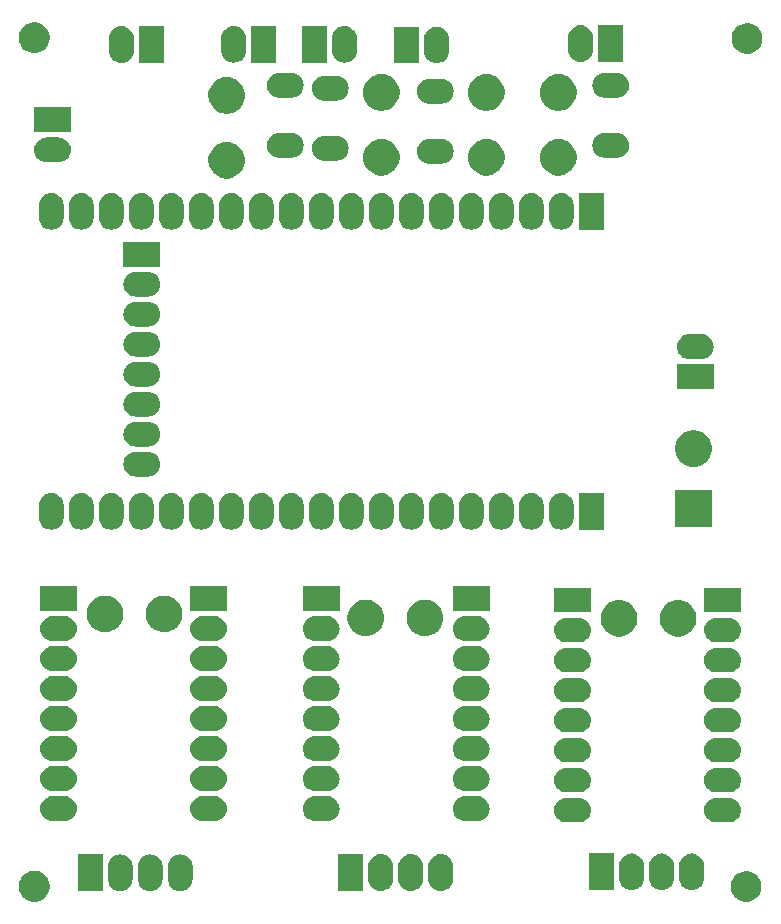
<source format=gbr>
G04 #@! TF.GenerationSoftware,KiCad,Pcbnew,(5.1.5-0)*
G04 #@! TF.CreationDate,2022-07-03T13:43:41+01:00*
G04 #@! TF.ProjectId,ESP32_Cnc_Shield,45535033-325f-4436-9e63-5f536869656c,rev?*
G04 #@! TF.SameCoordinates,Original*
G04 #@! TF.FileFunction,Soldermask,Bot*
G04 #@! TF.FilePolarity,Negative*
%FSLAX46Y46*%
G04 Gerber Fmt 4.6, Leading zero omitted, Abs format (unit mm)*
G04 Created by KiCad (PCBNEW (5.1.5-0)) date 2022-07-03 13:43:41*
%MOMM*%
%LPD*%
G04 APERTURE LIST*
%ADD10C,0.050000*%
G04 APERTURE END LIST*
D10*
G36*
X63539487Y4111004D02*
G01*
X63752113Y4022931D01*
X63776255Y4012931D01*
X63989339Y3870553D01*
X64170553Y3689339D01*
X64306251Y3486253D01*
X64312932Y3476253D01*
X64411004Y3239487D01*
X64461000Y2988139D01*
X64461000Y2731861D01*
X64411004Y2480513D01*
X64317074Y2253747D01*
X64312931Y2243745D01*
X64170553Y2030661D01*
X63989339Y1849447D01*
X63776255Y1707069D01*
X63776254Y1707068D01*
X63776253Y1707068D01*
X63539487Y1608996D01*
X63288139Y1559000D01*
X63031861Y1559000D01*
X62780513Y1608996D01*
X62543747Y1707068D01*
X62543746Y1707068D01*
X62543745Y1707069D01*
X62330661Y1849447D01*
X62149447Y2030661D01*
X62007069Y2243745D01*
X62002926Y2253747D01*
X61908996Y2480513D01*
X61859000Y2731861D01*
X61859000Y2988139D01*
X61908996Y3239487D01*
X62007068Y3476253D01*
X62013750Y3486253D01*
X62149447Y3689339D01*
X62330661Y3870553D01*
X62543745Y4012931D01*
X62567887Y4022931D01*
X62780513Y4111004D01*
X63031861Y4161000D01*
X63288139Y4161000D01*
X63539487Y4111004D01*
G37*
G36*
X3269487Y4121004D02*
G01*
X3506253Y4022932D01*
X3506255Y4022931D01*
X3719339Y3880553D01*
X3900553Y3699339D01*
X4041518Y3488370D01*
X4042932Y3486253D01*
X4141004Y3249487D01*
X4191000Y2998139D01*
X4191000Y2741861D01*
X4141004Y2490513D01*
X4042932Y2253747D01*
X4042931Y2253745D01*
X3900553Y2040661D01*
X3719339Y1859447D01*
X3506255Y1717069D01*
X3506254Y1717068D01*
X3506253Y1717068D01*
X3269487Y1618996D01*
X3018139Y1569000D01*
X2761861Y1569000D01*
X2510513Y1618996D01*
X2273747Y1717068D01*
X2273746Y1717068D01*
X2273745Y1717069D01*
X2060661Y1859447D01*
X1879447Y2040661D01*
X1737069Y2253745D01*
X1737068Y2253747D01*
X1638996Y2490513D01*
X1589000Y2741861D01*
X1589000Y2998139D01*
X1638996Y3249487D01*
X1737068Y3486253D01*
X1738483Y3488370D01*
X1879447Y3699339D01*
X2060661Y3880553D01*
X2273745Y4022931D01*
X2273747Y4022932D01*
X2510513Y4121004D01*
X2761861Y4171000D01*
X3018139Y4171000D01*
X3269487Y4121004D01*
G37*
G36*
X15446031Y5545793D02*
G01*
X15644145Y5485695D01*
X15644148Y5485694D01*
X15710030Y5450479D01*
X15826729Y5388103D01*
X15986765Y5256765D01*
X16118103Y5096729D01*
X16118104Y5096727D01*
X16215694Y4914149D01*
X16215694Y4914148D01*
X16215695Y4914146D01*
X16275793Y4716032D01*
X16291000Y4561630D01*
X16291000Y3458370D01*
X16275793Y3303968D01*
X16215695Y3105854D01*
X16215694Y3105851D01*
X16163939Y3009025D01*
X16118103Y2923271D01*
X15986765Y2763235D01*
X15826729Y2631897D01*
X15740975Y2586061D01*
X15644149Y2534306D01*
X15644146Y2534305D01*
X15446032Y2474207D01*
X15240000Y2453915D01*
X15033969Y2474207D01*
X14835855Y2534305D01*
X14835852Y2534306D01*
X14739026Y2586061D01*
X14653272Y2631897D01*
X14493236Y2763235D01*
X14361898Y2923271D01*
X14339184Y2965766D01*
X14264305Y3105853D01*
X14204207Y3303970D01*
X14189000Y3458369D01*
X14189000Y4561630D01*
X14204207Y4716029D01*
X14204207Y4716031D01*
X14264305Y4914145D01*
X14264306Y4914148D01*
X14308104Y4996088D01*
X14361897Y5096729D01*
X14493235Y5256765D01*
X14653271Y5388103D01*
X14739025Y5433939D01*
X14835851Y5485694D01*
X14835854Y5485695D01*
X15033968Y5545793D01*
X15240000Y5566085D01*
X15446031Y5545793D01*
G37*
G36*
X12906031Y5545793D02*
G01*
X13104145Y5485695D01*
X13104148Y5485694D01*
X13170030Y5450479D01*
X13286729Y5388103D01*
X13446765Y5256765D01*
X13578103Y5096729D01*
X13578104Y5096727D01*
X13675694Y4914149D01*
X13675694Y4914148D01*
X13675695Y4914146D01*
X13735793Y4716032D01*
X13751000Y4561630D01*
X13751000Y3458370D01*
X13735793Y3303968D01*
X13675695Y3105854D01*
X13675694Y3105851D01*
X13623939Y3009025D01*
X13578103Y2923271D01*
X13446765Y2763235D01*
X13286729Y2631897D01*
X13200975Y2586061D01*
X13104149Y2534306D01*
X13104146Y2534305D01*
X12906032Y2474207D01*
X12700000Y2453915D01*
X12493969Y2474207D01*
X12295855Y2534305D01*
X12295852Y2534306D01*
X12199026Y2586061D01*
X12113272Y2631897D01*
X11953236Y2763235D01*
X11821898Y2923271D01*
X11799184Y2965766D01*
X11724305Y3105853D01*
X11664207Y3303970D01*
X11649000Y3458369D01*
X11649000Y4561630D01*
X11664207Y4716029D01*
X11664207Y4716031D01*
X11724305Y4914145D01*
X11724306Y4914148D01*
X11768104Y4996088D01*
X11821897Y5096729D01*
X11953235Y5256765D01*
X12113271Y5388103D01*
X12199025Y5433939D01*
X12295851Y5485694D01*
X12295854Y5485695D01*
X12493968Y5545793D01*
X12700000Y5566085D01*
X12906031Y5545793D01*
G37*
G36*
X10366031Y5545793D02*
G01*
X10564145Y5485695D01*
X10564148Y5485694D01*
X10630030Y5450479D01*
X10746729Y5388103D01*
X10906765Y5256765D01*
X11038103Y5096729D01*
X11038104Y5096727D01*
X11135694Y4914149D01*
X11135694Y4914148D01*
X11135695Y4914146D01*
X11195793Y4716032D01*
X11211000Y4561630D01*
X11211000Y3458370D01*
X11195793Y3303968D01*
X11135695Y3105854D01*
X11135694Y3105851D01*
X11083939Y3009025D01*
X11038103Y2923271D01*
X10906765Y2763235D01*
X10746729Y2631897D01*
X10660975Y2586061D01*
X10564149Y2534306D01*
X10564146Y2534305D01*
X10366032Y2474207D01*
X10160000Y2453915D01*
X9953969Y2474207D01*
X9755855Y2534305D01*
X9755852Y2534306D01*
X9659026Y2586061D01*
X9573272Y2631897D01*
X9413236Y2763235D01*
X9281898Y2923271D01*
X9259184Y2965766D01*
X9184305Y3105853D01*
X9124207Y3303970D01*
X9109000Y3458369D01*
X9109000Y4561630D01*
X9124207Y4716029D01*
X9124207Y4716031D01*
X9184305Y4914145D01*
X9184306Y4914148D01*
X9228104Y4996088D01*
X9281897Y5096729D01*
X9413235Y5256765D01*
X9573271Y5388103D01*
X9659025Y5433939D01*
X9755851Y5485694D01*
X9755854Y5485695D01*
X9953968Y5545793D01*
X10160000Y5566085D01*
X10366031Y5545793D01*
G37*
G36*
X8671000Y2459000D02*
G01*
X6569000Y2459000D01*
X6569000Y5561000D01*
X8671000Y5561000D01*
X8671000Y2459000D01*
G37*
G36*
X32426031Y5575793D02*
G01*
X32624145Y5515695D01*
X32624148Y5515694D01*
X32680272Y5485695D01*
X32806729Y5418103D01*
X32966765Y5286765D01*
X33098103Y5126729D01*
X33114139Y5096727D01*
X33195694Y4944149D01*
X33195694Y4944148D01*
X33195695Y4944146D01*
X33255793Y4746032D01*
X33255793Y4746030D01*
X33271000Y4591631D01*
X33271000Y3488369D01*
X33269807Y3476255D01*
X33255793Y3333968D01*
X33227132Y3239488D01*
X33195694Y3135851D01*
X33143939Y3039025D01*
X33098103Y2953271D01*
X32966765Y2793235D01*
X32806729Y2661897D01*
X32721321Y2616246D01*
X32624149Y2564306D01*
X32624146Y2564305D01*
X32426032Y2504207D01*
X32220000Y2483915D01*
X32013969Y2504207D01*
X31815855Y2564305D01*
X31815852Y2564306D01*
X31718680Y2616246D01*
X31633272Y2661897D01*
X31473236Y2793235D01*
X31341898Y2953271D01*
X31314135Y3005212D01*
X31244305Y3135853D01*
X31184207Y3333970D01*
X31169000Y3488369D01*
X31169000Y4591630D01*
X31181252Y4716031D01*
X31184207Y4746031D01*
X31244305Y4944145D01*
X31244306Y4944148D01*
X31279521Y5010030D01*
X31341897Y5126729D01*
X31473235Y5286765D01*
X31633271Y5418103D01*
X31719025Y5463939D01*
X31815851Y5515694D01*
X31815854Y5515695D01*
X32013968Y5575793D01*
X32220000Y5596085D01*
X32426031Y5575793D01*
G37*
G36*
X34966031Y5575793D02*
G01*
X35164145Y5515695D01*
X35164148Y5515694D01*
X35220272Y5485695D01*
X35346729Y5418103D01*
X35506765Y5286765D01*
X35638103Y5126729D01*
X35654139Y5096727D01*
X35735694Y4944149D01*
X35735694Y4944148D01*
X35735695Y4944146D01*
X35795793Y4746032D01*
X35795793Y4746030D01*
X35811000Y4591631D01*
X35811000Y3488369D01*
X35809807Y3476255D01*
X35795793Y3333968D01*
X35767132Y3239488D01*
X35735694Y3135851D01*
X35683939Y3039025D01*
X35638103Y2953271D01*
X35506765Y2793235D01*
X35346729Y2661897D01*
X35261321Y2616246D01*
X35164149Y2564306D01*
X35164146Y2564305D01*
X34966032Y2504207D01*
X34760000Y2483915D01*
X34553969Y2504207D01*
X34355855Y2564305D01*
X34355852Y2564306D01*
X34258680Y2616246D01*
X34173272Y2661897D01*
X34013236Y2793235D01*
X33881898Y2953271D01*
X33854135Y3005212D01*
X33784305Y3135853D01*
X33724207Y3333970D01*
X33709000Y3488369D01*
X33709000Y4591630D01*
X33721252Y4716031D01*
X33724207Y4746031D01*
X33784305Y4944145D01*
X33784306Y4944148D01*
X33819521Y5010030D01*
X33881897Y5126729D01*
X34013235Y5286765D01*
X34173271Y5418103D01*
X34259025Y5463939D01*
X34355851Y5515694D01*
X34355854Y5515695D01*
X34553968Y5575793D01*
X34760000Y5596085D01*
X34966031Y5575793D01*
G37*
G36*
X37506031Y5575793D02*
G01*
X37704145Y5515695D01*
X37704148Y5515694D01*
X37760272Y5485695D01*
X37886729Y5418103D01*
X38046765Y5286765D01*
X38178103Y5126729D01*
X38194139Y5096727D01*
X38275694Y4944149D01*
X38275694Y4944148D01*
X38275695Y4944146D01*
X38335793Y4746032D01*
X38335793Y4746030D01*
X38351000Y4591631D01*
X38351000Y3488369D01*
X38349807Y3476255D01*
X38335793Y3333968D01*
X38307132Y3239488D01*
X38275694Y3135851D01*
X38223939Y3039025D01*
X38178103Y2953271D01*
X38046765Y2793235D01*
X37886729Y2661897D01*
X37801321Y2616246D01*
X37704149Y2564306D01*
X37704146Y2564305D01*
X37506032Y2504207D01*
X37300000Y2483915D01*
X37093969Y2504207D01*
X36895855Y2564305D01*
X36895852Y2564306D01*
X36798680Y2616246D01*
X36713272Y2661897D01*
X36553236Y2793235D01*
X36421898Y2953271D01*
X36394135Y3005212D01*
X36324305Y3135853D01*
X36264207Y3333970D01*
X36249000Y3488369D01*
X36249000Y4591630D01*
X36261252Y4716031D01*
X36264207Y4746031D01*
X36324305Y4944145D01*
X36324306Y4944148D01*
X36359521Y5010030D01*
X36421897Y5126729D01*
X36553235Y5286765D01*
X36713271Y5418103D01*
X36799025Y5463939D01*
X36895851Y5515694D01*
X36895854Y5515695D01*
X37093968Y5575793D01*
X37300000Y5596085D01*
X37506031Y5575793D01*
G37*
G36*
X30731000Y2489000D02*
G01*
X28629000Y2489000D01*
X28629000Y5591000D01*
X30731000Y5591000D01*
X30731000Y2489000D01*
G37*
G36*
X58742871Y5627733D02*
G01*
X58940985Y5567635D01*
X58940988Y5567634D01*
X58981849Y5545793D01*
X59123569Y5470043D01*
X59283605Y5338705D01*
X59414943Y5178669D01*
X59414944Y5178667D01*
X59512534Y4996089D01*
X59512534Y4996088D01*
X59512535Y4996086D01*
X59572633Y4797972D01*
X59587840Y4643570D01*
X59587840Y3540310D01*
X59572633Y3385908D01*
X59528216Y3239488D01*
X59512534Y3187791D01*
X59468737Y3105853D01*
X59414943Y3005211D01*
X59283605Y2845175D01*
X59123569Y2713837D01*
X59037815Y2668001D01*
X58940989Y2616246D01*
X58940986Y2616245D01*
X58742872Y2556147D01*
X58536840Y2535855D01*
X58330809Y2556147D01*
X58132695Y2616245D01*
X58132692Y2616246D01*
X58035866Y2668001D01*
X57950112Y2713837D01*
X57790076Y2845175D01*
X57658738Y3005211D01*
X57604945Y3105851D01*
X57561145Y3187793D01*
X57501047Y3385910D01*
X57485840Y3540309D01*
X57485840Y4643570D01*
X57495931Y4746030D01*
X57501047Y4797971D01*
X57561145Y4996085D01*
X57561146Y4996088D01*
X57630974Y5126727D01*
X57658737Y5178669D01*
X57790075Y5338705D01*
X57950111Y5470043D01*
X58091830Y5545793D01*
X58132691Y5567634D01*
X58132694Y5567635D01*
X58330808Y5627733D01*
X58536840Y5648025D01*
X58742871Y5627733D01*
G37*
G36*
X56202871Y5627733D02*
G01*
X56400985Y5567635D01*
X56400988Y5567634D01*
X56441849Y5545793D01*
X56583569Y5470043D01*
X56743605Y5338705D01*
X56874943Y5178669D01*
X56874944Y5178667D01*
X56972534Y4996089D01*
X56972534Y4996088D01*
X56972535Y4996086D01*
X57032633Y4797972D01*
X57047840Y4643570D01*
X57047840Y3540310D01*
X57032633Y3385908D01*
X56988216Y3239488D01*
X56972534Y3187791D01*
X56928737Y3105853D01*
X56874943Y3005211D01*
X56743605Y2845175D01*
X56583569Y2713837D01*
X56497815Y2668001D01*
X56400989Y2616246D01*
X56400986Y2616245D01*
X56202872Y2556147D01*
X55996840Y2535855D01*
X55790809Y2556147D01*
X55592695Y2616245D01*
X55592692Y2616246D01*
X55495866Y2668001D01*
X55410112Y2713837D01*
X55250076Y2845175D01*
X55118738Y3005211D01*
X55064945Y3105851D01*
X55021145Y3187793D01*
X54961047Y3385910D01*
X54945840Y3540309D01*
X54945840Y4643570D01*
X54955931Y4746030D01*
X54961047Y4797971D01*
X55021145Y4996085D01*
X55021146Y4996088D01*
X55090974Y5126727D01*
X55118737Y5178669D01*
X55250075Y5338705D01*
X55410111Y5470043D01*
X55551830Y5545793D01*
X55592691Y5567634D01*
X55592694Y5567635D01*
X55790808Y5627733D01*
X55996840Y5648025D01*
X56202871Y5627733D01*
G37*
G36*
X53662871Y5627733D02*
G01*
X53860985Y5567635D01*
X53860988Y5567634D01*
X53901849Y5545793D01*
X54043569Y5470043D01*
X54203605Y5338705D01*
X54334943Y5178669D01*
X54334944Y5178667D01*
X54432534Y4996089D01*
X54432534Y4996088D01*
X54432535Y4996086D01*
X54492633Y4797972D01*
X54507840Y4643570D01*
X54507840Y3540310D01*
X54492633Y3385908D01*
X54448216Y3239488D01*
X54432534Y3187791D01*
X54388737Y3105853D01*
X54334943Y3005211D01*
X54203605Y2845175D01*
X54043569Y2713837D01*
X53957815Y2668001D01*
X53860989Y2616246D01*
X53860986Y2616245D01*
X53662872Y2556147D01*
X53456840Y2535855D01*
X53250809Y2556147D01*
X53052695Y2616245D01*
X53052692Y2616246D01*
X52955866Y2668001D01*
X52870112Y2713837D01*
X52710076Y2845175D01*
X52578738Y3005211D01*
X52524945Y3105851D01*
X52481145Y3187793D01*
X52421047Y3385910D01*
X52405840Y3540309D01*
X52405840Y4643570D01*
X52415931Y4746030D01*
X52421047Y4797971D01*
X52481145Y4996085D01*
X52481146Y4996088D01*
X52550974Y5126727D01*
X52578737Y5178669D01*
X52710075Y5338705D01*
X52870111Y5470043D01*
X53011830Y5545793D01*
X53052691Y5567634D01*
X53052694Y5567635D01*
X53250808Y5627733D01*
X53456840Y5648025D01*
X53662871Y5627733D01*
G37*
G36*
X51967840Y2540940D02*
G01*
X49865840Y2540940D01*
X49865840Y5642940D01*
X51967840Y5642940D01*
X51967840Y2540940D01*
G37*
G36*
X49074697Y10363711D02*
G01*
X49177632Y10353573D01*
X49375746Y10293475D01*
X49375749Y10293474D01*
X49472575Y10241719D01*
X49558329Y10195883D01*
X49718365Y10064545D01*
X49849703Y9904509D01*
X49880523Y9846849D01*
X49947294Y9721929D01*
X49947295Y9721926D01*
X50007393Y9523812D01*
X50027685Y9317780D01*
X50007393Y9111748D01*
X49947295Y8913634D01*
X49947294Y8913631D01*
X49916474Y8855972D01*
X49849703Y8731051D01*
X49718365Y8571015D01*
X49558329Y8439677D01*
X49497020Y8406907D01*
X49375749Y8342086D01*
X49375746Y8342085D01*
X49177632Y8281987D01*
X49074697Y8271849D01*
X49023231Y8266780D01*
X47919969Y8266780D01*
X47868503Y8271849D01*
X47765568Y8281987D01*
X47567454Y8342085D01*
X47567451Y8342086D01*
X47446180Y8406907D01*
X47384871Y8439677D01*
X47224835Y8571015D01*
X47093497Y8731051D01*
X47026726Y8855972D01*
X46995906Y8913631D01*
X46995905Y8913634D01*
X46935807Y9111748D01*
X46915515Y9317780D01*
X46935807Y9523812D01*
X46995905Y9721926D01*
X46995906Y9721929D01*
X47062677Y9846849D01*
X47093497Y9904509D01*
X47224835Y10064545D01*
X47384871Y10195883D01*
X47470625Y10241719D01*
X47567451Y10293474D01*
X47567454Y10293475D01*
X47765568Y10353573D01*
X47868503Y10363711D01*
X47919969Y10368780D01*
X49023231Y10368780D01*
X49074697Y10363711D01*
G37*
G36*
X61774697Y10363711D02*
G01*
X61877632Y10353573D01*
X62075746Y10293475D01*
X62075749Y10293474D01*
X62172575Y10241719D01*
X62258329Y10195883D01*
X62418365Y10064545D01*
X62549703Y9904509D01*
X62580523Y9846849D01*
X62647294Y9721929D01*
X62647295Y9721926D01*
X62707393Y9523812D01*
X62727685Y9317780D01*
X62707393Y9111748D01*
X62647295Y8913634D01*
X62647294Y8913631D01*
X62616474Y8855972D01*
X62549703Y8731051D01*
X62418365Y8571015D01*
X62258329Y8439677D01*
X62197020Y8406907D01*
X62075749Y8342086D01*
X62075746Y8342085D01*
X61877632Y8281987D01*
X61774697Y8271849D01*
X61723231Y8266780D01*
X60619969Y8266780D01*
X60568503Y8271849D01*
X60465568Y8281987D01*
X60267454Y8342085D01*
X60267451Y8342086D01*
X60146180Y8406907D01*
X60084871Y8439677D01*
X59924835Y8571015D01*
X59793497Y8731051D01*
X59726726Y8855972D01*
X59695906Y8913631D01*
X59695905Y8913634D01*
X59635807Y9111748D01*
X59615515Y9317780D01*
X59635807Y9523812D01*
X59695905Y9721926D01*
X59695906Y9721929D01*
X59762677Y9846849D01*
X59793497Y9904509D01*
X59924835Y10064545D01*
X60084871Y10195883D01*
X60170625Y10241719D01*
X60267451Y10293474D01*
X60267454Y10293475D01*
X60465568Y10353573D01*
X60568503Y10363711D01*
X60619969Y10368780D01*
X61723231Y10368780D01*
X61774697Y10363711D01*
G37*
G36*
X27787817Y10488631D02*
G01*
X27890752Y10478493D01*
X28088866Y10418395D01*
X28088869Y10418394D01*
X28181690Y10368780D01*
X28271449Y10320803D01*
X28431485Y10189465D01*
X28562823Y10029429D01*
X28608659Y9943675D01*
X28660414Y9846849D01*
X28660415Y9846846D01*
X28720513Y9648732D01*
X28740805Y9442700D01*
X28720513Y9236668D01*
X28682619Y9111750D01*
X28660414Y9038551D01*
X28608659Y8941725D01*
X28562823Y8855971D01*
X28431485Y8695935D01*
X28271449Y8564597D01*
X28185695Y8518761D01*
X28088869Y8467006D01*
X28088866Y8467005D01*
X27890752Y8406907D01*
X27825090Y8400440D01*
X27736351Y8391700D01*
X26633089Y8391700D01*
X26544350Y8400440D01*
X26478688Y8406907D01*
X26280574Y8467005D01*
X26280571Y8467006D01*
X26183745Y8518761D01*
X26097991Y8564597D01*
X25937955Y8695935D01*
X25806617Y8855971D01*
X25760781Y8941725D01*
X25709026Y9038551D01*
X25686821Y9111750D01*
X25648927Y9236668D01*
X25628635Y9442700D01*
X25648927Y9648732D01*
X25709025Y9846846D01*
X25709026Y9846849D01*
X25760781Y9943675D01*
X25806617Y10029429D01*
X25937955Y10189465D01*
X26097991Y10320803D01*
X26187750Y10368780D01*
X26280571Y10418394D01*
X26280574Y10418395D01*
X26478688Y10478493D01*
X26581623Y10488631D01*
X26633089Y10493700D01*
X27736351Y10493700D01*
X27787817Y10488631D01*
G37*
G36*
X40487817Y10488631D02*
G01*
X40590752Y10478493D01*
X40788866Y10418395D01*
X40788869Y10418394D01*
X40881690Y10368780D01*
X40971449Y10320803D01*
X41131485Y10189465D01*
X41262823Y10029429D01*
X41308659Y9943675D01*
X41360414Y9846849D01*
X41360415Y9846846D01*
X41420513Y9648732D01*
X41440805Y9442700D01*
X41420513Y9236668D01*
X41382619Y9111750D01*
X41360414Y9038551D01*
X41308659Y8941725D01*
X41262823Y8855971D01*
X41131485Y8695935D01*
X40971449Y8564597D01*
X40885695Y8518761D01*
X40788869Y8467006D01*
X40788866Y8467005D01*
X40590752Y8406907D01*
X40525090Y8400440D01*
X40436351Y8391700D01*
X39333089Y8391700D01*
X39244350Y8400440D01*
X39178688Y8406907D01*
X38980574Y8467005D01*
X38980571Y8467006D01*
X38883745Y8518761D01*
X38797991Y8564597D01*
X38637955Y8695935D01*
X38506617Y8855971D01*
X38460781Y8941725D01*
X38409026Y9038551D01*
X38386821Y9111750D01*
X38348927Y9236668D01*
X38328635Y9442700D01*
X38348927Y9648732D01*
X38409025Y9846846D01*
X38409026Y9846849D01*
X38460781Y9943675D01*
X38506617Y10029429D01*
X38637955Y10189465D01*
X38797991Y10320803D01*
X38887750Y10368780D01*
X38980571Y10418394D01*
X38980574Y10418395D01*
X39178688Y10478493D01*
X39281623Y10488631D01*
X39333089Y10493700D01*
X40436351Y10493700D01*
X40487817Y10488631D01*
G37*
G36*
X5540577Y10497371D02*
G01*
X5643512Y10487233D01*
X5841626Y10427135D01*
X5841629Y10427134D01*
X5938455Y10375379D01*
X6024209Y10329543D01*
X6184245Y10198205D01*
X6315583Y10038169D01*
X6320255Y10029428D01*
X6413174Y9855589D01*
X6413175Y9855586D01*
X6473273Y9657472D01*
X6493565Y9451440D01*
X6473273Y9245408D01*
X6432728Y9111750D01*
X6413174Y9047291D01*
X6408502Y9038551D01*
X6315583Y8864711D01*
X6184245Y8704675D01*
X6024209Y8573337D01*
X5938455Y8527501D01*
X5841629Y8475746D01*
X5841626Y8475745D01*
X5643512Y8415647D01*
X5540577Y8405509D01*
X5489111Y8400440D01*
X4385849Y8400440D01*
X4334383Y8405509D01*
X4231448Y8415647D01*
X4033334Y8475745D01*
X4033331Y8475746D01*
X3936505Y8527501D01*
X3850751Y8573337D01*
X3690715Y8704675D01*
X3559377Y8864711D01*
X3466458Y9038551D01*
X3461786Y9047291D01*
X3442232Y9111750D01*
X3401687Y9245408D01*
X3381395Y9451440D01*
X3401687Y9657472D01*
X3461785Y9855586D01*
X3461786Y9855589D01*
X3554705Y10029428D01*
X3559377Y10038169D01*
X3690715Y10198205D01*
X3850751Y10329543D01*
X3936505Y10375379D01*
X4033331Y10427134D01*
X4033334Y10427135D01*
X4231448Y10487233D01*
X4334383Y10497371D01*
X4385849Y10502440D01*
X5489111Y10502440D01*
X5540577Y10497371D01*
G37*
G36*
X18240577Y10497371D02*
G01*
X18343512Y10487233D01*
X18541626Y10427135D01*
X18541629Y10427134D01*
X18638455Y10375379D01*
X18724209Y10329543D01*
X18884245Y10198205D01*
X19015583Y10038169D01*
X19020255Y10029428D01*
X19113174Y9855589D01*
X19113175Y9855586D01*
X19173273Y9657472D01*
X19193565Y9451440D01*
X19173273Y9245408D01*
X19132728Y9111750D01*
X19113174Y9047291D01*
X19108502Y9038551D01*
X19015583Y8864711D01*
X18884245Y8704675D01*
X18724209Y8573337D01*
X18638455Y8527501D01*
X18541629Y8475746D01*
X18541626Y8475745D01*
X18343512Y8415647D01*
X18240577Y8405509D01*
X18189111Y8400440D01*
X17085849Y8400440D01*
X17034383Y8405509D01*
X16931448Y8415647D01*
X16733334Y8475745D01*
X16733331Y8475746D01*
X16636505Y8527501D01*
X16550751Y8573337D01*
X16390715Y8704675D01*
X16259377Y8864711D01*
X16166458Y9038551D01*
X16161786Y9047291D01*
X16142232Y9111750D01*
X16101687Y9245408D01*
X16081395Y9451440D01*
X16101687Y9657472D01*
X16161785Y9855586D01*
X16161786Y9855589D01*
X16254705Y10029428D01*
X16259377Y10038169D01*
X16390715Y10198205D01*
X16550751Y10329543D01*
X16636505Y10375379D01*
X16733331Y10427134D01*
X16733334Y10427135D01*
X16931448Y10487233D01*
X17034383Y10497371D01*
X17085849Y10502440D01*
X18189111Y10502440D01*
X18240577Y10497371D01*
G37*
G36*
X49074697Y12903711D02*
G01*
X49177632Y12893573D01*
X49375746Y12833475D01*
X49375749Y12833474D01*
X49472575Y12781719D01*
X49558329Y12735883D01*
X49718365Y12604545D01*
X49849703Y12444509D01*
X49880523Y12386849D01*
X49947294Y12261929D01*
X49947295Y12261926D01*
X50007393Y12063812D01*
X50027685Y11857780D01*
X50007393Y11651748D01*
X49947295Y11453634D01*
X49947294Y11453631D01*
X49916474Y11395972D01*
X49849703Y11271051D01*
X49718365Y11111015D01*
X49558329Y10979677D01*
X49497020Y10946907D01*
X49375749Y10882086D01*
X49375746Y10882085D01*
X49177632Y10821987D01*
X49074697Y10811849D01*
X49023231Y10806780D01*
X47919969Y10806780D01*
X47868503Y10811849D01*
X47765568Y10821987D01*
X47567454Y10882085D01*
X47567451Y10882086D01*
X47446180Y10946907D01*
X47384871Y10979677D01*
X47224835Y11111015D01*
X47093497Y11271051D01*
X47026726Y11395972D01*
X46995906Y11453631D01*
X46995905Y11453634D01*
X46935807Y11651748D01*
X46915515Y11857780D01*
X46935807Y12063812D01*
X46995905Y12261926D01*
X46995906Y12261929D01*
X47062677Y12386849D01*
X47093497Y12444509D01*
X47224835Y12604545D01*
X47384871Y12735883D01*
X47470625Y12781719D01*
X47567451Y12833474D01*
X47567454Y12833475D01*
X47765568Y12893573D01*
X47868503Y12903711D01*
X47919969Y12908780D01*
X49023231Y12908780D01*
X49074697Y12903711D01*
G37*
G36*
X61774697Y12903711D02*
G01*
X61877632Y12893573D01*
X62075746Y12833475D01*
X62075749Y12833474D01*
X62172575Y12781719D01*
X62258329Y12735883D01*
X62418365Y12604545D01*
X62549703Y12444509D01*
X62580523Y12386849D01*
X62647294Y12261929D01*
X62647295Y12261926D01*
X62707393Y12063812D01*
X62727685Y11857780D01*
X62707393Y11651748D01*
X62647295Y11453634D01*
X62647294Y11453631D01*
X62616474Y11395972D01*
X62549703Y11271051D01*
X62418365Y11111015D01*
X62258329Y10979677D01*
X62197020Y10946907D01*
X62075749Y10882086D01*
X62075746Y10882085D01*
X61877632Y10821987D01*
X61774697Y10811849D01*
X61723231Y10806780D01*
X60619969Y10806780D01*
X60568503Y10811849D01*
X60465568Y10821987D01*
X60267454Y10882085D01*
X60267451Y10882086D01*
X60146180Y10946907D01*
X60084871Y10979677D01*
X59924835Y11111015D01*
X59793497Y11271051D01*
X59726726Y11395972D01*
X59695906Y11453631D01*
X59695905Y11453634D01*
X59635807Y11651748D01*
X59615515Y11857780D01*
X59635807Y12063812D01*
X59695905Y12261926D01*
X59695906Y12261929D01*
X59762677Y12386849D01*
X59793497Y12444509D01*
X59924835Y12604545D01*
X60084871Y12735883D01*
X60170625Y12781719D01*
X60267451Y12833474D01*
X60267454Y12833475D01*
X60465568Y12893573D01*
X60568503Y12903711D01*
X60619969Y12908780D01*
X61723231Y12908780D01*
X61774697Y12903711D01*
G37*
G36*
X27787817Y13028631D02*
G01*
X27890752Y13018493D01*
X28088866Y12958395D01*
X28088869Y12958394D01*
X28181690Y12908780D01*
X28271449Y12860803D01*
X28431485Y12729465D01*
X28562823Y12569429D01*
X28608659Y12483675D01*
X28660414Y12386849D01*
X28660415Y12386846D01*
X28720513Y12188732D01*
X28740805Y11982700D01*
X28720513Y11776668D01*
X28682619Y11651750D01*
X28660414Y11578551D01*
X28608659Y11481725D01*
X28562823Y11395971D01*
X28431485Y11235935D01*
X28271449Y11104597D01*
X28185695Y11058761D01*
X28088869Y11007006D01*
X28088866Y11007005D01*
X27890752Y10946907D01*
X27825090Y10940440D01*
X27736351Y10931700D01*
X26633089Y10931700D01*
X26544350Y10940440D01*
X26478688Y10946907D01*
X26280574Y11007005D01*
X26280571Y11007006D01*
X26183745Y11058761D01*
X26097991Y11104597D01*
X25937955Y11235935D01*
X25806617Y11395971D01*
X25760781Y11481725D01*
X25709026Y11578551D01*
X25686821Y11651750D01*
X25648927Y11776668D01*
X25628635Y11982700D01*
X25648927Y12188732D01*
X25709025Y12386846D01*
X25709026Y12386849D01*
X25760781Y12483675D01*
X25806617Y12569429D01*
X25937955Y12729465D01*
X26097991Y12860803D01*
X26187750Y12908780D01*
X26280571Y12958394D01*
X26280574Y12958395D01*
X26478688Y13018493D01*
X26581623Y13028631D01*
X26633089Y13033700D01*
X27736351Y13033700D01*
X27787817Y13028631D01*
G37*
G36*
X40487817Y13028631D02*
G01*
X40590752Y13018493D01*
X40788866Y12958395D01*
X40788869Y12958394D01*
X40881690Y12908780D01*
X40971449Y12860803D01*
X41131485Y12729465D01*
X41262823Y12569429D01*
X41308659Y12483675D01*
X41360414Y12386849D01*
X41360415Y12386846D01*
X41420513Y12188732D01*
X41440805Y11982700D01*
X41420513Y11776668D01*
X41382619Y11651750D01*
X41360414Y11578551D01*
X41308659Y11481725D01*
X41262823Y11395971D01*
X41131485Y11235935D01*
X40971449Y11104597D01*
X40885695Y11058761D01*
X40788869Y11007006D01*
X40788866Y11007005D01*
X40590752Y10946907D01*
X40525090Y10940440D01*
X40436351Y10931700D01*
X39333089Y10931700D01*
X39244350Y10940440D01*
X39178688Y10946907D01*
X38980574Y11007005D01*
X38980571Y11007006D01*
X38883745Y11058761D01*
X38797991Y11104597D01*
X38637955Y11235935D01*
X38506617Y11395971D01*
X38460781Y11481725D01*
X38409026Y11578551D01*
X38386821Y11651750D01*
X38348927Y11776668D01*
X38328635Y11982700D01*
X38348927Y12188732D01*
X38409025Y12386846D01*
X38409026Y12386849D01*
X38460781Y12483675D01*
X38506617Y12569429D01*
X38637955Y12729465D01*
X38797991Y12860803D01*
X38887750Y12908780D01*
X38980571Y12958394D01*
X38980574Y12958395D01*
X39178688Y13018493D01*
X39281623Y13028631D01*
X39333089Y13033700D01*
X40436351Y13033700D01*
X40487817Y13028631D01*
G37*
G36*
X18240577Y13037371D02*
G01*
X18343512Y13027233D01*
X18541626Y12967135D01*
X18541629Y12967134D01*
X18638455Y12915379D01*
X18724209Y12869543D01*
X18884245Y12738205D01*
X19015583Y12578169D01*
X19020255Y12569428D01*
X19113174Y12395589D01*
X19113175Y12395586D01*
X19173273Y12197472D01*
X19193565Y11991440D01*
X19173273Y11785408D01*
X19132728Y11651750D01*
X19113174Y11587291D01*
X19108502Y11578551D01*
X19015583Y11404711D01*
X18884245Y11244675D01*
X18724209Y11113337D01*
X18638455Y11067501D01*
X18541629Y11015746D01*
X18541626Y11015745D01*
X18343512Y10955647D01*
X18240577Y10945509D01*
X18189111Y10940440D01*
X17085849Y10940440D01*
X17034383Y10945509D01*
X16931448Y10955647D01*
X16733334Y11015745D01*
X16733331Y11015746D01*
X16636505Y11067501D01*
X16550751Y11113337D01*
X16390715Y11244675D01*
X16259377Y11404711D01*
X16166458Y11578551D01*
X16161786Y11587291D01*
X16142232Y11651750D01*
X16101687Y11785408D01*
X16081395Y11991440D01*
X16101687Y12197472D01*
X16161785Y12395586D01*
X16161786Y12395589D01*
X16254705Y12569428D01*
X16259377Y12578169D01*
X16390715Y12738205D01*
X16550751Y12869543D01*
X16636505Y12915379D01*
X16733331Y12967134D01*
X16733334Y12967135D01*
X16931448Y13027233D01*
X17034383Y13037371D01*
X17085849Y13042440D01*
X18189111Y13042440D01*
X18240577Y13037371D01*
G37*
G36*
X5540577Y13037371D02*
G01*
X5643512Y13027233D01*
X5841626Y12967135D01*
X5841629Y12967134D01*
X5938455Y12915379D01*
X6024209Y12869543D01*
X6184245Y12738205D01*
X6315583Y12578169D01*
X6320255Y12569428D01*
X6413174Y12395589D01*
X6413175Y12395586D01*
X6473273Y12197472D01*
X6493565Y11991440D01*
X6473273Y11785408D01*
X6432728Y11651750D01*
X6413174Y11587291D01*
X6408502Y11578551D01*
X6315583Y11404711D01*
X6184245Y11244675D01*
X6024209Y11113337D01*
X5938455Y11067501D01*
X5841629Y11015746D01*
X5841626Y11015745D01*
X5643512Y10955647D01*
X5540577Y10945509D01*
X5489111Y10940440D01*
X4385849Y10940440D01*
X4334383Y10945509D01*
X4231448Y10955647D01*
X4033334Y11015745D01*
X4033331Y11015746D01*
X3936505Y11067501D01*
X3850751Y11113337D01*
X3690715Y11244675D01*
X3559377Y11404711D01*
X3466458Y11578551D01*
X3461786Y11587291D01*
X3442232Y11651750D01*
X3401687Y11785408D01*
X3381395Y11991440D01*
X3401687Y12197472D01*
X3461785Y12395586D01*
X3461786Y12395589D01*
X3554705Y12569428D01*
X3559377Y12578169D01*
X3690715Y12738205D01*
X3850751Y12869543D01*
X3936505Y12915379D01*
X4033331Y12967134D01*
X4033334Y12967135D01*
X4231448Y13027233D01*
X4334383Y13037371D01*
X4385849Y13042440D01*
X5489111Y13042440D01*
X5540577Y13037371D01*
G37*
G36*
X61774697Y15443711D02*
G01*
X61877632Y15433573D01*
X62075746Y15373475D01*
X62075749Y15373474D01*
X62172575Y15321719D01*
X62258329Y15275883D01*
X62418365Y15144545D01*
X62549703Y14984509D01*
X62580523Y14926849D01*
X62647294Y14801929D01*
X62647295Y14801926D01*
X62707393Y14603812D01*
X62727685Y14397780D01*
X62707393Y14191748D01*
X62647295Y13993634D01*
X62647294Y13993631D01*
X62616474Y13935972D01*
X62549703Y13811051D01*
X62418365Y13651015D01*
X62258329Y13519677D01*
X62197020Y13486907D01*
X62075749Y13422086D01*
X62075746Y13422085D01*
X61877632Y13361987D01*
X61774697Y13351849D01*
X61723231Y13346780D01*
X60619969Y13346780D01*
X60568503Y13351849D01*
X60465568Y13361987D01*
X60267454Y13422085D01*
X60267451Y13422086D01*
X60146180Y13486907D01*
X60084871Y13519677D01*
X59924835Y13651015D01*
X59793497Y13811051D01*
X59726726Y13935972D01*
X59695906Y13993631D01*
X59695905Y13993634D01*
X59635807Y14191748D01*
X59615515Y14397780D01*
X59635807Y14603812D01*
X59695905Y14801926D01*
X59695906Y14801929D01*
X59762677Y14926849D01*
X59793497Y14984509D01*
X59924835Y15144545D01*
X60084871Y15275883D01*
X60170625Y15321719D01*
X60267451Y15373474D01*
X60267454Y15373475D01*
X60465568Y15433573D01*
X60568503Y15443711D01*
X60619969Y15448780D01*
X61723231Y15448780D01*
X61774697Y15443711D01*
G37*
G36*
X49074697Y15443711D02*
G01*
X49177632Y15433573D01*
X49375746Y15373475D01*
X49375749Y15373474D01*
X49472575Y15321719D01*
X49558329Y15275883D01*
X49718365Y15144545D01*
X49849703Y14984509D01*
X49880523Y14926849D01*
X49947294Y14801929D01*
X49947295Y14801926D01*
X50007393Y14603812D01*
X50027685Y14397780D01*
X50007393Y14191748D01*
X49947295Y13993634D01*
X49947294Y13993631D01*
X49916474Y13935972D01*
X49849703Y13811051D01*
X49718365Y13651015D01*
X49558329Y13519677D01*
X49497020Y13486907D01*
X49375749Y13422086D01*
X49375746Y13422085D01*
X49177632Y13361987D01*
X49074697Y13351849D01*
X49023231Y13346780D01*
X47919969Y13346780D01*
X47868503Y13351849D01*
X47765568Y13361987D01*
X47567454Y13422085D01*
X47567451Y13422086D01*
X47446180Y13486907D01*
X47384871Y13519677D01*
X47224835Y13651015D01*
X47093497Y13811051D01*
X47026726Y13935972D01*
X46995906Y13993631D01*
X46995905Y13993634D01*
X46935807Y14191748D01*
X46915515Y14397780D01*
X46935807Y14603812D01*
X46995905Y14801926D01*
X46995906Y14801929D01*
X47062677Y14926849D01*
X47093497Y14984509D01*
X47224835Y15144545D01*
X47384871Y15275883D01*
X47470625Y15321719D01*
X47567451Y15373474D01*
X47567454Y15373475D01*
X47765568Y15433573D01*
X47868503Y15443711D01*
X47919969Y15448780D01*
X49023231Y15448780D01*
X49074697Y15443711D01*
G37*
G36*
X27787817Y15568631D02*
G01*
X27890752Y15558493D01*
X28088866Y15498395D01*
X28088869Y15498394D01*
X28181690Y15448780D01*
X28271449Y15400803D01*
X28431485Y15269465D01*
X28562823Y15109429D01*
X28608659Y15023675D01*
X28660414Y14926849D01*
X28660415Y14926846D01*
X28720513Y14728732D01*
X28740805Y14522700D01*
X28720513Y14316668D01*
X28682619Y14191750D01*
X28660414Y14118551D01*
X28608659Y14021725D01*
X28562823Y13935971D01*
X28431485Y13775935D01*
X28271449Y13644597D01*
X28185695Y13598761D01*
X28088869Y13547006D01*
X28088866Y13547005D01*
X27890752Y13486907D01*
X27825090Y13480440D01*
X27736351Y13471700D01*
X26633089Y13471700D01*
X26544350Y13480440D01*
X26478688Y13486907D01*
X26280574Y13547005D01*
X26280571Y13547006D01*
X26183745Y13598761D01*
X26097991Y13644597D01*
X25937955Y13775935D01*
X25806617Y13935971D01*
X25760781Y14021725D01*
X25709026Y14118551D01*
X25686821Y14191750D01*
X25648927Y14316668D01*
X25628635Y14522700D01*
X25648927Y14728732D01*
X25709025Y14926846D01*
X25709026Y14926849D01*
X25760781Y15023675D01*
X25806617Y15109429D01*
X25937955Y15269465D01*
X26097991Y15400803D01*
X26187750Y15448780D01*
X26280571Y15498394D01*
X26280574Y15498395D01*
X26478688Y15558493D01*
X26581623Y15568631D01*
X26633089Y15573700D01*
X27736351Y15573700D01*
X27787817Y15568631D01*
G37*
G36*
X40487817Y15568631D02*
G01*
X40590752Y15558493D01*
X40788866Y15498395D01*
X40788869Y15498394D01*
X40881690Y15448780D01*
X40971449Y15400803D01*
X41131485Y15269465D01*
X41262823Y15109429D01*
X41308659Y15023675D01*
X41360414Y14926849D01*
X41360415Y14926846D01*
X41420513Y14728732D01*
X41440805Y14522700D01*
X41420513Y14316668D01*
X41382619Y14191750D01*
X41360414Y14118551D01*
X41308659Y14021725D01*
X41262823Y13935971D01*
X41131485Y13775935D01*
X40971449Y13644597D01*
X40885695Y13598761D01*
X40788869Y13547006D01*
X40788866Y13547005D01*
X40590752Y13486907D01*
X40525090Y13480440D01*
X40436351Y13471700D01*
X39333089Y13471700D01*
X39244350Y13480440D01*
X39178688Y13486907D01*
X38980574Y13547005D01*
X38980571Y13547006D01*
X38883745Y13598761D01*
X38797991Y13644597D01*
X38637955Y13775935D01*
X38506617Y13935971D01*
X38460781Y14021725D01*
X38409026Y14118551D01*
X38386821Y14191750D01*
X38348927Y14316668D01*
X38328635Y14522700D01*
X38348927Y14728732D01*
X38409025Y14926846D01*
X38409026Y14926849D01*
X38460781Y15023675D01*
X38506617Y15109429D01*
X38637955Y15269465D01*
X38797991Y15400803D01*
X38887750Y15448780D01*
X38980571Y15498394D01*
X38980574Y15498395D01*
X39178688Y15558493D01*
X39281623Y15568631D01*
X39333089Y15573700D01*
X40436351Y15573700D01*
X40487817Y15568631D01*
G37*
G36*
X5540577Y15577371D02*
G01*
X5643512Y15567233D01*
X5841626Y15507135D01*
X5841629Y15507134D01*
X5938455Y15455379D01*
X6024209Y15409543D01*
X6184245Y15278205D01*
X6315583Y15118169D01*
X6320255Y15109428D01*
X6413174Y14935589D01*
X6413175Y14935586D01*
X6473273Y14737472D01*
X6493565Y14531440D01*
X6473273Y14325408D01*
X6432728Y14191750D01*
X6413174Y14127291D01*
X6408502Y14118551D01*
X6315583Y13944711D01*
X6184245Y13784675D01*
X6024209Y13653337D01*
X5938455Y13607501D01*
X5841629Y13555746D01*
X5841626Y13555745D01*
X5643512Y13495647D01*
X5540577Y13485509D01*
X5489111Y13480440D01*
X4385849Y13480440D01*
X4334383Y13485509D01*
X4231448Y13495647D01*
X4033334Y13555745D01*
X4033331Y13555746D01*
X3936505Y13607501D01*
X3850751Y13653337D01*
X3690715Y13784675D01*
X3559377Y13944711D01*
X3466458Y14118551D01*
X3461786Y14127291D01*
X3442232Y14191750D01*
X3401687Y14325408D01*
X3381395Y14531440D01*
X3401687Y14737472D01*
X3461785Y14935586D01*
X3461786Y14935589D01*
X3554705Y15109428D01*
X3559377Y15118169D01*
X3690715Y15278205D01*
X3850751Y15409543D01*
X3936505Y15455379D01*
X4033331Y15507134D01*
X4033334Y15507135D01*
X4231448Y15567233D01*
X4334383Y15577371D01*
X4385849Y15582440D01*
X5489111Y15582440D01*
X5540577Y15577371D01*
G37*
G36*
X18240577Y15577371D02*
G01*
X18343512Y15567233D01*
X18541626Y15507135D01*
X18541629Y15507134D01*
X18638455Y15455379D01*
X18724209Y15409543D01*
X18884245Y15278205D01*
X19015583Y15118169D01*
X19020255Y15109428D01*
X19113174Y14935589D01*
X19113175Y14935586D01*
X19173273Y14737472D01*
X19193565Y14531440D01*
X19173273Y14325408D01*
X19132728Y14191750D01*
X19113174Y14127291D01*
X19108502Y14118551D01*
X19015583Y13944711D01*
X18884245Y13784675D01*
X18724209Y13653337D01*
X18638455Y13607501D01*
X18541629Y13555746D01*
X18541626Y13555745D01*
X18343512Y13495647D01*
X18240577Y13485509D01*
X18189111Y13480440D01*
X17085849Y13480440D01*
X17034383Y13485509D01*
X16931448Y13495647D01*
X16733334Y13555745D01*
X16733331Y13555746D01*
X16636505Y13607501D01*
X16550751Y13653337D01*
X16390715Y13784675D01*
X16259377Y13944711D01*
X16166458Y14118551D01*
X16161786Y14127291D01*
X16142232Y14191750D01*
X16101687Y14325408D01*
X16081395Y14531440D01*
X16101687Y14737472D01*
X16161785Y14935586D01*
X16161786Y14935589D01*
X16254705Y15109428D01*
X16259377Y15118169D01*
X16390715Y15278205D01*
X16550751Y15409543D01*
X16636505Y15455379D01*
X16733331Y15507134D01*
X16733334Y15507135D01*
X16931448Y15567233D01*
X17034383Y15577371D01*
X17085849Y15582440D01*
X18189111Y15582440D01*
X18240577Y15577371D01*
G37*
G36*
X49074697Y17983711D02*
G01*
X49177632Y17973573D01*
X49375746Y17913475D01*
X49375749Y17913474D01*
X49472575Y17861719D01*
X49558329Y17815883D01*
X49718365Y17684545D01*
X49849703Y17524509D01*
X49880523Y17466849D01*
X49947294Y17341929D01*
X49947295Y17341926D01*
X50007393Y17143812D01*
X50027685Y16937780D01*
X50007393Y16731748D01*
X49947295Y16533634D01*
X49947294Y16533631D01*
X49916474Y16475972D01*
X49849703Y16351051D01*
X49718365Y16191015D01*
X49558329Y16059677D01*
X49497020Y16026907D01*
X49375749Y15962086D01*
X49375746Y15962085D01*
X49177632Y15901987D01*
X49074697Y15891849D01*
X49023231Y15886780D01*
X47919969Y15886780D01*
X47868503Y15891849D01*
X47765568Y15901987D01*
X47567454Y15962085D01*
X47567451Y15962086D01*
X47446180Y16026907D01*
X47384871Y16059677D01*
X47224835Y16191015D01*
X47093497Y16351051D01*
X47026726Y16475972D01*
X46995906Y16533631D01*
X46995905Y16533634D01*
X46935807Y16731748D01*
X46915515Y16937780D01*
X46935807Y17143812D01*
X46995905Y17341926D01*
X46995906Y17341929D01*
X47062677Y17466849D01*
X47093497Y17524509D01*
X47224835Y17684545D01*
X47384871Y17815883D01*
X47470625Y17861719D01*
X47567451Y17913474D01*
X47567454Y17913475D01*
X47765568Y17973573D01*
X47868503Y17983711D01*
X47919969Y17988780D01*
X49023231Y17988780D01*
X49074697Y17983711D01*
G37*
G36*
X61774697Y17983711D02*
G01*
X61877632Y17973573D01*
X62075746Y17913475D01*
X62075749Y17913474D01*
X62172575Y17861719D01*
X62258329Y17815883D01*
X62418365Y17684545D01*
X62549703Y17524509D01*
X62580523Y17466849D01*
X62647294Y17341929D01*
X62647295Y17341926D01*
X62707393Y17143812D01*
X62727685Y16937780D01*
X62707393Y16731748D01*
X62647295Y16533634D01*
X62647294Y16533631D01*
X62616474Y16475972D01*
X62549703Y16351051D01*
X62418365Y16191015D01*
X62258329Y16059677D01*
X62197020Y16026907D01*
X62075749Y15962086D01*
X62075746Y15962085D01*
X61877632Y15901987D01*
X61774697Y15891849D01*
X61723231Y15886780D01*
X60619969Y15886780D01*
X60568503Y15891849D01*
X60465568Y15901987D01*
X60267454Y15962085D01*
X60267451Y15962086D01*
X60146180Y16026907D01*
X60084871Y16059677D01*
X59924835Y16191015D01*
X59793497Y16351051D01*
X59726726Y16475972D01*
X59695906Y16533631D01*
X59695905Y16533634D01*
X59635807Y16731748D01*
X59615515Y16937780D01*
X59635807Y17143812D01*
X59695905Y17341926D01*
X59695906Y17341929D01*
X59762677Y17466849D01*
X59793497Y17524509D01*
X59924835Y17684545D01*
X60084871Y17815883D01*
X60170625Y17861719D01*
X60267451Y17913474D01*
X60267454Y17913475D01*
X60465568Y17973573D01*
X60568503Y17983711D01*
X60619969Y17988780D01*
X61723231Y17988780D01*
X61774697Y17983711D01*
G37*
G36*
X40487817Y18108631D02*
G01*
X40590752Y18098493D01*
X40788866Y18038395D01*
X40788869Y18038394D01*
X40881690Y17988780D01*
X40971449Y17940803D01*
X41131485Y17809465D01*
X41262823Y17649429D01*
X41308659Y17563675D01*
X41360414Y17466849D01*
X41360415Y17466846D01*
X41420513Y17268732D01*
X41440805Y17062700D01*
X41420513Y16856668D01*
X41382619Y16731750D01*
X41360414Y16658551D01*
X41308659Y16561725D01*
X41262823Y16475971D01*
X41131485Y16315935D01*
X40971449Y16184597D01*
X40885695Y16138761D01*
X40788869Y16087006D01*
X40788866Y16087005D01*
X40590752Y16026907D01*
X40525090Y16020440D01*
X40436351Y16011700D01*
X39333089Y16011700D01*
X39244350Y16020440D01*
X39178688Y16026907D01*
X38980574Y16087005D01*
X38980571Y16087006D01*
X38883745Y16138761D01*
X38797991Y16184597D01*
X38637955Y16315935D01*
X38506617Y16475971D01*
X38460781Y16561725D01*
X38409026Y16658551D01*
X38386821Y16731750D01*
X38348927Y16856668D01*
X38328635Y17062700D01*
X38348927Y17268732D01*
X38409025Y17466846D01*
X38409026Y17466849D01*
X38460781Y17563675D01*
X38506617Y17649429D01*
X38637955Y17809465D01*
X38797991Y17940803D01*
X38887750Y17988780D01*
X38980571Y18038394D01*
X38980574Y18038395D01*
X39178688Y18098493D01*
X39281623Y18108631D01*
X39333089Y18113700D01*
X40436351Y18113700D01*
X40487817Y18108631D01*
G37*
G36*
X27787817Y18108631D02*
G01*
X27890752Y18098493D01*
X28088866Y18038395D01*
X28088869Y18038394D01*
X28181690Y17988780D01*
X28271449Y17940803D01*
X28431485Y17809465D01*
X28562823Y17649429D01*
X28608659Y17563675D01*
X28660414Y17466849D01*
X28660415Y17466846D01*
X28720513Y17268732D01*
X28740805Y17062700D01*
X28720513Y16856668D01*
X28682619Y16731750D01*
X28660414Y16658551D01*
X28608659Y16561725D01*
X28562823Y16475971D01*
X28431485Y16315935D01*
X28271449Y16184597D01*
X28185695Y16138761D01*
X28088869Y16087006D01*
X28088866Y16087005D01*
X27890752Y16026907D01*
X27825090Y16020440D01*
X27736351Y16011700D01*
X26633089Y16011700D01*
X26544350Y16020440D01*
X26478688Y16026907D01*
X26280574Y16087005D01*
X26280571Y16087006D01*
X26183745Y16138761D01*
X26097991Y16184597D01*
X25937955Y16315935D01*
X25806617Y16475971D01*
X25760781Y16561725D01*
X25709026Y16658551D01*
X25686821Y16731750D01*
X25648927Y16856668D01*
X25628635Y17062700D01*
X25648927Y17268732D01*
X25709025Y17466846D01*
X25709026Y17466849D01*
X25760781Y17563675D01*
X25806617Y17649429D01*
X25937955Y17809465D01*
X26097991Y17940803D01*
X26187750Y17988780D01*
X26280571Y18038394D01*
X26280574Y18038395D01*
X26478688Y18098493D01*
X26581623Y18108631D01*
X26633089Y18113700D01*
X27736351Y18113700D01*
X27787817Y18108631D01*
G37*
G36*
X18240577Y18117371D02*
G01*
X18343512Y18107233D01*
X18541626Y18047135D01*
X18541629Y18047134D01*
X18638455Y17995379D01*
X18724209Y17949543D01*
X18884245Y17818205D01*
X19015583Y17658169D01*
X19020255Y17649428D01*
X19113174Y17475589D01*
X19113175Y17475586D01*
X19173273Y17277472D01*
X19193565Y17071440D01*
X19173273Y16865408D01*
X19132728Y16731750D01*
X19113174Y16667291D01*
X19108502Y16658551D01*
X19015583Y16484711D01*
X18884245Y16324675D01*
X18724209Y16193337D01*
X18638455Y16147501D01*
X18541629Y16095746D01*
X18541626Y16095745D01*
X18343512Y16035647D01*
X18240577Y16025509D01*
X18189111Y16020440D01*
X17085849Y16020440D01*
X17034383Y16025509D01*
X16931448Y16035647D01*
X16733334Y16095745D01*
X16733331Y16095746D01*
X16636505Y16147501D01*
X16550751Y16193337D01*
X16390715Y16324675D01*
X16259377Y16484711D01*
X16166458Y16658551D01*
X16161786Y16667291D01*
X16142232Y16731750D01*
X16101687Y16865408D01*
X16081395Y17071440D01*
X16101687Y17277472D01*
X16161785Y17475586D01*
X16161786Y17475589D01*
X16254705Y17649428D01*
X16259377Y17658169D01*
X16390715Y17818205D01*
X16550751Y17949543D01*
X16636505Y17995379D01*
X16733331Y18047134D01*
X16733334Y18047135D01*
X16931448Y18107233D01*
X17034383Y18117371D01*
X17085849Y18122440D01*
X18189111Y18122440D01*
X18240577Y18117371D01*
G37*
G36*
X5540577Y18117371D02*
G01*
X5643512Y18107233D01*
X5841626Y18047135D01*
X5841629Y18047134D01*
X5938455Y17995379D01*
X6024209Y17949543D01*
X6184245Y17818205D01*
X6315583Y17658169D01*
X6320255Y17649428D01*
X6413174Y17475589D01*
X6413175Y17475586D01*
X6473273Y17277472D01*
X6493565Y17071440D01*
X6473273Y16865408D01*
X6432728Y16731750D01*
X6413174Y16667291D01*
X6408502Y16658551D01*
X6315583Y16484711D01*
X6184245Y16324675D01*
X6024209Y16193337D01*
X5938455Y16147501D01*
X5841629Y16095746D01*
X5841626Y16095745D01*
X5643512Y16035647D01*
X5540577Y16025509D01*
X5489111Y16020440D01*
X4385849Y16020440D01*
X4334383Y16025509D01*
X4231448Y16035647D01*
X4033334Y16095745D01*
X4033331Y16095746D01*
X3936505Y16147501D01*
X3850751Y16193337D01*
X3690715Y16324675D01*
X3559377Y16484711D01*
X3466458Y16658551D01*
X3461786Y16667291D01*
X3442232Y16731750D01*
X3401687Y16865408D01*
X3381395Y17071440D01*
X3401687Y17277472D01*
X3461785Y17475586D01*
X3461786Y17475589D01*
X3554705Y17649428D01*
X3559377Y17658169D01*
X3690715Y17818205D01*
X3850751Y17949543D01*
X3936505Y17995379D01*
X4033331Y18047134D01*
X4033334Y18047135D01*
X4231448Y18107233D01*
X4334383Y18117371D01*
X4385849Y18122440D01*
X5489111Y18122440D01*
X5540577Y18117371D01*
G37*
G36*
X49074697Y20523711D02*
G01*
X49177632Y20513573D01*
X49375746Y20453475D01*
X49375749Y20453474D01*
X49472575Y20401719D01*
X49558329Y20355883D01*
X49718365Y20224545D01*
X49849703Y20064509D01*
X49880523Y20006849D01*
X49947294Y19881929D01*
X49947295Y19881926D01*
X50007393Y19683812D01*
X50027685Y19477780D01*
X50007393Y19271748D01*
X49947295Y19073634D01*
X49947294Y19073631D01*
X49916474Y19015972D01*
X49849703Y18891051D01*
X49718365Y18731015D01*
X49558329Y18599677D01*
X49497020Y18566907D01*
X49375749Y18502086D01*
X49375746Y18502085D01*
X49177632Y18441987D01*
X49074697Y18431849D01*
X49023231Y18426780D01*
X47919969Y18426780D01*
X47868503Y18431849D01*
X47765568Y18441987D01*
X47567454Y18502085D01*
X47567451Y18502086D01*
X47446180Y18566907D01*
X47384871Y18599677D01*
X47224835Y18731015D01*
X47093497Y18891051D01*
X47026726Y19015972D01*
X46995906Y19073631D01*
X46995905Y19073634D01*
X46935807Y19271748D01*
X46915515Y19477780D01*
X46935807Y19683812D01*
X46995905Y19881926D01*
X46995906Y19881929D01*
X47062677Y20006849D01*
X47093497Y20064509D01*
X47224835Y20224545D01*
X47384871Y20355883D01*
X47470625Y20401719D01*
X47567451Y20453474D01*
X47567454Y20453475D01*
X47765568Y20513573D01*
X47868503Y20523711D01*
X47919969Y20528780D01*
X49023231Y20528780D01*
X49074697Y20523711D01*
G37*
G36*
X61774697Y20523711D02*
G01*
X61877632Y20513573D01*
X62075746Y20453475D01*
X62075749Y20453474D01*
X62172575Y20401719D01*
X62258329Y20355883D01*
X62418365Y20224545D01*
X62549703Y20064509D01*
X62580523Y20006849D01*
X62647294Y19881929D01*
X62647295Y19881926D01*
X62707393Y19683812D01*
X62727685Y19477780D01*
X62707393Y19271748D01*
X62647295Y19073634D01*
X62647294Y19073631D01*
X62616474Y19015972D01*
X62549703Y18891051D01*
X62418365Y18731015D01*
X62258329Y18599677D01*
X62197020Y18566907D01*
X62075749Y18502086D01*
X62075746Y18502085D01*
X61877632Y18441987D01*
X61774697Y18431849D01*
X61723231Y18426780D01*
X60619969Y18426780D01*
X60568503Y18431849D01*
X60465568Y18441987D01*
X60267454Y18502085D01*
X60267451Y18502086D01*
X60146180Y18566907D01*
X60084871Y18599677D01*
X59924835Y18731015D01*
X59793497Y18891051D01*
X59726726Y19015972D01*
X59695906Y19073631D01*
X59695905Y19073634D01*
X59635807Y19271748D01*
X59615515Y19477780D01*
X59635807Y19683812D01*
X59695905Y19881926D01*
X59695906Y19881929D01*
X59762677Y20006849D01*
X59793497Y20064509D01*
X59924835Y20224545D01*
X60084871Y20355883D01*
X60170625Y20401719D01*
X60267451Y20453474D01*
X60267454Y20453475D01*
X60465568Y20513573D01*
X60568503Y20523711D01*
X60619969Y20528780D01*
X61723231Y20528780D01*
X61774697Y20523711D01*
G37*
G36*
X27787817Y20648631D02*
G01*
X27890752Y20638493D01*
X28088866Y20578395D01*
X28088869Y20578394D01*
X28181690Y20528780D01*
X28271449Y20480803D01*
X28431485Y20349465D01*
X28562823Y20189429D01*
X28608659Y20103675D01*
X28660414Y20006849D01*
X28660415Y20006846D01*
X28720513Y19808732D01*
X28740805Y19602700D01*
X28720513Y19396668D01*
X28682619Y19271750D01*
X28660414Y19198551D01*
X28608659Y19101725D01*
X28562823Y19015971D01*
X28431485Y18855935D01*
X28271449Y18724597D01*
X28185695Y18678761D01*
X28088869Y18627006D01*
X28088866Y18627005D01*
X27890752Y18566907D01*
X27825090Y18560440D01*
X27736351Y18551700D01*
X26633089Y18551700D01*
X26544350Y18560440D01*
X26478688Y18566907D01*
X26280574Y18627005D01*
X26280571Y18627006D01*
X26183745Y18678761D01*
X26097991Y18724597D01*
X25937955Y18855935D01*
X25806617Y19015971D01*
X25760781Y19101725D01*
X25709026Y19198551D01*
X25686821Y19271750D01*
X25648927Y19396668D01*
X25628635Y19602700D01*
X25648927Y19808732D01*
X25709025Y20006846D01*
X25709026Y20006849D01*
X25760781Y20103675D01*
X25806617Y20189429D01*
X25937955Y20349465D01*
X26097991Y20480803D01*
X26187750Y20528780D01*
X26280571Y20578394D01*
X26280574Y20578395D01*
X26478688Y20638493D01*
X26581623Y20648631D01*
X26633089Y20653700D01*
X27736351Y20653700D01*
X27787817Y20648631D01*
G37*
G36*
X40487817Y20648631D02*
G01*
X40590752Y20638493D01*
X40788866Y20578395D01*
X40788869Y20578394D01*
X40881690Y20528780D01*
X40971449Y20480803D01*
X41131485Y20349465D01*
X41262823Y20189429D01*
X41308659Y20103675D01*
X41360414Y20006849D01*
X41360415Y20006846D01*
X41420513Y19808732D01*
X41440805Y19602700D01*
X41420513Y19396668D01*
X41382619Y19271750D01*
X41360414Y19198551D01*
X41308659Y19101725D01*
X41262823Y19015971D01*
X41131485Y18855935D01*
X40971449Y18724597D01*
X40885695Y18678761D01*
X40788869Y18627006D01*
X40788866Y18627005D01*
X40590752Y18566907D01*
X40525090Y18560440D01*
X40436351Y18551700D01*
X39333089Y18551700D01*
X39244350Y18560440D01*
X39178688Y18566907D01*
X38980574Y18627005D01*
X38980571Y18627006D01*
X38883745Y18678761D01*
X38797991Y18724597D01*
X38637955Y18855935D01*
X38506617Y19015971D01*
X38460781Y19101725D01*
X38409026Y19198551D01*
X38386821Y19271750D01*
X38348927Y19396668D01*
X38328635Y19602700D01*
X38348927Y19808732D01*
X38409025Y20006846D01*
X38409026Y20006849D01*
X38460781Y20103675D01*
X38506617Y20189429D01*
X38637955Y20349465D01*
X38797991Y20480803D01*
X38887750Y20528780D01*
X38980571Y20578394D01*
X38980574Y20578395D01*
X39178688Y20638493D01*
X39281623Y20648631D01*
X39333089Y20653700D01*
X40436351Y20653700D01*
X40487817Y20648631D01*
G37*
G36*
X18240577Y20657371D02*
G01*
X18343512Y20647233D01*
X18541626Y20587135D01*
X18541629Y20587134D01*
X18638455Y20535379D01*
X18724209Y20489543D01*
X18884245Y20358205D01*
X19015583Y20198169D01*
X19020255Y20189428D01*
X19113174Y20015589D01*
X19113175Y20015586D01*
X19173273Y19817472D01*
X19193565Y19611440D01*
X19173273Y19405408D01*
X19132728Y19271750D01*
X19113174Y19207291D01*
X19108502Y19198551D01*
X19015583Y19024711D01*
X18884245Y18864675D01*
X18724209Y18733337D01*
X18638455Y18687501D01*
X18541629Y18635746D01*
X18541626Y18635745D01*
X18343512Y18575647D01*
X18240577Y18565509D01*
X18189111Y18560440D01*
X17085849Y18560440D01*
X17034383Y18565509D01*
X16931448Y18575647D01*
X16733334Y18635745D01*
X16733331Y18635746D01*
X16636505Y18687501D01*
X16550751Y18733337D01*
X16390715Y18864675D01*
X16259377Y19024711D01*
X16166458Y19198551D01*
X16161786Y19207291D01*
X16142232Y19271750D01*
X16101687Y19405408D01*
X16081395Y19611440D01*
X16101687Y19817472D01*
X16161785Y20015586D01*
X16161786Y20015589D01*
X16254705Y20189428D01*
X16259377Y20198169D01*
X16390715Y20358205D01*
X16550751Y20489543D01*
X16636505Y20535379D01*
X16733331Y20587134D01*
X16733334Y20587135D01*
X16931448Y20647233D01*
X17034383Y20657371D01*
X17085849Y20662440D01*
X18189111Y20662440D01*
X18240577Y20657371D01*
G37*
G36*
X5540577Y20657371D02*
G01*
X5643512Y20647233D01*
X5841626Y20587135D01*
X5841629Y20587134D01*
X5938455Y20535379D01*
X6024209Y20489543D01*
X6184245Y20358205D01*
X6315583Y20198169D01*
X6320255Y20189428D01*
X6413174Y20015589D01*
X6413175Y20015586D01*
X6473273Y19817472D01*
X6493565Y19611440D01*
X6473273Y19405408D01*
X6432728Y19271750D01*
X6413174Y19207291D01*
X6408502Y19198551D01*
X6315583Y19024711D01*
X6184245Y18864675D01*
X6024209Y18733337D01*
X5938455Y18687501D01*
X5841629Y18635746D01*
X5841626Y18635745D01*
X5643512Y18575647D01*
X5540577Y18565509D01*
X5489111Y18560440D01*
X4385849Y18560440D01*
X4334383Y18565509D01*
X4231448Y18575647D01*
X4033334Y18635745D01*
X4033331Y18635746D01*
X3936505Y18687501D01*
X3850751Y18733337D01*
X3690715Y18864675D01*
X3559377Y19024711D01*
X3466458Y19198551D01*
X3461786Y19207291D01*
X3442232Y19271750D01*
X3401687Y19405408D01*
X3381395Y19611440D01*
X3401687Y19817472D01*
X3461785Y20015586D01*
X3461786Y20015589D01*
X3554705Y20189428D01*
X3559377Y20198169D01*
X3690715Y20358205D01*
X3850751Y20489543D01*
X3936505Y20535379D01*
X4033331Y20587134D01*
X4033334Y20587135D01*
X4231448Y20647233D01*
X4334383Y20657371D01*
X4385849Y20662440D01*
X5489111Y20662440D01*
X5540577Y20657371D01*
G37*
G36*
X49074697Y23063711D02*
G01*
X49177632Y23053573D01*
X49375746Y22993475D01*
X49375749Y22993474D01*
X49472575Y22941719D01*
X49558329Y22895883D01*
X49718365Y22764545D01*
X49849703Y22604509D01*
X49880523Y22546849D01*
X49947294Y22421929D01*
X49947295Y22421926D01*
X50007393Y22223812D01*
X50027685Y22017780D01*
X50007393Y21811748D01*
X49947295Y21613634D01*
X49947294Y21613631D01*
X49916474Y21555972D01*
X49849703Y21431051D01*
X49718365Y21271015D01*
X49558329Y21139677D01*
X49497020Y21106907D01*
X49375749Y21042086D01*
X49375746Y21042085D01*
X49177632Y20981987D01*
X49074697Y20971849D01*
X49023231Y20966780D01*
X47919969Y20966780D01*
X47868503Y20971849D01*
X47765568Y20981987D01*
X47567454Y21042085D01*
X47567451Y21042086D01*
X47446180Y21106907D01*
X47384871Y21139677D01*
X47224835Y21271015D01*
X47093497Y21431051D01*
X47026726Y21555972D01*
X46995906Y21613631D01*
X46995905Y21613634D01*
X46935807Y21811748D01*
X46915515Y22017780D01*
X46935807Y22223812D01*
X46995905Y22421926D01*
X46995906Y22421929D01*
X47062677Y22546849D01*
X47093497Y22604509D01*
X47224835Y22764545D01*
X47384871Y22895883D01*
X47470625Y22941719D01*
X47567451Y22993474D01*
X47567454Y22993475D01*
X47765568Y23053573D01*
X47868503Y23063711D01*
X47919969Y23068780D01*
X49023231Y23068780D01*
X49074697Y23063711D01*
G37*
G36*
X61774697Y23063711D02*
G01*
X61877632Y23053573D01*
X62075746Y22993475D01*
X62075749Y22993474D01*
X62172575Y22941719D01*
X62258329Y22895883D01*
X62418365Y22764545D01*
X62549703Y22604509D01*
X62580523Y22546849D01*
X62647294Y22421929D01*
X62647295Y22421926D01*
X62707393Y22223812D01*
X62727685Y22017780D01*
X62707393Y21811748D01*
X62647295Y21613634D01*
X62647294Y21613631D01*
X62616474Y21555972D01*
X62549703Y21431051D01*
X62418365Y21271015D01*
X62258329Y21139677D01*
X62197020Y21106907D01*
X62075749Y21042086D01*
X62075746Y21042085D01*
X61877632Y20981987D01*
X61774697Y20971849D01*
X61723231Y20966780D01*
X60619969Y20966780D01*
X60568503Y20971849D01*
X60465568Y20981987D01*
X60267454Y21042085D01*
X60267451Y21042086D01*
X60146180Y21106907D01*
X60084871Y21139677D01*
X59924835Y21271015D01*
X59793497Y21431051D01*
X59726726Y21555972D01*
X59695906Y21613631D01*
X59695905Y21613634D01*
X59635807Y21811748D01*
X59615515Y22017780D01*
X59635807Y22223812D01*
X59695905Y22421926D01*
X59695906Y22421929D01*
X59762677Y22546849D01*
X59793497Y22604509D01*
X59924835Y22764545D01*
X60084871Y22895883D01*
X60170625Y22941719D01*
X60267451Y22993474D01*
X60267454Y22993475D01*
X60465568Y23053573D01*
X60568503Y23063711D01*
X60619969Y23068780D01*
X61723231Y23068780D01*
X61774697Y23063711D01*
G37*
G36*
X40487817Y23188631D02*
G01*
X40590752Y23178493D01*
X40788866Y23118395D01*
X40788869Y23118394D01*
X40881690Y23068780D01*
X40971449Y23020803D01*
X41131485Y22889465D01*
X41262823Y22729429D01*
X41308659Y22643675D01*
X41360414Y22546849D01*
X41360415Y22546846D01*
X41420513Y22348732D01*
X41440805Y22142700D01*
X41420513Y21936668D01*
X41382619Y21811750D01*
X41360414Y21738551D01*
X41308659Y21641725D01*
X41262823Y21555971D01*
X41131485Y21395935D01*
X40971449Y21264597D01*
X40885695Y21218761D01*
X40788869Y21167006D01*
X40788866Y21167005D01*
X40590752Y21106907D01*
X40525090Y21100440D01*
X40436351Y21091700D01*
X39333089Y21091700D01*
X39244350Y21100440D01*
X39178688Y21106907D01*
X38980574Y21167005D01*
X38980571Y21167006D01*
X38883745Y21218761D01*
X38797991Y21264597D01*
X38637955Y21395935D01*
X38506617Y21555971D01*
X38460781Y21641725D01*
X38409026Y21738551D01*
X38386821Y21811750D01*
X38348927Y21936668D01*
X38328635Y22142700D01*
X38348927Y22348732D01*
X38409025Y22546846D01*
X38409026Y22546849D01*
X38460781Y22643675D01*
X38506617Y22729429D01*
X38637955Y22889465D01*
X38797991Y23020803D01*
X38887750Y23068780D01*
X38980571Y23118394D01*
X38980574Y23118395D01*
X39178688Y23178493D01*
X39281623Y23188631D01*
X39333089Y23193700D01*
X40436351Y23193700D01*
X40487817Y23188631D01*
G37*
G36*
X27787817Y23188631D02*
G01*
X27890752Y23178493D01*
X28088866Y23118395D01*
X28088869Y23118394D01*
X28181690Y23068780D01*
X28271449Y23020803D01*
X28431485Y22889465D01*
X28562823Y22729429D01*
X28608659Y22643675D01*
X28660414Y22546849D01*
X28660415Y22546846D01*
X28720513Y22348732D01*
X28740805Y22142700D01*
X28720513Y21936668D01*
X28682619Y21811750D01*
X28660414Y21738551D01*
X28608659Y21641725D01*
X28562823Y21555971D01*
X28431485Y21395935D01*
X28271449Y21264597D01*
X28185695Y21218761D01*
X28088869Y21167006D01*
X28088866Y21167005D01*
X27890752Y21106907D01*
X27825090Y21100440D01*
X27736351Y21091700D01*
X26633089Y21091700D01*
X26544350Y21100440D01*
X26478688Y21106907D01*
X26280574Y21167005D01*
X26280571Y21167006D01*
X26183745Y21218761D01*
X26097991Y21264597D01*
X25937955Y21395935D01*
X25806617Y21555971D01*
X25760781Y21641725D01*
X25709026Y21738551D01*
X25686821Y21811750D01*
X25648927Y21936668D01*
X25628635Y22142700D01*
X25648927Y22348732D01*
X25709025Y22546846D01*
X25709026Y22546849D01*
X25760781Y22643675D01*
X25806617Y22729429D01*
X25937955Y22889465D01*
X26097991Y23020803D01*
X26187750Y23068780D01*
X26280571Y23118394D01*
X26280574Y23118395D01*
X26478688Y23178493D01*
X26581623Y23188631D01*
X26633089Y23193700D01*
X27736351Y23193700D01*
X27787817Y23188631D01*
G37*
G36*
X18240577Y23197371D02*
G01*
X18343512Y23187233D01*
X18541626Y23127135D01*
X18541629Y23127134D01*
X18638455Y23075379D01*
X18724209Y23029543D01*
X18884245Y22898205D01*
X19015583Y22738169D01*
X19020255Y22729428D01*
X19113174Y22555589D01*
X19113175Y22555586D01*
X19173273Y22357472D01*
X19193565Y22151440D01*
X19173273Y21945408D01*
X19132728Y21811750D01*
X19113174Y21747291D01*
X19108502Y21738551D01*
X19015583Y21564711D01*
X18884245Y21404675D01*
X18724209Y21273337D01*
X18638455Y21227501D01*
X18541629Y21175746D01*
X18541626Y21175745D01*
X18343512Y21115647D01*
X18240577Y21105509D01*
X18189111Y21100440D01*
X17085849Y21100440D01*
X17034383Y21105509D01*
X16931448Y21115647D01*
X16733334Y21175745D01*
X16733331Y21175746D01*
X16636505Y21227501D01*
X16550751Y21273337D01*
X16390715Y21404675D01*
X16259377Y21564711D01*
X16166458Y21738551D01*
X16161786Y21747291D01*
X16142232Y21811750D01*
X16101687Y21945408D01*
X16081395Y22151440D01*
X16101687Y22357472D01*
X16161785Y22555586D01*
X16161786Y22555589D01*
X16254705Y22729428D01*
X16259377Y22738169D01*
X16390715Y22898205D01*
X16550751Y23029543D01*
X16636505Y23075379D01*
X16733331Y23127134D01*
X16733334Y23127135D01*
X16931448Y23187233D01*
X17034383Y23197371D01*
X17085849Y23202440D01*
X18189111Y23202440D01*
X18240577Y23197371D01*
G37*
G36*
X5540577Y23197371D02*
G01*
X5643512Y23187233D01*
X5841626Y23127135D01*
X5841629Y23127134D01*
X5938455Y23075379D01*
X6024209Y23029543D01*
X6184245Y22898205D01*
X6315583Y22738169D01*
X6320255Y22729428D01*
X6413174Y22555589D01*
X6413175Y22555586D01*
X6473273Y22357472D01*
X6493565Y22151440D01*
X6473273Y21945408D01*
X6432728Y21811750D01*
X6413174Y21747291D01*
X6408502Y21738551D01*
X6315583Y21564711D01*
X6184245Y21404675D01*
X6024209Y21273337D01*
X5938455Y21227501D01*
X5841629Y21175746D01*
X5841626Y21175745D01*
X5643512Y21115647D01*
X5540577Y21105509D01*
X5489111Y21100440D01*
X4385849Y21100440D01*
X4334383Y21105509D01*
X4231448Y21115647D01*
X4033334Y21175745D01*
X4033331Y21175746D01*
X3936505Y21227501D01*
X3850751Y21273337D01*
X3690715Y21404675D01*
X3559377Y21564711D01*
X3466458Y21738551D01*
X3461786Y21747291D01*
X3442232Y21811750D01*
X3401687Y21945408D01*
X3381395Y22151440D01*
X3401687Y22357472D01*
X3461785Y22555586D01*
X3461786Y22555589D01*
X3554705Y22729428D01*
X3559377Y22738169D01*
X3690715Y22898205D01*
X3850751Y23029543D01*
X3936505Y23075379D01*
X4033331Y23127134D01*
X4033334Y23127135D01*
X4231448Y23187233D01*
X4334383Y23197371D01*
X4385849Y23202440D01*
X5489111Y23202440D01*
X5540577Y23197371D01*
G37*
G36*
X49074697Y25603711D02*
G01*
X49177632Y25593573D01*
X49375746Y25533475D01*
X49375749Y25533474D01*
X49472575Y25481719D01*
X49558329Y25435883D01*
X49718365Y25304545D01*
X49849703Y25144509D01*
X49880523Y25086849D01*
X49947294Y24961929D01*
X49947295Y24961926D01*
X50007393Y24763812D01*
X50027685Y24557780D01*
X50007393Y24351748D01*
X49966068Y24215521D01*
X49947294Y24153631D01*
X49917881Y24098604D01*
X49849703Y23971051D01*
X49718365Y23811015D01*
X49558329Y23679677D01*
X49497020Y23646907D01*
X49375749Y23582086D01*
X49375746Y23582085D01*
X49177632Y23521987D01*
X49074697Y23511849D01*
X49023231Y23506780D01*
X47919969Y23506780D01*
X47868503Y23511849D01*
X47765568Y23521987D01*
X47567454Y23582085D01*
X47567451Y23582086D01*
X47446180Y23646907D01*
X47384871Y23679677D01*
X47224835Y23811015D01*
X47093497Y23971051D01*
X47025319Y24098604D01*
X46995906Y24153631D01*
X46977132Y24215521D01*
X46935807Y24351748D01*
X46915515Y24557780D01*
X46935807Y24763812D01*
X46995905Y24961926D01*
X46995906Y24961929D01*
X47062677Y25086849D01*
X47093497Y25144509D01*
X47224835Y25304545D01*
X47384871Y25435883D01*
X47470625Y25481719D01*
X47567451Y25533474D01*
X47567454Y25533475D01*
X47765568Y25593573D01*
X47868503Y25603711D01*
X47919969Y25608780D01*
X49023231Y25608780D01*
X49074697Y25603711D01*
G37*
G36*
X61774697Y25603711D02*
G01*
X61877632Y25593573D01*
X62075746Y25533475D01*
X62075749Y25533474D01*
X62172575Y25481719D01*
X62258329Y25435883D01*
X62418365Y25304545D01*
X62549703Y25144509D01*
X62580523Y25086849D01*
X62647294Y24961929D01*
X62647295Y24961926D01*
X62707393Y24763812D01*
X62727685Y24557780D01*
X62707393Y24351748D01*
X62666068Y24215521D01*
X62647294Y24153631D01*
X62617881Y24098604D01*
X62549703Y23971051D01*
X62418365Y23811015D01*
X62258329Y23679677D01*
X62197020Y23646907D01*
X62075749Y23582086D01*
X62075746Y23582085D01*
X61877632Y23521987D01*
X61774697Y23511849D01*
X61723231Y23506780D01*
X60619969Y23506780D01*
X60568503Y23511849D01*
X60465568Y23521987D01*
X60267454Y23582085D01*
X60267451Y23582086D01*
X60146180Y23646907D01*
X60084871Y23679677D01*
X59924835Y23811015D01*
X59793497Y23971051D01*
X59725319Y24098604D01*
X59695906Y24153631D01*
X59677132Y24215521D01*
X59635807Y24351748D01*
X59615515Y24557780D01*
X59635807Y24763812D01*
X59695905Y24961926D01*
X59695906Y24961929D01*
X59762677Y25086849D01*
X59793497Y25144509D01*
X59924835Y25304545D01*
X60084871Y25435883D01*
X60170625Y25481719D01*
X60267451Y25533474D01*
X60267454Y25533475D01*
X60465568Y25593573D01*
X60568503Y25603711D01*
X60619969Y25608780D01*
X61723231Y25608780D01*
X61774697Y25603711D01*
G37*
G36*
X40487817Y25728631D02*
G01*
X40590752Y25718493D01*
X40788866Y25658395D01*
X40788869Y25658394D01*
X40881690Y25608780D01*
X40971449Y25560803D01*
X41131485Y25429465D01*
X41262823Y25269429D01*
X41302432Y25195326D01*
X41360414Y25086849D01*
X41360415Y25086846D01*
X41420513Y24888732D01*
X41440805Y24682700D01*
X41420513Y24476668D01*
X41382619Y24351750D01*
X41360414Y24278551D01*
X41310688Y24185521D01*
X41262823Y24095971D01*
X41131485Y23935935D01*
X40971449Y23804597D01*
X40885695Y23758761D01*
X40788869Y23707006D01*
X40788866Y23707005D01*
X40590752Y23646907D01*
X40525090Y23640440D01*
X40436351Y23631700D01*
X39333089Y23631700D01*
X39244350Y23640440D01*
X39178688Y23646907D01*
X38980574Y23707005D01*
X38980571Y23707006D01*
X38883745Y23758761D01*
X38797991Y23804597D01*
X38637955Y23935935D01*
X38506617Y24095971D01*
X38458752Y24185521D01*
X38409026Y24278551D01*
X38386821Y24351750D01*
X38348927Y24476668D01*
X38328635Y24682700D01*
X38348927Y24888732D01*
X38409025Y25086846D01*
X38409026Y25086849D01*
X38467008Y25195326D01*
X38506617Y25269429D01*
X38637955Y25429465D01*
X38797991Y25560803D01*
X38887750Y25608780D01*
X38980571Y25658394D01*
X38980574Y25658395D01*
X39178688Y25718493D01*
X39281623Y25728631D01*
X39333089Y25733700D01*
X40436351Y25733700D01*
X40487817Y25728631D01*
G37*
G36*
X27787817Y25728631D02*
G01*
X27890752Y25718493D01*
X28088866Y25658395D01*
X28088869Y25658394D01*
X28181690Y25608780D01*
X28271449Y25560803D01*
X28431485Y25429465D01*
X28562823Y25269429D01*
X28602432Y25195326D01*
X28660414Y25086849D01*
X28660415Y25086846D01*
X28720513Y24888732D01*
X28740805Y24682700D01*
X28720513Y24476668D01*
X28682619Y24351750D01*
X28660414Y24278551D01*
X28610688Y24185521D01*
X28562823Y24095971D01*
X28431485Y23935935D01*
X28271449Y23804597D01*
X28185695Y23758761D01*
X28088869Y23707006D01*
X28088866Y23707005D01*
X27890752Y23646907D01*
X27825090Y23640440D01*
X27736351Y23631700D01*
X26633089Y23631700D01*
X26544350Y23640440D01*
X26478688Y23646907D01*
X26280574Y23707005D01*
X26280571Y23707006D01*
X26183745Y23758761D01*
X26097991Y23804597D01*
X25937955Y23935935D01*
X25806617Y24095971D01*
X25758752Y24185521D01*
X25709026Y24278551D01*
X25686821Y24351750D01*
X25648927Y24476668D01*
X25628635Y24682700D01*
X25648927Y24888732D01*
X25709025Y25086846D01*
X25709026Y25086849D01*
X25767008Y25195326D01*
X25806617Y25269429D01*
X25937955Y25429465D01*
X26097991Y25560803D01*
X26187750Y25608780D01*
X26280571Y25658394D01*
X26280574Y25658395D01*
X26478688Y25718493D01*
X26581623Y25728631D01*
X26633089Y25733700D01*
X27736351Y25733700D01*
X27787817Y25728631D01*
G37*
G36*
X5540577Y25737371D02*
G01*
X5643512Y25727233D01*
X5841626Y25667135D01*
X5841629Y25667134D01*
X5938455Y25615379D01*
X6024209Y25569543D01*
X6184245Y25438205D01*
X6315583Y25278169D01*
X6320255Y25269428D01*
X6413174Y25095589D01*
X6413175Y25095586D01*
X6473273Y24897472D01*
X6493565Y24691440D01*
X6473273Y24485408D01*
X6433792Y24355259D01*
X6413174Y24287291D01*
X6408502Y24278551D01*
X6315583Y24104711D01*
X6184245Y23944675D01*
X6024209Y23813337D01*
X5938455Y23767501D01*
X5841629Y23715746D01*
X5841626Y23715745D01*
X5643512Y23655647D01*
X5540577Y23645509D01*
X5489111Y23640440D01*
X4385849Y23640440D01*
X4334383Y23645509D01*
X4231448Y23655647D01*
X4033334Y23715745D01*
X4033331Y23715746D01*
X3936505Y23767501D01*
X3850751Y23813337D01*
X3690715Y23944675D01*
X3559377Y24104711D01*
X3466458Y24278551D01*
X3461786Y24287291D01*
X3441168Y24355259D01*
X3401687Y24485408D01*
X3381395Y24691440D01*
X3401687Y24897472D01*
X3461785Y25095586D01*
X3461786Y25095589D01*
X3554705Y25269428D01*
X3559377Y25278169D01*
X3690715Y25438205D01*
X3850751Y25569543D01*
X3936505Y25615379D01*
X4033331Y25667134D01*
X4033334Y25667135D01*
X4231448Y25727233D01*
X4334383Y25737371D01*
X4385849Y25742440D01*
X5489111Y25742440D01*
X5540577Y25737371D01*
G37*
G36*
X18240577Y25737371D02*
G01*
X18343512Y25727233D01*
X18541626Y25667135D01*
X18541629Y25667134D01*
X18638455Y25615379D01*
X18724209Y25569543D01*
X18884245Y25438205D01*
X19015583Y25278169D01*
X19020255Y25269428D01*
X19113174Y25095589D01*
X19113175Y25095586D01*
X19173273Y24897472D01*
X19193565Y24691440D01*
X19173273Y24485408D01*
X19133792Y24355259D01*
X19113174Y24287291D01*
X19108502Y24278551D01*
X19015583Y24104711D01*
X18884245Y23944675D01*
X18724209Y23813337D01*
X18638455Y23767501D01*
X18541629Y23715746D01*
X18541626Y23715745D01*
X18343512Y23655647D01*
X18240577Y23645509D01*
X18189111Y23640440D01*
X17085849Y23640440D01*
X17034383Y23645509D01*
X16931448Y23655647D01*
X16733334Y23715745D01*
X16733331Y23715746D01*
X16636505Y23767501D01*
X16550751Y23813337D01*
X16390715Y23944675D01*
X16259377Y24104711D01*
X16166458Y24278551D01*
X16161786Y24287291D01*
X16141168Y24355259D01*
X16101687Y24485408D01*
X16081395Y24691440D01*
X16101687Y24897472D01*
X16161785Y25095586D01*
X16161786Y25095589D01*
X16254705Y25269428D01*
X16259377Y25278169D01*
X16390715Y25438205D01*
X16550751Y25569543D01*
X16636505Y25615379D01*
X16733331Y25667134D01*
X16733334Y25667135D01*
X16931448Y25727233D01*
X17034383Y25737371D01*
X17085849Y25742440D01*
X18189111Y25742440D01*
X18240577Y25737371D01*
G37*
G36*
X52701590Y27081396D02*
G01*
X52852410Y27051396D01*
X53134674Y26934479D01*
X53388705Y26764741D01*
X53604741Y26548705D01*
X53774479Y26294674D01*
X53878970Y26042409D01*
X53891396Y26012409D01*
X53945033Y25742761D01*
X53951000Y25712760D01*
X53951000Y25407240D01*
X53891396Y25107590D01*
X53774479Y24825326D01*
X53604741Y24571295D01*
X53388705Y24355259D01*
X53134674Y24185521D01*
X52852410Y24068604D01*
X52703580Y24039000D01*
X52552761Y24009000D01*
X52247239Y24009000D01*
X52096420Y24039000D01*
X51947590Y24068604D01*
X51665326Y24185521D01*
X51411295Y24355259D01*
X51195259Y24571295D01*
X51025521Y24825326D01*
X50908604Y25107590D01*
X50849000Y25407240D01*
X50849000Y25712760D01*
X50854968Y25742761D01*
X50908604Y26012409D01*
X50921030Y26042409D01*
X51025521Y26294674D01*
X51195259Y26548705D01*
X51411295Y26764741D01*
X51665326Y26934479D01*
X51947590Y27051396D01*
X52098410Y27081396D01*
X52247239Y27111000D01*
X52552761Y27111000D01*
X52701590Y27081396D01*
G37*
G36*
X57701590Y27081396D02*
G01*
X57852410Y27051396D01*
X58134674Y26934479D01*
X58388705Y26764741D01*
X58604741Y26548705D01*
X58774479Y26294674D01*
X58878970Y26042409D01*
X58891396Y26012409D01*
X58945033Y25742761D01*
X58951000Y25712760D01*
X58951000Y25407240D01*
X58891396Y25107590D01*
X58774479Y24825326D01*
X58604741Y24571295D01*
X58388705Y24355259D01*
X58134674Y24185521D01*
X57852410Y24068604D01*
X57703580Y24039000D01*
X57552761Y24009000D01*
X57247239Y24009000D01*
X57096420Y24039000D01*
X56947590Y24068604D01*
X56665326Y24185521D01*
X56411295Y24355259D01*
X56195259Y24571295D01*
X56025521Y24825326D01*
X55908604Y25107590D01*
X55849000Y25407240D01*
X55849000Y25712760D01*
X55854968Y25742761D01*
X55908604Y26012409D01*
X55921030Y26042409D01*
X56025521Y26294674D01*
X56195259Y26548705D01*
X56411295Y26764741D01*
X56665326Y26934479D01*
X56947590Y27051396D01*
X57098410Y27081396D01*
X57247239Y27111000D01*
X57552761Y27111000D01*
X57701590Y27081396D01*
G37*
G36*
X31262585Y27111198D02*
G01*
X31412410Y27081396D01*
X31694674Y26964479D01*
X31948705Y26794741D01*
X32164741Y26578705D01*
X32334479Y26324674D01*
X32451396Y26042410D01*
X32481198Y25892585D01*
X32511000Y25742761D01*
X32511000Y25437239D01*
X32484605Y25304545D01*
X32451396Y25137590D01*
X32334479Y24855326D01*
X32164741Y24601295D01*
X31948705Y24385259D01*
X31694674Y24215521D01*
X31412410Y24098604D01*
X31262585Y24068802D01*
X31112761Y24039000D01*
X30807239Y24039000D01*
X30657415Y24068802D01*
X30507590Y24098604D01*
X30225326Y24215521D01*
X29971295Y24385259D01*
X29755259Y24601295D01*
X29585521Y24855326D01*
X29468604Y25137590D01*
X29435395Y25304545D01*
X29409000Y25437239D01*
X29409000Y25742761D01*
X29438802Y25892585D01*
X29468604Y26042410D01*
X29585521Y26324674D01*
X29755259Y26578705D01*
X29971295Y26794741D01*
X30225326Y26964479D01*
X30507590Y27081396D01*
X30657415Y27111198D01*
X30807239Y27141000D01*
X31112761Y27141000D01*
X31262585Y27111198D01*
G37*
G36*
X36262585Y27111198D02*
G01*
X36412410Y27081396D01*
X36694674Y26964479D01*
X36948705Y26794741D01*
X37164741Y26578705D01*
X37334479Y26324674D01*
X37451396Y26042410D01*
X37481198Y25892585D01*
X37511000Y25742761D01*
X37511000Y25437239D01*
X37484605Y25304545D01*
X37451396Y25137590D01*
X37334479Y24855326D01*
X37164741Y24601295D01*
X36948705Y24385259D01*
X36694674Y24215521D01*
X36412410Y24098604D01*
X36262585Y24068802D01*
X36112761Y24039000D01*
X35807239Y24039000D01*
X35657415Y24068802D01*
X35507590Y24098604D01*
X35225326Y24215521D01*
X34971295Y24385259D01*
X34755259Y24601295D01*
X34585521Y24855326D01*
X34468604Y25137590D01*
X34435395Y25304545D01*
X34409000Y25437239D01*
X34409000Y25742761D01*
X34438802Y25892585D01*
X34468604Y26042410D01*
X34585521Y26324674D01*
X34755259Y26578705D01*
X34971295Y26794741D01*
X35225326Y26964479D01*
X35507590Y27081396D01*
X35657415Y27111198D01*
X35807239Y27141000D01*
X36112761Y27141000D01*
X36262585Y27111198D01*
G37*
G36*
X14182585Y27451198D02*
G01*
X14332410Y27421396D01*
X14614674Y27304479D01*
X14868705Y27134741D01*
X15084741Y26918705D01*
X15254479Y26664674D01*
X15371396Y26382410D01*
X15371396Y26382409D01*
X15431000Y26082761D01*
X15431000Y25777239D01*
X15421053Y25727233D01*
X15371396Y25477590D01*
X15254479Y25195326D01*
X15084741Y24941295D01*
X14868705Y24725259D01*
X14614674Y24555521D01*
X14332410Y24438604D01*
X14182585Y24408802D01*
X14032761Y24379000D01*
X13727239Y24379000D01*
X13577415Y24408802D01*
X13427590Y24438604D01*
X13145326Y24555521D01*
X12891295Y24725259D01*
X12675259Y24941295D01*
X12505521Y25195326D01*
X12388604Y25477590D01*
X12338947Y25727233D01*
X12329000Y25777239D01*
X12329000Y26082761D01*
X12388604Y26382409D01*
X12388604Y26382410D01*
X12505521Y26664674D01*
X12675259Y26918705D01*
X12891295Y27134741D01*
X13145326Y27304479D01*
X13427590Y27421396D01*
X13577415Y27451198D01*
X13727239Y27481000D01*
X14032761Y27481000D01*
X14182585Y27451198D01*
G37*
G36*
X9182585Y27451198D02*
G01*
X9332410Y27421396D01*
X9614674Y27304479D01*
X9868705Y27134741D01*
X10084741Y26918705D01*
X10254479Y26664674D01*
X10371396Y26382410D01*
X10371396Y26382409D01*
X10431000Y26082761D01*
X10431000Y25777239D01*
X10421053Y25727233D01*
X10371396Y25477590D01*
X10254479Y25195326D01*
X10084741Y24941295D01*
X9868705Y24725259D01*
X9614674Y24555521D01*
X9332410Y24438604D01*
X9182585Y24408802D01*
X9032761Y24379000D01*
X8727239Y24379000D01*
X8577415Y24408802D01*
X8427590Y24438604D01*
X8145326Y24555521D01*
X7891295Y24725259D01*
X7675259Y24941295D01*
X7505521Y25195326D01*
X7388604Y25477590D01*
X7338947Y25727233D01*
X7329000Y25777239D01*
X7329000Y26082761D01*
X7388604Y26382409D01*
X7388604Y26382410D01*
X7505521Y26664674D01*
X7675259Y26918705D01*
X7891295Y27134741D01*
X8145326Y27304479D01*
X8427590Y27421396D01*
X8577415Y27451198D01*
X8727239Y27481000D01*
X9032761Y27481000D01*
X9182585Y27451198D01*
G37*
G36*
X50022600Y26046780D02*
G01*
X46920600Y26046780D01*
X46920600Y28148780D01*
X50022600Y28148780D01*
X50022600Y26046780D01*
G37*
G36*
X62722600Y26046780D02*
G01*
X59620600Y26046780D01*
X59620600Y28148780D01*
X62722600Y28148780D01*
X62722600Y26046780D01*
G37*
G36*
X28735720Y26171700D02*
G01*
X25633720Y26171700D01*
X25633720Y28273700D01*
X28735720Y28273700D01*
X28735720Y26171700D01*
G37*
G36*
X41435720Y26171700D02*
G01*
X38333720Y26171700D01*
X38333720Y28273700D01*
X41435720Y28273700D01*
X41435720Y26171700D01*
G37*
G36*
X19188480Y26180440D02*
G01*
X16086480Y26180440D01*
X16086480Y28282440D01*
X19188480Y28282440D01*
X19188480Y26180440D01*
G37*
G36*
X6488480Y26180440D02*
G01*
X3386480Y26180440D01*
X3386480Y28282440D01*
X6488480Y28282440D01*
X6488480Y26180440D01*
G37*
G36*
X35014292Y36153733D02*
G01*
X35212406Y36093635D01*
X35212409Y36093634D01*
X35309235Y36041879D01*
X35394989Y35996043D01*
X35555025Y35864705D01*
X35686363Y35704669D01*
X35732199Y35618915D01*
X35783954Y35522089D01*
X35783955Y35522086D01*
X35844053Y35323972D01*
X35859260Y35169570D01*
X35859260Y34066310D01*
X35844053Y33911908D01*
X35783955Y33713795D01*
X35783954Y33713791D01*
X35732199Y33616965D01*
X35686363Y33531211D01*
X35555025Y33371175D01*
X35394989Y33239837D01*
X35278290Y33177461D01*
X35212408Y33142246D01*
X35212405Y33142245D01*
X35014291Y33082147D01*
X34808260Y33061855D01*
X34602228Y33082147D01*
X34404114Y33142245D01*
X34404111Y33142246D01*
X34307285Y33194001D01*
X34221531Y33239837D01*
X34061495Y33371175D01*
X33930157Y33531211D01*
X33832567Y33713791D01*
X33832566Y33713792D01*
X33832565Y33713795D01*
X33772467Y33911909D01*
X33757260Y34066311D01*
X33757260Y35169571D01*
X33772467Y35323970D01*
X33832565Y35522087D01*
X33907444Y35662174D01*
X33930158Y35704669D01*
X34061496Y35864705D01*
X34221532Y35996043D01*
X34307286Y36041879D01*
X34404112Y36093634D01*
X34404115Y36093635D01*
X34602229Y36153733D01*
X34808260Y36174025D01*
X35014292Y36153733D01*
G37*
G36*
X37554292Y36153733D02*
G01*
X37752406Y36093635D01*
X37752409Y36093634D01*
X37849235Y36041879D01*
X37934989Y35996043D01*
X38095025Y35864705D01*
X38226363Y35704669D01*
X38272199Y35618915D01*
X38323954Y35522089D01*
X38323955Y35522086D01*
X38384053Y35323972D01*
X38399260Y35169570D01*
X38399260Y34066310D01*
X38384053Y33911908D01*
X38323955Y33713795D01*
X38323954Y33713791D01*
X38272199Y33616965D01*
X38226363Y33531211D01*
X38095025Y33371175D01*
X37934989Y33239837D01*
X37818290Y33177461D01*
X37752408Y33142246D01*
X37752405Y33142245D01*
X37554291Y33082147D01*
X37348260Y33061855D01*
X37142228Y33082147D01*
X36944114Y33142245D01*
X36944111Y33142246D01*
X36847285Y33194001D01*
X36761531Y33239837D01*
X36601495Y33371175D01*
X36470157Y33531211D01*
X36372567Y33713791D01*
X36372566Y33713792D01*
X36372565Y33713795D01*
X36312467Y33911909D01*
X36297260Y34066311D01*
X36297260Y35169571D01*
X36312467Y35323970D01*
X36372565Y35522087D01*
X36447444Y35662174D01*
X36470158Y35704669D01*
X36601496Y35864705D01*
X36761532Y35996043D01*
X36847286Y36041879D01*
X36944112Y36093634D01*
X36944115Y36093635D01*
X37142229Y36153733D01*
X37348260Y36174025D01*
X37554292Y36153733D01*
G37*
G36*
X40094292Y36153733D02*
G01*
X40292406Y36093635D01*
X40292409Y36093634D01*
X40389235Y36041879D01*
X40474989Y35996043D01*
X40635025Y35864705D01*
X40766363Y35704669D01*
X40812199Y35618915D01*
X40863954Y35522089D01*
X40863955Y35522086D01*
X40924053Y35323972D01*
X40939260Y35169570D01*
X40939260Y34066310D01*
X40924053Y33911908D01*
X40863955Y33713795D01*
X40863954Y33713791D01*
X40812199Y33616965D01*
X40766363Y33531211D01*
X40635025Y33371175D01*
X40474989Y33239837D01*
X40358290Y33177461D01*
X40292408Y33142246D01*
X40292405Y33142245D01*
X40094291Y33082147D01*
X39888260Y33061855D01*
X39682228Y33082147D01*
X39484114Y33142245D01*
X39484111Y33142246D01*
X39387285Y33194001D01*
X39301531Y33239837D01*
X39141495Y33371175D01*
X39010157Y33531211D01*
X38912567Y33713791D01*
X38912566Y33713792D01*
X38912565Y33713795D01*
X38852467Y33911909D01*
X38837260Y34066311D01*
X38837260Y35169571D01*
X38852467Y35323970D01*
X38912565Y35522087D01*
X38987444Y35662174D01*
X39010158Y35704669D01*
X39141496Y35864705D01*
X39301532Y35996043D01*
X39387286Y36041879D01*
X39484112Y36093634D01*
X39484115Y36093635D01*
X39682229Y36153733D01*
X39888260Y36174025D01*
X40094292Y36153733D01*
G37*
G36*
X42634292Y36153733D02*
G01*
X42832406Y36093635D01*
X42832409Y36093634D01*
X42929235Y36041879D01*
X43014989Y35996043D01*
X43175025Y35864705D01*
X43306363Y35704669D01*
X43352199Y35618915D01*
X43403954Y35522089D01*
X43403955Y35522086D01*
X43464053Y35323972D01*
X43479260Y35169570D01*
X43479260Y34066310D01*
X43464053Y33911908D01*
X43403955Y33713795D01*
X43403954Y33713791D01*
X43352199Y33616965D01*
X43306363Y33531211D01*
X43175025Y33371175D01*
X43014989Y33239837D01*
X42898290Y33177461D01*
X42832408Y33142246D01*
X42832405Y33142245D01*
X42634291Y33082147D01*
X42428260Y33061855D01*
X42222228Y33082147D01*
X42024114Y33142245D01*
X42024111Y33142246D01*
X41927285Y33194001D01*
X41841531Y33239837D01*
X41681495Y33371175D01*
X41550157Y33531211D01*
X41452567Y33713791D01*
X41452566Y33713792D01*
X41452565Y33713795D01*
X41392467Y33911909D01*
X41377260Y34066311D01*
X41377260Y35169571D01*
X41392467Y35323970D01*
X41452565Y35522087D01*
X41527444Y35662174D01*
X41550158Y35704669D01*
X41681496Y35864705D01*
X41841532Y35996043D01*
X41927286Y36041879D01*
X42024112Y36093634D01*
X42024115Y36093635D01*
X42222229Y36153733D01*
X42428260Y36174025D01*
X42634292Y36153733D01*
G37*
G36*
X45174292Y36153733D02*
G01*
X45372406Y36093635D01*
X45372409Y36093634D01*
X45469235Y36041879D01*
X45554989Y35996043D01*
X45715025Y35864705D01*
X45846363Y35704669D01*
X45892199Y35618915D01*
X45943954Y35522089D01*
X45943955Y35522086D01*
X46004053Y35323972D01*
X46019260Y35169570D01*
X46019260Y34066310D01*
X46004053Y33911908D01*
X45943955Y33713795D01*
X45943954Y33713791D01*
X45892199Y33616965D01*
X45846363Y33531211D01*
X45715025Y33371175D01*
X45554989Y33239837D01*
X45438290Y33177461D01*
X45372408Y33142246D01*
X45372405Y33142245D01*
X45174291Y33082147D01*
X44968260Y33061855D01*
X44762228Y33082147D01*
X44564114Y33142245D01*
X44564111Y33142246D01*
X44467285Y33194001D01*
X44381531Y33239837D01*
X44221495Y33371175D01*
X44090157Y33531211D01*
X43992567Y33713791D01*
X43992566Y33713792D01*
X43992565Y33713795D01*
X43932467Y33911909D01*
X43917260Y34066311D01*
X43917260Y35169571D01*
X43932467Y35323970D01*
X43992565Y35522087D01*
X44067444Y35662174D01*
X44090158Y35704669D01*
X44221496Y35864705D01*
X44381532Y35996043D01*
X44467286Y36041879D01*
X44564112Y36093634D01*
X44564115Y36093635D01*
X44762229Y36153733D01*
X44968260Y36174025D01*
X45174292Y36153733D01*
G37*
G36*
X47714292Y36153733D02*
G01*
X47912406Y36093635D01*
X47912409Y36093634D01*
X48009235Y36041879D01*
X48094989Y35996043D01*
X48255025Y35864705D01*
X48386363Y35704669D01*
X48432199Y35618915D01*
X48483954Y35522089D01*
X48483955Y35522086D01*
X48544053Y35323972D01*
X48559260Y35169570D01*
X48559260Y34066310D01*
X48544053Y33911908D01*
X48483955Y33713795D01*
X48483954Y33713791D01*
X48432199Y33616965D01*
X48386363Y33531211D01*
X48255025Y33371175D01*
X48094989Y33239837D01*
X47978290Y33177461D01*
X47912408Y33142246D01*
X47912405Y33142245D01*
X47714291Y33082147D01*
X47508260Y33061855D01*
X47302228Y33082147D01*
X47104114Y33142245D01*
X47104111Y33142246D01*
X47007285Y33194001D01*
X46921531Y33239837D01*
X46761495Y33371175D01*
X46630157Y33531211D01*
X46532567Y33713791D01*
X46532566Y33713792D01*
X46532565Y33713795D01*
X46472467Y33911909D01*
X46457260Y34066311D01*
X46457260Y35169571D01*
X46472467Y35323970D01*
X46532565Y35522087D01*
X46607444Y35662174D01*
X46630158Y35704669D01*
X46761496Y35864705D01*
X46921532Y35996043D01*
X47007286Y36041879D01*
X47104112Y36093634D01*
X47104115Y36093635D01*
X47302229Y36153733D01*
X47508260Y36174025D01*
X47714292Y36153733D01*
G37*
G36*
X32474292Y36153733D02*
G01*
X32672406Y36093635D01*
X32672409Y36093634D01*
X32769235Y36041879D01*
X32854989Y35996043D01*
X33015025Y35864705D01*
X33146363Y35704669D01*
X33192199Y35618915D01*
X33243954Y35522089D01*
X33243955Y35522086D01*
X33304053Y35323972D01*
X33319260Y35169570D01*
X33319260Y34066310D01*
X33304053Y33911908D01*
X33243955Y33713795D01*
X33243954Y33713791D01*
X33192199Y33616965D01*
X33146363Y33531211D01*
X33015025Y33371175D01*
X32854989Y33239837D01*
X32738290Y33177461D01*
X32672408Y33142246D01*
X32672405Y33142245D01*
X32474291Y33082147D01*
X32268260Y33061855D01*
X32062228Y33082147D01*
X31864114Y33142245D01*
X31864111Y33142246D01*
X31767285Y33194001D01*
X31681531Y33239837D01*
X31521495Y33371175D01*
X31390157Y33531211D01*
X31292567Y33713791D01*
X31292566Y33713792D01*
X31292565Y33713795D01*
X31232467Y33911909D01*
X31217260Y34066311D01*
X31217260Y35169571D01*
X31232467Y35323970D01*
X31292565Y35522087D01*
X31367444Y35662174D01*
X31390158Y35704669D01*
X31521496Y35864705D01*
X31681532Y35996043D01*
X31767286Y36041879D01*
X31864112Y36093634D01*
X31864115Y36093635D01*
X32062229Y36153733D01*
X32268260Y36174025D01*
X32474292Y36153733D01*
G37*
G36*
X29934292Y36153733D02*
G01*
X30132406Y36093635D01*
X30132409Y36093634D01*
X30229235Y36041879D01*
X30314989Y35996043D01*
X30475025Y35864705D01*
X30606363Y35704669D01*
X30652199Y35618915D01*
X30703954Y35522089D01*
X30703955Y35522086D01*
X30764053Y35323972D01*
X30779260Y35169570D01*
X30779260Y34066310D01*
X30764053Y33911908D01*
X30703955Y33713795D01*
X30703954Y33713791D01*
X30652199Y33616965D01*
X30606363Y33531211D01*
X30475025Y33371175D01*
X30314989Y33239837D01*
X30198290Y33177461D01*
X30132408Y33142246D01*
X30132405Y33142245D01*
X29934291Y33082147D01*
X29728260Y33061855D01*
X29522228Y33082147D01*
X29324114Y33142245D01*
X29324111Y33142246D01*
X29227285Y33194001D01*
X29141531Y33239837D01*
X28981495Y33371175D01*
X28850157Y33531211D01*
X28752567Y33713791D01*
X28752566Y33713792D01*
X28752565Y33713795D01*
X28692467Y33911909D01*
X28677260Y34066311D01*
X28677260Y35169571D01*
X28692467Y35323970D01*
X28752565Y35522087D01*
X28827444Y35662174D01*
X28850158Y35704669D01*
X28981496Y35864705D01*
X29141532Y35996043D01*
X29227286Y36041879D01*
X29324112Y36093634D01*
X29324115Y36093635D01*
X29522229Y36153733D01*
X29728260Y36174025D01*
X29934292Y36153733D01*
G37*
G36*
X27394292Y36153733D02*
G01*
X27592406Y36093635D01*
X27592409Y36093634D01*
X27689235Y36041879D01*
X27774989Y35996043D01*
X27935025Y35864705D01*
X28066363Y35704669D01*
X28112199Y35618915D01*
X28163954Y35522089D01*
X28163955Y35522086D01*
X28224053Y35323972D01*
X28239260Y35169570D01*
X28239260Y34066310D01*
X28224053Y33911908D01*
X28163955Y33713795D01*
X28163954Y33713791D01*
X28112199Y33616965D01*
X28066363Y33531211D01*
X27935025Y33371175D01*
X27774989Y33239837D01*
X27658290Y33177461D01*
X27592408Y33142246D01*
X27592405Y33142245D01*
X27394291Y33082147D01*
X27188260Y33061855D01*
X26982228Y33082147D01*
X26784114Y33142245D01*
X26784111Y33142246D01*
X26687285Y33194001D01*
X26601531Y33239837D01*
X26441495Y33371175D01*
X26310157Y33531211D01*
X26212567Y33713791D01*
X26212566Y33713792D01*
X26212565Y33713795D01*
X26152467Y33911909D01*
X26137260Y34066311D01*
X26137260Y35169571D01*
X26152467Y35323970D01*
X26212565Y35522087D01*
X26287444Y35662174D01*
X26310158Y35704669D01*
X26441496Y35864705D01*
X26601532Y35996043D01*
X26687286Y36041879D01*
X26784112Y36093634D01*
X26784115Y36093635D01*
X26982229Y36153733D01*
X27188260Y36174025D01*
X27394292Y36153733D01*
G37*
G36*
X24854292Y36153733D02*
G01*
X25052406Y36093635D01*
X25052409Y36093634D01*
X25149235Y36041879D01*
X25234989Y35996043D01*
X25395025Y35864705D01*
X25526363Y35704669D01*
X25572199Y35618915D01*
X25623954Y35522089D01*
X25623955Y35522086D01*
X25684053Y35323972D01*
X25699260Y35169570D01*
X25699260Y34066310D01*
X25684053Y33911908D01*
X25623955Y33713795D01*
X25623954Y33713791D01*
X25572199Y33616965D01*
X25526363Y33531211D01*
X25395025Y33371175D01*
X25234989Y33239837D01*
X25118290Y33177461D01*
X25052408Y33142246D01*
X25052405Y33142245D01*
X24854291Y33082147D01*
X24648260Y33061855D01*
X24442228Y33082147D01*
X24244114Y33142245D01*
X24244111Y33142246D01*
X24147285Y33194001D01*
X24061531Y33239837D01*
X23901495Y33371175D01*
X23770157Y33531211D01*
X23672567Y33713791D01*
X23672566Y33713792D01*
X23672565Y33713795D01*
X23612467Y33911909D01*
X23597260Y34066311D01*
X23597260Y35169571D01*
X23612467Y35323970D01*
X23672565Y35522087D01*
X23747444Y35662174D01*
X23770158Y35704669D01*
X23901496Y35864705D01*
X24061532Y35996043D01*
X24147286Y36041879D01*
X24244112Y36093634D01*
X24244115Y36093635D01*
X24442229Y36153733D01*
X24648260Y36174025D01*
X24854292Y36153733D01*
G37*
G36*
X22314292Y36153733D02*
G01*
X22512406Y36093635D01*
X22512409Y36093634D01*
X22609235Y36041879D01*
X22694989Y35996043D01*
X22855025Y35864705D01*
X22986363Y35704669D01*
X23032199Y35618915D01*
X23083954Y35522089D01*
X23083955Y35522086D01*
X23144053Y35323972D01*
X23159260Y35169570D01*
X23159260Y34066310D01*
X23144053Y33911908D01*
X23083955Y33713795D01*
X23083954Y33713791D01*
X23032199Y33616965D01*
X22986363Y33531211D01*
X22855025Y33371175D01*
X22694989Y33239837D01*
X22578290Y33177461D01*
X22512408Y33142246D01*
X22512405Y33142245D01*
X22314291Y33082147D01*
X22108260Y33061855D01*
X21902228Y33082147D01*
X21704114Y33142245D01*
X21704111Y33142246D01*
X21607285Y33194001D01*
X21521531Y33239837D01*
X21361495Y33371175D01*
X21230157Y33531211D01*
X21132567Y33713791D01*
X21132566Y33713792D01*
X21132565Y33713795D01*
X21072467Y33911909D01*
X21057260Y34066311D01*
X21057260Y35169571D01*
X21072467Y35323970D01*
X21132565Y35522087D01*
X21207444Y35662174D01*
X21230158Y35704669D01*
X21361496Y35864705D01*
X21521532Y35996043D01*
X21607286Y36041879D01*
X21704112Y36093634D01*
X21704115Y36093635D01*
X21902229Y36153733D01*
X22108260Y36174025D01*
X22314292Y36153733D01*
G37*
G36*
X19774292Y36153733D02*
G01*
X19972406Y36093635D01*
X19972409Y36093634D01*
X20069235Y36041879D01*
X20154989Y35996043D01*
X20315025Y35864705D01*
X20446363Y35704669D01*
X20492199Y35618915D01*
X20543954Y35522089D01*
X20543955Y35522086D01*
X20604053Y35323972D01*
X20619260Y35169570D01*
X20619260Y34066310D01*
X20604053Y33911908D01*
X20543955Y33713795D01*
X20543954Y33713791D01*
X20492199Y33616965D01*
X20446363Y33531211D01*
X20315025Y33371175D01*
X20154989Y33239837D01*
X20038290Y33177461D01*
X19972408Y33142246D01*
X19972405Y33142245D01*
X19774291Y33082147D01*
X19568260Y33061855D01*
X19362228Y33082147D01*
X19164114Y33142245D01*
X19164111Y33142246D01*
X19067285Y33194001D01*
X18981531Y33239837D01*
X18821495Y33371175D01*
X18690157Y33531211D01*
X18592567Y33713791D01*
X18592566Y33713792D01*
X18592565Y33713795D01*
X18532467Y33911909D01*
X18517260Y34066311D01*
X18517260Y35169571D01*
X18532467Y35323970D01*
X18592565Y35522087D01*
X18667444Y35662174D01*
X18690158Y35704669D01*
X18821496Y35864705D01*
X18981532Y35996043D01*
X19067286Y36041879D01*
X19164112Y36093634D01*
X19164115Y36093635D01*
X19362229Y36153733D01*
X19568260Y36174025D01*
X19774292Y36153733D01*
G37*
G36*
X17234292Y36153733D02*
G01*
X17432406Y36093635D01*
X17432409Y36093634D01*
X17529235Y36041879D01*
X17614989Y35996043D01*
X17775025Y35864705D01*
X17906363Y35704669D01*
X17952199Y35618915D01*
X18003954Y35522089D01*
X18003955Y35522086D01*
X18064053Y35323972D01*
X18079260Y35169570D01*
X18079260Y34066310D01*
X18064053Y33911908D01*
X18003955Y33713795D01*
X18003954Y33713791D01*
X17952199Y33616965D01*
X17906363Y33531211D01*
X17775025Y33371175D01*
X17614989Y33239837D01*
X17498290Y33177461D01*
X17432408Y33142246D01*
X17432405Y33142245D01*
X17234291Y33082147D01*
X17028260Y33061855D01*
X16822228Y33082147D01*
X16624114Y33142245D01*
X16624111Y33142246D01*
X16527285Y33194001D01*
X16441531Y33239837D01*
X16281495Y33371175D01*
X16150157Y33531211D01*
X16052567Y33713791D01*
X16052566Y33713792D01*
X16052565Y33713795D01*
X15992467Y33911909D01*
X15977260Y34066311D01*
X15977260Y35169571D01*
X15992467Y35323970D01*
X16052565Y35522087D01*
X16127444Y35662174D01*
X16150158Y35704669D01*
X16281496Y35864705D01*
X16441532Y35996043D01*
X16527286Y36041879D01*
X16624112Y36093634D01*
X16624115Y36093635D01*
X16822229Y36153733D01*
X17028260Y36174025D01*
X17234292Y36153733D01*
G37*
G36*
X4534292Y36153733D02*
G01*
X4732406Y36093635D01*
X4732409Y36093634D01*
X4829235Y36041879D01*
X4914989Y35996043D01*
X5075025Y35864705D01*
X5206363Y35704669D01*
X5252199Y35618915D01*
X5303954Y35522089D01*
X5303955Y35522086D01*
X5364053Y35323972D01*
X5379260Y35169570D01*
X5379260Y34066310D01*
X5364053Y33911908D01*
X5303955Y33713795D01*
X5303954Y33713791D01*
X5252199Y33616965D01*
X5206363Y33531211D01*
X5075025Y33371175D01*
X4914989Y33239837D01*
X4798290Y33177461D01*
X4732408Y33142246D01*
X4732405Y33142245D01*
X4534291Y33082147D01*
X4328260Y33061855D01*
X4122228Y33082147D01*
X3924114Y33142245D01*
X3924111Y33142246D01*
X3827285Y33194001D01*
X3741531Y33239837D01*
X3581495Y33371175D01*
X3450157Y33531211D01*
X3352567Y33713791D01*
X3352566Y33713792D01*
X3352565Y33713795D01*
X3292467Y33911909D01*
X3277260Y34066311D01*
X3277260Y35169571D01*
X3292467Y35323970D01*
X3352565Y35522087D01*
X3427444Y35662174D01*
X3450158Y35704669D01*
X3581496Y35864705D01*
X3741532Y35996043D01*
X3827286Y36041879D01*
X3924112Y36093634D01*
X3924115Y36093635D01*
X4122229Y36153733D01*
X4328260Y36174025D01*
X4534292Y36153733D01*
G37*
G36*
X14694292Y36153733D02*
G01*
X14892406Y36093635D01*
X14892409Y36093634D01*
X14989235Y36041879D01*
X15074989Y35996043D01*
X15235025Y35864705D01*
X15366363Y35704669D01*
X15412199Y35618915D01*
X15463954Y35522089D01*
X15463955Y35522086D01*
X15524053Y35323972D01*
X15539260Y35169570D01*
X15539260Y34066310D01*
X15524053Y33911908D01*
X15463955Y33713795D01*
X15463954Y33713791D01*
X15412199Y33616965D01*
X15366363Y33531211D01*
X15235025Y33371175D01*
X15074989Y33239837D01*
X14958290Y33177461D01*
X14892408Y33142246D01*
X14892405Y33142245D01*
X14694291Y33082147D01*
X14488260Y33061855D01*
X14282228Y33082147D01*
X14084114Y33142245D01*
X14084111Y33142246D01*
X13987285Y33194001D01*
X13901531Y33239837D01*
X13741495Y33371175D01*
X13610157Y33531211D01*
X13512567Y33713791D01*
X13512566Y33713792D01*
X13512565Y33713795D01*
X13452467Y33911909D01*
X13437260Y34066311D01*
X13437260Y35169571D01*
X13452467Y35323970D01*
X13512565Y35522087D01*
X13587444Y35662174D01*
X13610158Y35704669D01*
X13741496Y35864705D01*
X13901532Y35996043D01*
X13987286Y36041879D01*
X14084112Y36093634D01*
X14084115Y36093635D01*
X14282229Y36153733D01*
X14488260Y36174025D01*
X14694292Y36153733D01*
G37*
G36*
X7074292Y36153733D02*
G01*
X7272406Y36093635D01*
X7272409Y36093634D01*
X7369235Y36041879D01*
X7454989Y35996043D01*
X7615025Y35864705D01*
X7746363Y35704669D01*
X7792199Y35618915D01*
X7843954Y35522089D01*
X7843955Y35522086D01*
X7904053Y35323972D01*
X7919260Y35169570D01*
X7919260Y34066310D01*
X7904053Y33911908D01*
X7843955Y33713795D01*
X7843954Y33713791D01*
X7792199Y33616965D01*
X7746363Y33531211D01*
X7615025Y33371175D01*
X7454989Y33239837D01*
X7338290Y33177461D01*
X7272408Y33142246D01*
X7272405Y33142245D01*
X7074291Y33082147D01*
X6868260Y33061855D01*
X6662228Y33082147D01*
X6464114Y33142245D01*
X6464111Y33142246D01*
X6367285Y33194001D01*
X6281531Y33239837D01*
X6121495Y33371175D01*
X5990157Y33531211D01*
X5892567Y33713791D01*
X5892566Y33713792D01*
X5892565Y33713795D01*
X5832467Y33911909D01*
X5817260Y34066311D01*
X5817260Y35169571D01*
X5832467Y35323970D01*
X5892565Y35522087D01*
X5967444Y35662174D01*
X5990158Y35704669D01*
X6121496Y35864705D01*
X6281532Y35996043D01*
X6367286Y36041879D01*
X6464112Y36093634D01*
X6464115Y36093635D01*
X6662229Y36153733D01*
X6868260Y36174025D01*
X7074292Y36153733D01*
G37*
G36*
X9614292Y36153733D02*
G01*
X9812406Y36093635D01*
X9812409Y36093634D01*
X9909235Y36041879D01*
X9994989Y35996043D01*
X10155025Y35864705D01*
X10286363Y35704669D01*
X10332199Y35618915D01*
X10383954Y35522089D01*
X10383955Y35522086D01*
X10444053Y35323972D01*
X10459260Y35169570D01*
X10459260Y34066310D01*
X10444053Y33911908D01*
X10383955Y33713795D01*
X10383954Y33713791D01*
X10332199Y33616965D01*
X10286363Y33531211D01*
X10155025Y33371175D01*
X9994989Y33239837D01*
X9878290Y33177461D01*
X9812408Y33142246D01*
X9812405Y33142245D01*
X9614291Y33082147D01*
X9408260Y33061855D01*
X9202228Y33082147D01*
X9004114Y33142245D01*
X9004111Y33142246D01*
X8907285Y33194001D01*
X8821531Y33239837D01*
X8661495Y33371175D01*
X8530157Y33531211D01*
X8432567Y33713791D01*
X8432566Y33713792D01*
X8432565Y33713795D01*
X8372467Y33911909D01*
X8357260Y34066311D01*
X8357260Y35169571D01*
X8372467Y35323970D01*
X8432565Y35522087D01*
X8507444Y35662174D01*
X8530158Y35704669D01*
X8661496Y35864705D01*
X8821532Y35996043D01*
X8907286Y36041879D01*
X9004112Y36093634D01*
X9004115Y36093635D01*
X9202229Y36153733D01*
X9408260Y36174025D01*
X9614292Y36153733D01*
G37*
G36*
X12154292Y36153733D02*
G01*
X12352406Y36093635D01*
X12352409Y36093634D01*
X12449235Y36041879D01*
X12534989Y35996043D01*
X12695025Y35864705D01*
X12826363Y35704669D01*
X12872199Y35618915D01*
X12923954Y35522089D01*
X12923955Y35522086D01*
X12984053Y35323972D01*
X12999260Y35169570D01*
X12999260Y34066310D01*
X12984053Y33911908D01*
X12923955Y33713795D01*
X12923954Y33713791D01*
X12872199Y33616965D01*
X12826363Y33531211D01*
X12695025Y33371175D01*
X12534989Y33239837D01*
X12418290Y33177461D01*
X12352408Y33142246D01*
X12352405Y33142245D01*
X12154291Y33082147D01*
X11948260Y33061855D01*
X11742228Y33082147D01*
X11544114Y33142245D01*
X11544111Y33142246D01*
X11447285Y33194001D01*
X11361531Y33239837D01*
X11201495Y33371175D01*
X11070157Y33531211D01*
X10972567Y33713791D01*
X10972566Y33713792D01*
X10972565Y33713795D01*
X10912467Y33911909D01*
X10897260Y34066311D01*
X10897260Y35169571D01*
X10912467Y35323970D01*
X10972565Y35522087D01*
X11047444Y35662174D01*
X11070158Y35704669D01*
X11201496Y35864705D01*
X11361532Y35996043D01*
X11447286Y36041879D01*
X11544112Y36093634D01*
X11544115Y36093635D01*
X11742229Y36153733D01*
X11948260Y36174025D01*
X12154292Y36153733D01*
G37*
G36*
X51099260Y33066940D02*
G01*
X48997260Y33066940D01*
X48997260Y36168940D01*
X51099260Y36168940D01*
X51099260Y33066940D01*
G37*
G36*
X60265640Y33290180D02*
G01*
X57163640Y33290180D01*
X57163640Y36392180D01*
X60265640Y36392180D01*
X60265640Y33290180D01*
G37*
G36*
X12596977Y39653931D02*
G01*
X12699912Y39643793D01*
X12898026Y39583695D01*
X12898029Y39583694D01*
X12994855Y39531939D01*
X13080609Y39486103D01*
X13240645Y39354765D01*
X13371983Y39194729D01*
X13376377Y39186508D01*
X13469574Y39012149D01*
X13469575Y39012146D01*
X13529673Y38814032D01*
X13549965Y38608000D01*
X13529673Y38401968D01*
X13520030Y38370180D01*
X13469574Y38203851D01*
X13417819Y38107025D01*
X13371983Y38021271D01*
X13240645Y37861235D01*
X13080609Y37729897D01*
X12994855Y37684061D01*
X12898029Y37632306D01*
X12898026Y37632305D01*
X12699912Y37572207D01*
X12596977Y37562069D01*
X12545511Y37557000D01*
X11442249Y37557000D01*
X11390783Y37562069D01*
X11287848Y37572207D01*
X11089734Y37632305D01*
X11089731Y37632306D01*
X10992905Y37684061D01*
X10907151Y37729897D01*
X10747115Y37861235D01*
X10615777Y38021271D01*
X10569941Y38107025D01*
X10518186Y38203851D01*
X10467730Y38370180D01*
X10458087Y38401968D01*
X10437795Y38608000D01*
X10458087Y38814032D01*
X10518185Y39012146D01*
X10518186Y39012149D01*
X10611383Y39186508D01*
X10615777Y39194729D01*
X10747115Y39354765D01*
X10907151Y39486103D01*
X10992905Y39531939D01*
X11089731Y39583694D01*
X11089734Y39583695D01*
X11287848Y39643793D01*
X11390783Y39653931D01*
X11442249Y39659000D01*
X12545511Y39659000D01*
X12596977Y39653931D01*
G37*
G36*
X59017225Y41442378D02*
G01*
X59167050Y41412576D01*
X59449314Y41295659D01*
X59703345Y41125921D01*
X59919381Y40909885D01*
X60089119Y40655854D01*
X60206036Y40373590D01*
X60265640Y40073940D01*
X60265640Y39768420D01*
X60206036Y39468770D01*
X60089119Y39186506D01*
X59919381Y38932475D01*
X59703345Y38716439D01*
X59449314Y38546701D01*
X59167050Y38429784D01*
X59027219Y38401970D01*
X58867401Y38370180D01*
X58561879Y38370180D01*
X58402061Y38401970D01*
X58262230Y38429784D01*
X57979966Y38546701D01*
X57725935Y38716439D01*
X57509899Y38932475D01*
X57340161Y39186506D01*
X57223244Y39468770D01*
X57163640Y39768420D01*
X57163640Y40073940D01*
X57223244Y40373590D01*
X57340161Y40655854D01*
X57509899Y40909885D01*
X57725935Y41125921D01*
X57979966Y41295659D01*
X58262230Y41412576D01*
X58412055Y41442378D01*
X58561879Y41472180D01*
X58867401Y41472180D01*
X59017225Y41442378D01*
G37*
G36*
X12596977Y42193931D02*
G01*
X12699912Y42183793D01*
X12898026Y42123695D01*
X12898029Y42123694D01*
X12994855Y42071939D01*
X13080609Y42026103D01*
X13240645Y41894765D01*
X13371983Y41734729D01*
X13417819Y41648975D01*
X13469574Y41552149D01*
X13469575Y41552146D01*
X13529673Y41354032D01*
X13549965Y41148000D01*
X13529673Y40941968D01*
X13519940Y40909884D01*
X13469574Y40743851D01*
X13422538Y40655854D01*
X13371983Y40561271D01*
X13240645Y40401235D01*
X13080609Y40269897D01*
X12994855Y40224061D01*
X12898029Y40172306D01*
X12898026Y40172305D01*
X12699912Y40112207D01*
X12596977Y40102069D01*
X12545511Y40097000D01*
X11442249Y40097000D01*
X11390783Y40102069D01*
X11287848Y40112207D01*
X11089734Y40172305D01*
X11089731Y40172306D01*
X10992905Y40224061D01*
X10907151Y40269897D01*
X10747115Y40401235D01*
X10615777Y40561271D01*
X10565222Y40655854D01*
X10518186Y40743851D01*
X10467820Y40909884D01*
X10458087Y40941968D01*
X10437795Y41148000D01*
X10458087Y41354032D01*
X10518185Y41552146D01*
X10518186Y41552149D01*
X10569941Y41648975D01*
X10615777Y41734729D01*
X10747115Y41894765D01*
X10907151Y42026103D01*
X10992905Y42071939D01*
X11089731Y42123694D01*
X11089734Y42123695D01*
X11287848Y42183793D01*
X11390783Y42193931D01*
X11442249Y42199000D01*
X12545511Y42199000D01*
X12596977Y42193931D01*
G37*
G36*
X12596977Y44733931D02*
G01*
X12699912Y44723793D01*
X12898026Y44663695D01*
X12898029Y44663694D01*
X12994855Y44611939D01*
X13080609Y44566103D01*
X13240645Y44434765D01*
X13371983Y44274729D01*
X13417819Y44188975D01*
X13469574Y44092149D01*
X13469575Y44092146D01*
X13529673Y43894032D01*
X13549965Y43688000D01*
X13529673Y43481968D01*
X13469575Y43283854D01*
X13469574Y43283851D01*
X13417819Y43187025D01*
X13371983Y43101271D01*
X13240645Y42941235D01*
X13080609Y42809897D01*
X12994855Y42764061D01*
X12898029Y42712306D01*
X12898026Y42712305D01*
X12699912Y42652207D01*
X12596977Y42642069D01*
X12545511Y42637000D01*
X11442249Y42637000D01*
X11390783Y42642069D01*
X11287848Y42652207D01*
X11089734Y42712305D01*
X11089731Y42712306D01*
X10992905Y42764061D01*
X10907151Y42809897D01*
X10747115Y42941235D01*
X10615777Y43101271D01*
X10569941Y43187025D01*
X10518186Y43283851D01*
X10518185Y43283854D01*
X10458087Y43481968D01*
X10437795Y43688000D01*
X10458087Y43894032D01*
X10518185Y44092146D01*
X10518186Y44092149D01*
X10569941Y44188975D01*
X10615777Y44274729D01*
X10747115Y44434765D01*
X10907151Y44566103D01*
X10992905Y44611939D01*
X11089731Y44663694D01*
X11089734Y44663695D01*
X11287848Y44723793D01*
X11390783Y44733931D01*
X11442249Y44739000D01*
X12545511Y44739000D01*
X12596977Y44733931D01*
G37*
G36*
X60402800Y44961100D02*
G01*
X57300800Y44961100D01*
X57300800Y47063100D01*
X60402800Y47063100D01*
X60402800Y44961100D01*
G37*
G36*
X12596977Y47273931D02*
G01*
X12699912Y47263793D01*
X12898026Y47203695D01*
X12898029Y47203694D01*
X12994855Y47151939D01*
X13080609Y47106103D01*
X13240645Y46974765D01*
X13371983Y46814729D01*
X13417819Y46728975D01*
X13469574Y46632149D01*
X13469575Y46632146D01*
X13529673Y46434032D01*
X13549965Y46228000D01*
X13529673Y46021968D01*
X13469575Y45823854D01*
X13469574Y45823851D01*
X13417819Y45727025D01*
X13371983Y45641271D01*
X13240645Y45481235D01*
X13080609Y45349897D01*
X12994855Y45304061D01*
X12898029Y45252306D01*
X12898026Y45252305D01*
X12699912Y45192207D01*
X12596977Y45182069D01*
X12545511Y45177000D01*
X11442249Y45177000D01*
X11390783Y45182069D01*
X11287848Y45192207D01*
X11089734Y45252305D01*
X11089731Y45252306D01*
X10992905Y45304061D01*
X10907151Y45349897D01*
X10747115Y45481235D01*
X10615777Y45641271D01*
X10569941Y45727025D01*
X10518186Y45823851D01*
X10518185Y45823854D01*
X10458087Y46021968D01*
X10437795Y46228000D01*
X10458087Y46434032D01*
X10518185Y46632146D01*
X10518186Y46632149D01*
X10569941Y46728975D01*
X10615777Y46814729D01*
X10747115Y46974765D01*
X10907151Y47106103D01*
X10992905Y47151939D01*
X11089731Y47203694D01*
X11089734Y47203695D01*
X11287848Y47263793D01*
X11390783Y47273931D01*
X11442249Y47279000D01*
X12545511Y47279000D01*
X12596977Y47273931D01*
G37*
G36*
X59454897Y49598031D02*
G01*
X59557832Y49587893D01*
X59755946Y49527795D01*
X59755949Y49527794D01*
X59780324Y49514765D01*
X59938529Y49430203D01*
X60098565Y49298865D01*
X60229903Y49138829D01*
X60275739Y49053075D01*
X60327494Y48956249D01*
X60327495Y48956246D01*
X60387593Y48758132D01*
X60407885Y48552100D01*
X60387593Y48346068D01*
X60337602Y48181272D01*
X60327494Y48147951D01*
X60275739Y48051125D01*
X60229903Y47965371D01*
X60098565Y47805335D01*
X59938529Y47673997D01*
X59852775Y47628161D01*
X59755949Y47576406D01*
X59755946Y47576405D01*
X59557832Y47516307D01*
X59454897Y47506169D01*
X59403431Y47501100D01*
X58300169Y47501100D01*
X58248703Y47506169D01*
X58145768Y47516307D01*
X57947654Y47576405D01*
X57947651Y47576406D01*
X57850825Y47628161D01*
X57765071Y47673997D01*
X57605035Y47805335D01*
X57473697Y47965371D01*
X57427861Y48051125D01*
X57376106Y48147951D01*
X57365998Y48181272D01*
X57316007Y48346068D01*
X57295715Y48552100D01*
X57316007Y48758132D01*
X57376105Y48956246D01*
X57376106Y48956249D01*
X57427861Y49053075D01*
X57473697Y49138829D01*
X57605035Y49298865D01*
X57765071Y49430203D01*
X57923276Y49514765D01*
X57947651Y49527794D01*
X57947654Y49527795D01*
X58145768Y49587893D01*
X58248703Y49598031D01*
X58300169Y49603100D01*
X59403431Y49603100D01*
X59454897Y49598031D01*
G37*
G36*
X12596977Y49813931D02*
G01*
X12699912Y49803793D01*
X12898026Y49743695D01*
X12898029Y49743694D01*
X12994855Y49691939D01*
X13080609Y49646103D01*
X13240645Y49514765D01*
X13371983Y49354729D01*
X13401843Y49298865D01*
X13469574Y49172149D01*
X13469575Y49172146D01*
X13529673Y48974032D01*
X13549965Y48768000D01*
X13529673Y48561968D01*
X13469575Y48363854D01*
X13469574Y48363851D01*
X13417819Y48267025D01*
X13371983Y48181271D01*
X13240645Y48021235D01*
X13080609Y47889897D01*
X12994855Y47844061D01*
X12898029Y47792306D01*
X12898026Y47792305D01*
X12699912Y47732207D01*
X12596977Y47722069D01*
X12545511Y47717000D01*
X11442249Y47717000D01*
X11390783Y47722069D01*
X11287848Y47732207D01*
X11089734Y47792305D01*
X11089731Y47792306D01*
X10992905Y47844061D01*
X10907151Y47889897D01*
X10747115Y48021235D01*
X10615777Y48181271D01*
X10569941Y48267025D01*
X10518186Y48363851D01*
X10518185Y48363854D01*
X10458087Y48561968D01*
X10437795Y48768000D01*
X10458087Y48974032D01*
X10518185Y49172146D01*
X10518186Y49172149D01*
X10585917Y49298865D01*
X10615777Y49354729D01*
X10747115Y49514765D01*
X10907151Y49646103D01*
X10992905Y49691939D01*
X11089731Y49743694D01*
X11089734Y49743695D01*
X11287848Y49803793D01*
X11390783Y49813931D01*
X11442249Y49819000D01*
X12545511Y49819000D01*
X12596977Y49813931D01*
G37*
G36*
X12596977Y52353931D02*
G01*
X12699912Y52343793D01*
X12898026Y52283695D01*
X12898029Y52283694D01*
X12994855Y52231939D01*
X13080609Y52186103D01*
X13240645Y52054765D01*
X13371983Y51894729D01*
X13417819Y51808975D01*
X13469574Y51712149D01*
X13469575Y51712146D01*
X13529673Y51514032D01*
X13549965Y51308000D01*
X13529673Y51101968D01*
X13469575Y50903854D01*
X13469574Y50903851D01*
X13417819Y50807025D01*
X13371983Y50721271D01*
X13240645Y50561235D01*
X13080609Y50429897D01*
X12994855Y50384061D01*
X12898029Y50332306D01*
X12898026Y50332305D01*
X12699912Y50272207D01*
X12596977Y50262069D01*
X12545511Y50257000D01*
X11442249Y50257000D01*
X11390783Y50262069D01*
X11287848Y50272207D01*
X11089734Y50332305D01*
X11089731Y50332306D01*
X10992905Y50384061D01*
X10907151Y50429897D01*
X10747115Y50561235D01*
X10615777Y50721271D01*
X10569941Y50807025D01*
X10518186Y50903851D01*
X10518185Y50903854D01*
X10458087Y51101968D01*
X10437795Y51308000D01*
X10458087Y51514032D01*
X10518185Y51712146D01*
X10518186Y51712149D01*
X10569941Y51808975D01*
X10615777Y51894729D01*
X10747115Y52054765D01*
X10907151Y52186103D01*
X10992905Y52231939D01*
X11089731Y52283694D01*
X11089734Y52283695D01*
X11287848Y52343793D01*
X11390783Y52353931D01*
X11442249Y52359000D01*
X12545511Y52359000D01*
X12596977Y52353931D01*
G37*
G36*
X12596977Y54893931D02*
G01*
X12699912Y54883793D01*
X12898026Y54823695D01*
X12898029Y54823694D01*
X12994855Y54771939D01*
X13080609Y54726103D01*
X13240645Y54594765D01*
X13371983Y54434729D01*
X13417819Y54348975D01*
X13469574Y54252149D01*
X13469575Y54252146D01*
X13529673Y54054032D01*
X13549965Y53848000D01*
X13529673Y53641968D01*
X13469575Y53443854D01*
X13469574Y53443851D01*
X13417819Y53347025D01*
X13371983Y53261271D01*
X13240645Y53101235D01*
X13080609Y52969897D01*
X12994855Y52924061D01*
X12898029Y52872306D01*
X12898026Y52872305D01*
X12699912Y52812207D01*
X12596977Y52802069D01*
X12545511Y52797000D01*
X11442249Y52797000D01*
X11390783Y52802069D01*
X11287848Y52812207D01*
X11089734Y52872305D01*
X11089731Y52872306D01*
X10992905Y52924061D01*
X10907151Y52969897D01*
X10747115Y53101235D01*
X10615777Y53261271D01*
X10569941Y53347025D01*
X10518186Y53443851D01*
X10518185Y53443854D01*
X10458087Y53641968D01*
X10437795Y53848000D01*
X10458087Y54054032D01*
X10518185Y54252146D01*
X10518186Y54252149D01*
X10569941Y54348975D01*
X10615777Y54434729D01*
X10747115Y54594765D01*
X10907151Y54726103D01*
X10992905Y54771939D01*
X11089731Y54823694D01*
X11089734Y54823695D01*
X11287848Y54883793D01*
X11390783Y54893931D01*
X11442249Y54899000D01*
X12545511Y54899000D01*
X12596977Y54893931D01*
G37*
G36*
X13544880Y55337000D02*
G01*
X10442880Y55337000D01*
X10442880Y57439000D01*
X13544880Y57439000D01*
X13544880Y55337000D01*
G37*
G36*
X40094292Y61553733D02*
G01*
X40292406Y61493635D01*
X40292409Y61493634D01*
X40389235Y61441879D01*
X40474989Y61396043D01*
X40635025Y61264705D01*
X40766363Y61104669D01*
X40812199Y61018915D01*
X40863954Y60922089D01*
X40863955Y60922086D01*
X40924053Y60723972D01*
X40939260Y60569570D01*
X40939260Y59466310D01*
X40924053Y59311908D01*
X40863955Y59113795D01*
X40863954Y59113791D01*
X40812199Y59016965D01*
X40766363Y58931211D01*
X40635025Y58771175D01*
X40474989Y58639837D01*
X40358290Y58577461D01*
X40292408Y58542246D01*
X40292405Y58542245D01*
X40094291Y58482147D01*
X39888260Y58461855D01*
X39682228Y58482147D01*
X39484114Y58542245D01*
X39484111Y58542246D01*
X39387285Y58594001D01*
X39301531Y58639837D01*
X39141495Y58771175D01*
X39010157Y58931211D01*
X38912567Y59113791D01*
X38912566Y59113792D01*
X38912565Y59113795D01*
X38852467Y59311909D01*
X38837260Y59466311D01*
X38837260Y60569571D01*
X38852467Y60723970D01*
X38912565Y60922087D01*
X38987444Y61062174D01*
X39010158Y61104669D01*
X39141496Y61264705D01*
X39301532Y61396043D01*
X39387286Y61441879D01*
X39484112Y61493634D01*
X39484115Y61493635D01*
X39682229Y61553733D01*
X39888260Y61574025D01*
X40094292Y61553733D01*
G37*
G36*
X42634292Y61553733D02*
G01*
X42832406Y61493635D01*
X42832409Y61493634D01*
X42929235Y61441879D01*
X43014989Y61396043D01*
X43175025Y61264705D01*
X43306363Y61104669D01*
X43352199Y61018915D01*
X43403954Y60922089D01*
X43403955Y60922086D01*
X43464053Y60723972D01*
X43479260Y60569570D01*
X43479260Y59466310D01*
X43464053Y59311908D01*
X43403955Y59113795D01*
X43403954Y59113791D01*
X43352199Y59016965D01*
X43306363Y58931211D01*
X43175025Y58771175D01*
X43014989Y58639837D01*
X42898290Y58577461D01*
X42832408Y58542246D01*
X42832405Y58542245D01*
X42634291Y58482147D01*
X42428260Y58461855D01*
X42222228Y58482147D01*
X42024114Y58542245D01*
X42024111Y58542246D01*
X41927285Y58594001D01*
X41841531Y58639837D01*
X41681495Y58771175D01*
X41550157Y58931211D01*
X41452567Y59113791D01*
X41452566Y59113792D01*
X41452565Y59113795D01*
X41392467Y59311909D01*
X41377260Y59466311D01*
X41377260Y60569571D01*
X41392467Y60723970D01*
X41452565Y60922087D01*
X41527444Y61062174D01*
X41550158Y61104669D01*
X41681496Y61264705D01*
X41841532Y61396043D01*
X41927286Y61441879D01*
X42024112Y61493634D01*
X42024115Y61493635D01*
X42222229Y61553733D01*
X42428260Y61574025D01*
X42634292Y61553733D01*
G37*
G36*
X45174292Y61553733D02*
G01*
X45372406Y61493635D01*
X45372409Y61493634D01*
X45469235Y61441879D01*
X45554989Y61396043D01*
X45715025Y61264705D01*
X45846363Y61104669D01*
X45892199Y61018915D01*
X45943954Y60922089D01*
X45943955Y60922086D01*
X46004053Y60723972D01*
X46019260Y60569570D01*
X46019260Y59466310D01*
X46004053Y59311908D01*
X45943955Y59113795D01*
X45943954Y59113791D01*
X45892199Y59016965D01*
X45846363Y58931211D01*
X45715025Y58771175D01*
X45554989Y58639837D01*
X45438290Y58577461D01*
X45372408Y58542246D01*
X45372405Y58542245D01*
X45174291Y58482147D01*
X44968260Y58461855D01*
X44762228Y58482147D01*
X44564114Y58542245D01*
X44564111Y58542246D01*
X44467285Y58594001D01*
X44381531Y58639837D01*
X44221495Y58771175D01*
X44090157Y58931211D01*
X43992567Y59113791D01*
X43992566Y59113792D01*
X43992565Y59113795D01*
X43932467Y59311909D01*
X43917260Y59466311D01*
X43917260Y60569571D01*
X43932467Y60723970D01*
X43992565Y60922087D01*
X44067444Y61062174D01*
X44090158Y61104669D01*
X44221496Y61264705D01*
X44381532Y61396043D01*
X44467286Y61441879D01*
X44564112Y61493634D01*
X44564115Y61493635D01*
X44762229Y61553733D01*
X44968260Y61574025D01*
X45174292Y61553733D01*
G37*
G36*
X37554292Y61553733D02*
G01*
X37752406Y61493635D01*
X37752409Y61493634D01*
X37849235Y61441879D01*
X37934989Y61396043D01*
X38095025Y61264705D01*
X38226363Y61104669D01*
X38272199Y61018915D01*
X38323954Y60922089D01*
X38323955Y60922086D01*
X38384053Y60723972D01*
X38399260Y60569570D01*
X38399260Y59466310D01*
X38384053Y59311908D01*
X38323955Y59113795D01*
X38323954Y59113791D01*
X38272199Y59016965D01*
X38226363Y58931211D01*
X38095025Y58771175D01*
X37934989Y58639837D01*
X37818290Y58577461D01*
X37752408Y58542246D01*
X37752405Y58542245D01*
X37554291Y58482147D01*
X37348260Y58461855D01*
X37142228Y58482147D01*
X36944114Y58542245D01*
X36944111Y58542246D01*
X36847285Y58594001D01*
X36761531Y58639837D01*
X36601495Y58771175D01*
X36470157Y58931211D01*
X36372567Y59113791D01*
X36372566Y59113792D01*
X36372565Y59113795D01*
X36312467Y59311909D01*
X36297260Y59466311D01*
X36297260Y60569571D01*
X36312467Y60723970D01*
X36372565Y60922087D01*
X36447444Y61062174D01*
X36470158Y61104669D01*
X36601496Y61264705D01*
X36761532Y61396043D01*
X36847286Y61441879D01*
X36944112Y61493634D01*
X36944115Y61493635D01*
X37142229Y61553733D01*
X37348260Y61574025D01*
X37554292Y61553733D01*
G37*
G36*
X4534292Y61553733D02*
G01*
X4732406Y61493635D01*
X4732409Y61493634D01*
X4829235Y61441879D01*
X4914989Y61396043D01*
X5075025Y61264705D01*
X5206363Y61104669D01*
X5252199Y61018915D01*
X5303954Y60922089D01*
X5303955Y60922086D01*
X5364053Y60723972D01*
X5379260Y60569570D01*
X5379260Y59466310D01*
X5364053Y59311908D01*
X5303955Y59113795D01*
X5303954Y59113791D01*
X5252199Y59016965D01*
X5206363Y58931211D01*
X5075025Y58771175D01*
X4914989Y58639837D01*
X4798290Y58577461D01*
X4732408Y58542246D01*
X4732405Y58542245D01*
X4534291Y58482147D01*
X4328260Y58461855D01*
X4122228Y58482147D01*
X3924114Y58542245D01*
X3924111Y58542246D01*
X3827285Y58594001D01*
X3741531Y58639837D01*
X3581495Y58771175D01*
X3450157Y58931211D01*
X3352567Y59113791D01*
X3352566Y59113792D01*
X3352565Y59113795D01*
X3292467Y59311909D01*
X3277260Y59466311D01*
X3277260Y60569571D01*
X3292467Y60723970D01*
X3352565Y60922087D01*
X3427444Y61062174D01*
X3450158Y61104669D01*
X3581496Y61264705D01*
X3741532Y61396043D01*
X3827286Y61441879D01*
X3924112Y61493634D01*
X3924115Y61493635D01*
X4122229Y61553733D01*
X4328260Y61574025D01*
X4534292Y61553733D01*
G37*
G36*
X7074292Y61553733D02*
G01*
X7272406Y61493635D01*
X7272409Y61493634D01*
X7369235Y61441879D01*
X7454989Y61396043D01*
X7615025Y61264705D01*
X7746363Y61104669D01*
X7792199Y61018915D01*
X7843954Y60922089D01*
X7843955Y60922086D01*
X7904053Y60723972D01*
X7919260Y60569570D01*
X7919260Y59466310D01*
X7904053Y59311908D01*
X7843955Y59113795D01*
X7843954Y59113791D01*
X7792199Y59016965D01*
X7746363Y58931211D01*
X7615025Y58771175D01*
X7454989Y58639837D01*
X7338290Y58577461D01*
X7272408Y58542246D01*
X7272405Y58542245D01*
X7074291Y58482147D01*
X6868260Y58461855D01*
X6662228Y58482147D01*
X6464114Y58542245D01*
X6464111Y58542246D01*
X6367285Y58594001D01*
X6281531Y58639837D01*
X6121495Y58771175D01*
X5990157Y58931211D01*
X5892567Y59113791D01*
X5892566Y59113792D01*
X5892565Y59113795D01*
X5832467Y59311909D01*
X5817260Y59466311D01*
X5817260Y60569571D01*
X5832467Y60723970D01*
X5892565Y60922087D01*
X5967444Y61062174D01*
X5990158Y61104669D01*
X6121496Y61264705D01*
X6281532Y61396043D01*
X6367286Y61441879D01*
X6464112Y61493634D01*
X6464115Y61493635D01*
X6662229Y61553733D01*
X6868260Y61574025D01*
X7074292Y61553733D01*
G37*
G36*
X9614292Y61553733D02*
G01*
X9812406Y61493635D01*
X9812409Y61493634D01*
X9909235Y61441879D01*
X9994989Y61396043D01*
X10155025Y61264705D01*
X10286363Y61104669D01*
X10332199Y61018915D01*
X10383954Y60922089D01*
X10383955Y60922086D01*
X10444053Y60723972D01*
X10459260Y60569570D01*
X10459260Y59466310D01*
X10444053Y59311908D01*
X10383955Y59113795D01*
X10383954Y59113791D01*
X10332199Y59016965D01*
X10286363Y58931211D01*
X10155025Y58771175D01*
X9994989Y58639837D01*
X9878290Y58577461D01*
X9812408Y58542246D01*
X9812405Y58542245D01*
X9614291Y58482147D01*
X9408260Y58461855D01*
X9202228Y58482147D01*
X9004114Y58542245D01*
X9004111Y58542246D01*
X8907285Y58594001D01*
X8821531Y58639837D01*
X8661495Y58771175D01*
X8530157Y58931211D01*
X8432567Y59113791D01*
X8432566Y59113792D01*
X8432565Y59113795D01*
X8372467Y59311909D01*
X8357260Y59466311D01*
X8357260Y60569571D01*
X8372467Y60723970D01*
X8432565Y60922087D01*
X8507444Y61062174D01*
X8530158Y61104669D01*
X8661496Y61264705D01*
X8821532Y61396043D01*
X8907286Y61441879D01*
X9004112Y61493634D01*
X9004115Y61493635D01*
X9202229Y61553733D01*
X9408260Y61574025D01*
X9614292Y61553733D01*
G37*
G36*
X12154292Y61553733D02*
G01*
X12352406Y61493635D01*
X12352409Y61493634D01*
X12449235Y61441879D01*
X12534989Y61396043D01*
X12695025Y61264705D01*
X12826363Y61104669D01*
X12872199Y61018915D01*
X12923954Y60922089D01*
X12923955Y60922086D01*
X12984053Y60723972D01*
X12999260Y60569570D01*
X12999260Y59466310D01*
X12984053Y59311908D01*
X12923955Y59113795D01*
X12923954Y59113791D01*
X12872199Y59016965D01*
X12826363Y58931211D01*
X12695025Y58771175D01*
X12534989Y58639837D01*
X12418290Y58577461D01*
X12352408Y58542246D01*
X12352405Y58542245D01*
X12154291Y58482147D01*
X11948260Y58461855D01*
X11742228Y58482147D01*
X11544114Y58542245D01*
X11544111Y58542246D01*
X11447285Y58594001D01*
X11361531Y58639837D01*
X11201495Y58771175D01*
X11070157Y58931211D01*
X10972567Y59113791D01*
X10972566Y59113792D01*
X10972565Y59113795D01*
X10912467Y59311909D01*
X10897260Y59466311D01*
X10897260Y60569571D01*
X10912467Y60723970D01*
X10972565Y60922087D01*
X11047444Y61062174D01*
X11070158Y61104669D01*
X11201496Y61264705D01*
X11361532Y61396043D01*
X11447286Y61441879D01*
X11544112Y61493634D01*
X11544115Y61493635D01*
X11742229Y61553733D01*
X11948260Y61574025D01*
X12154292Y61553733D01*
G37*
G36*
X14694292Y61553733D02*
G01*
X14892406Y61493635D01*
X14892409Y61493634D01*
X14989235Y61441879D01*
X15074989Y61396043D01*
X15235025Y61264705D01*
X15366363Y61104669D01*
X15412199Y61018915D01*
X15463954Y60922089D01*
X15463955Y60922086D01*
X15524053Y60723972D01*
X15539260Y60569570D01*
X15539260Y59466310D01*
X15524053Y59311908D01*
X15463955Y59113795D01*
X15463954Y59113791D01*
X15412199Y59016965D01*
X15366363Y58931211D01*
X15235025Y58771175D01*
X15074989Y58639837D01*
X14958290Y58577461D01*
X14892408Y58542246D01*
X14892405Y58542245D01*
X14694291Y58482147D01*
X14488260Y58461855D01*
X14282228Y58482147D01*
X14084114Y58542245D01*
X14084111Y58542246D01*
X13987285Y58594001D01*
X13901531Y58639837D01*
X13741495Y58771175D01*
X13610157Y58931211D01*
X13512567Y59113791D01*
X13512566Y59113792D01*
X13512565Y59113795D01*
X13452467Y59311909D01*
X13437260Y59466311D01*
X13437260Y60569571D01*
X13452467Y60723970D01*
X13512565Y60922087D01*
X13587444Y61062174D01*
X13610158Y61104669D01*
X13741496Y61264705D01*
X13901532Y61396043D01*
X13987286Y61441879D01*
X14084112Y61493634D01*
X14084115Y61493635D01*
X14282229Y61553733D01*
X14488260Y61574025D01*
X14694292Y61553733D01*
G37*
G36*
X17234292Y61553733D02*
G01*
X17432406Y61493635D01*
X17432409Y61493634D01*
X17529235Y61441879D01*
X17614989Y61396043D01*
X17775025Y61264705D01*
X17906363Y61104669D01*
X17952199Y61018915D01*
X18003954Y60922089D01*
X18003955Y60922086D01*
X18064053Y60723972D01*
X18079260Y60569570D01*
X18079260Y59466310D01*
X18064053Y59311908D01*
X18003955Y59113795D01*
X18003954Y59113791D01*
X17952199Y59016965D01*
X17906363Y58931211D01*
X17775025Y58771175D01*
X17614989Y58639837D01*
X17498290Y58577461D01*
X17432408Y58542246D01*
X17432405Y58542245D01*
X17234291Y58482147D01*
X17028260Y58461855D01*
X16822228Y58482147D01*
X16624114Y58542245D01*
X16624111Y58542246D01*
X16527285Y58594001D01*
X16441531Y58639837D01*
X16281495Y58771175D01*
X16150157Y58931211D01*
X16052567Y59113791D01*
X16052566Y59113792D01*
X16052565Y59113795D01*
X15992467Y59311909D01*
X15977260Y59466311D01*
X15977260Y60569571D01*
X15992467Y60723970D01*
X16052565Y60922087D01*
X16127444Y61062174D01*
X16150158Y61104669D01*
X16281496Y61264705D01*
X16441532Y61396043D01*
X16527286Y61441879D01*
X16624112Y61493634D01*
X16624115Y61493635D01*
X16822229Y61553733D01*
X17028260Y61574025D01*
X17234292Y61553733D01*
G37*
G36*
X19774292Y61553733D02*
G01*
X19972406Y61493635D01*
X19972409Y61493634D01*
X20069235Y61441879D01*
X20154989Y61396043D01*
X20315025Y61264705D01*
X20446363Y61104669D01*
X20492199Y61018915D01*
X20543954Y60922089D01*
X20543955Y60922086D01*
X20604053Y60723972D01*
X20619260Y60569570D01*
X20619260Y59466310D01*
X20604053Y59311908D01*
X20543955Y59113795D01*
X20543954Y59113791D01*
X20492199Y59016965D01*
X20446363Y58931211D01*
X20315025Y58771175D01*
X20154989Y58639837D01*
X20038290Y58577461D01*
X19972408Y58542246D01*
X19972405Y58542245D01*
X19774291Y58482147D01*
X19568260Y58461855D01*
X19362228Y58482147D01*
X19164114Y58542245D01*
X19164111Y58542246D01*
X19067285Y58594001D01*
X18981531Y58639837D01*
X18821495Y58771175D01*
X18690157Y58931211D01*
X18592567Y59113791D01*
X18592566Y59113792D01*
X18592565Y59113795D01*
X18532467Y59311909D01*
X18517260Y59466311D01*
X18517260Y60569571D01*
X18532467Y60723970D01*
X18592565Y60922087D01*
X18667444Y61062174D01*
X18690158Y61104669D01*
X18821496Y61264705D01*
X18981532Y61396043D01*
X19067286Y61441879D01*
X19164112Y61493634D01*
X19164115Y61493635D01*
X19362229Y61553733D01*
X19568260Y61574025D01*
X19774292Y61553733D01*
G37*
G36*
X22314292Y61553733D02*
G01*
X22512406Y61493635D01*
X22512409Y61493634D01*
X22609235Y61441879D01*
X22694989Y61396043D01*
X22855025Y61264705D01*
X22986363Y61104669D01*
X23032199Y61018915D01*
X23083954Y60922089D01*
X23083955Y60922086D01*
X23144053Y60723972D01*
X23159260Y60569570D01*
X23159260Y59466310D01*
X23144053Y59311908D01*
X23083955Y59113795D01*
X23083954Y59113791D01*
X23032199Y59016965D01*
X22986363Y58931211D01*
X22855025Y58771175D01*
X22694989Y58639837D01*
X22578290Y58577461D01*
X22512408Y58542246D01*
X22512405Y58542245D01*
X22314291Y58482147D01*
X22108260Y58461855D01*
X21902228Y58482147D01*
X21704114Y58542245D01*
X21704111Y58542246D01*
X21607285Y58594001D01*
X21521531Y58639837D01*
X21361495Y58771175D01*
X21230157Y58931211D01*
X21132567Y59113791D01*
X21132566Y59113792D01*
X21132565Y59113795D01*
X21072467Y59311909D01*
X21057260Y59466311D01*
X21057260Y60569571D01*
X21072467Y60723970D01*
X21132565Y60922087D01*
X21207444Y61062174D01*
X21230158Y61104669D01*
X21361496Y61264705D01*
X21521532Y61396043D01*
X21607286Y61441879D01*
X21704112Y61493634D01*
X21704115Y61493635D01*
X21902229Y61553733D01*
X22108260Y61574025D01*
X22314292Y61553733D01*
G37*
G36*
X35014292Y61553733D02*
G01*
X35212406Y61493635D01*
X35212409Y61493634D01*
X35309235Y61441879D01*
X35394989Y61396043D01*
X35555025Y61264705D01*
X35686363Y61104669D01*
X35732199Y61018915D01*
X35783954Y60922089D01*
X35783955Y60922086D01*
X35844053Y60723972D01*
X35859260Y60569570D01*
X35859260Y59466310D01*
X35844053Y59311908D01*
X35783955Y59113795D01*
X35783954Y59113791D01*
X35732199Y59016965D01*
X35686363Y58931211D01*
X35555025Y58771175D01*
X35394989Y58639837D01*
X35278290Y58577461D01*
X35212408Y58542246D01*
X35212405Y58542245D01*
X35014291Y58482147D01*
X34808260Y58461855D01*
X34602228Y58482147D01*
X34404114Y58542245D01*
X34404111Y58542246D01*
X34307285Y58594001D01*
X34221531Y58639837D01*
X34061495Y58771175D01*
X33930157Y58931211D01*
X33832567Y59113791D01*
X33832566Y59113792D01*
X33832565Y59113795D01*
X33772467Y59311909D01*
X33757260Y59466311D01*
X33757260Y60569571D01*
X33772467Y60723970D01*
X33832565Y60922087D01*
X33907444Y61062174D01*
X33930158Y61104669D01*
X34061496Y61264705D01*
X34221532Y61396043D01*
X34307286Y61441879D01*
X34404112Y61493634D01*
X34404115Y61493635D01*
X34602229Y61553733D01*
X34808260Y61574025D01*
X35014292Y61553733D01*
G37*
G36*
X32474292Y61553733D02*
G01*
X32672406Y61493635D01*
X32672409Y61493634D01*
X32769235Y61441879D01*
X32854989Y61396043D01*
X33015025Y61264705D01*
X33146363Y61104669D01*
X33192199Y61018915D01*
X33243954Y60922089D01*
X33243955Y60922086D01*
X33304053Y60723972D01*
X33319260Y60569570D01*
X33319260Y59466310D01*
X33304053Y59311908D01*
X33243955Y59113795D01*
X33243954Y59113791D01*
X33192199Y59016965D01*
X33146363Y58931211D01*
X33015025Y58771175D01*
X32854989Y58639837D01*
X32738290Y58577461D01*
X32672408Y58542246D01*
X32672405Y58542245D01*
X32474291Y58482147D01*
X32268260Y58461855D01*
X32062228Y58482147D01*
X31864114Y58542245D01*
X31864111Y58542246D01*
X31767285Y58594001D01*
X31681531Y58639837D01*
X31521495Y58771175D01*
X31390157Y58931211D01*
X31292567Y59113791D01*
X31292566Y59113792D01*
X31292565Y59113795D01*
X31232467Y59311909D01*
X31217260Y59466311D01*
X31217260Y60569571D01*
X31232467Y60723970D01*
X31292565Y60922087D01*
X31367444Y61062174D01*
X31390158Y61104669D01*
X31521496Y61264705D01*
X31681532Y61396043D01*
X31767286Y61441879D01*
X31864112Y61493634D01*
X31864115Y61493635D01*
X32062229Y61553733D01*
X32268260Y61574025D01*
X32474292Y61553733D01*
G37*
G36*
X47714292Y61553733D02*
G01*
X47912406Y61493635D01*
X47912409Y61493634D01*
X48009235Y61441879D01*
X48094989Y61396043D01*
X48255025Y61264705D01*
X48386363Y61104669D01*
X48432199Y61018915D01*
X48483954Y60922089D01*
X48483955Y60922086D01*
X48544053Y60723972D01*
X48559260Y60569570D01*
X48559260Y59466310D01*
X48544053Y59311908D01*
X48483955Y59113795D01*
X48483954Y59113791D01*
X48432199Y59016965D01*
X48386363Y58931211D01*
X48255025Y58771175D01*
X48094989Y58639837D01*
X47978290Y58577461D01*
X47912408Y58542246D01*
X47912405Y58542245D01*
X47714291Y58482147D01*
X47508260Y58461855D01*
X47302228Y58482147D01*
X47104114Y58542245D01*
X47104111Y58542246D01*
X47007285Y58594001D01*
X46921531Y58639837D01*
X46761495Y58771175D01*
X46630157Y58931211D01*
X46532567Y59113791D01*
X46532566Y59113792D01*
X46532565Y59113795D01*
X46472467Y59311909D01*
X46457260Y59466311D01*
X46457260Y60569571D01*
X46472467Y60723970D01*
X46532565Y60922087D01*
X46607444Y61062174D01*
X46630158Y61104669D01*
X46761496Y61264705D01*
X46921532Y61396043D01*
X47007286Y61441879D01*
X47104112Y61493634D01*
X47104115Y61493635D01*
X47302229Y61553733D01*
X47508260Y61574025D01*
X47714292Y61553733D01*
G37*
G36*
X27394292Y61553733D02*
G01*
X27592406Y61493635D01*
X27592409Y61493634D01*
X27689235Y61441879D01*
X27774989Y61396043D01*
X27935025Y61264705D01*
X28066363Y61104669D01*
X28112199Y61018915D01*
X28163954Y60922089D01*
X28163955Y60922086D01*
X28224053Y60723972D01*
X28239260Y60569570D01*
X28239260Y59466310D01*
X28224053Y59311908D01*
X28163955Y59113795D01*
X28163954Y59113791D01*
X28112199Y59016965D01*
X28066363Y58931211D01*
X27935025Y58771175D01*
X27774989Y58639837D01*
X27658290Y58577461D01*
X27592408Y58542246D01*
X27592405Y58542245D01*
X27394291Y58482147D01*
X27188260Y58461855D01*
X26982228Y58482147D01*
X26784114Y58542245D01*
X26784111Y58542246D01*
X26687285Y58594001D01*
X26601531Y58639837D01*
X26441495Y58771175D01*
X26310157Y58931211D01*
X26212567Y59113791D01*
X26212566Y59113792D01*
X26212565Y59113795D01*
X26152467Y59311909D01*
X26137260Y59466311D01*
X26137260Y60569571D01*
X26152467Y60723970D01*
X26212565Y60922087D01*
X26287444Y61062174D01*
X26310158Y61104669D01*
X26441496Y61264705D01*
X26601532Y61396043D01*
X26687286Y61441879D01*
X26784112Y61493634D01*
X26784115Y61493635D01*
X26982229Y61553733D01*
X27188260Y61574025D01*
X27394292Y61553733D01*
G37*
G36*
X29934292Y61553733D02*
G01*
X30132406Y61493635D01*
X30132409Y61493634D01*
X30229235Y61441879D01*
X30314989Y61396043D01*
X30475025Y61264705D01*
X30606363Y61104669D01*
X30652199Y61018915D01*
X30703954Y60922089D01*
X30703955Y60922086D01*
X30764053Y60723972D01*
X30779260Y60569570D01*
X30779260Y59466310D01*
X30764053Y59311908D01*
X30703955Y59113795D01*
X30703954Y59113791D01*
X30652199Y59016965D01*
X30606363Y58931211D01*
X30475025Y58771175D01*
X30314989Y58639837D01*
X30198290Y58577461D01*
X30132408Y58542246D01*
X30132405Y58542245D01*
X29934291Y58482147D01*
X29728260Y58461855D01*
X29522228Y58482147D01*
X29324114Y58542245D01*
X29324111Y58542246D01*
X29227285Y58594001D01*
X29141531Y58639837D01*
X28981495Y58771175D01*
X28850157Y58931211D01*
X28752567Y59113791D01*
X28752566Y59113792D01*
X28752565Y59113795D01*
X28692467Y59311909D01*
X28677260Y59466311D01*
X28677260Y60569571D01*
X28692467Y60723970D01*
X28752565Y60922087D01*
X28827444Y61062174D01*
X28850158Y61104669D01*
X28981496Y61264705D01*
X29141532Y61396043D01*
X29227286Y61441879D01*
X29324112Y61493634D01*
X29324115Y61493635D01*
X29522229Y61553733D01*
X29728260Y61574025D01*
X29934292Y61553733D01*
G37*
G36*
X24854292Y61553733D02*
G01*
X25052406Y61493635D01*
X25052409Y61493634D01*
X25149235Y61441879D01*
X25234989Y61396043D01*
X25395025Y61264705D01*
X25526363Y61104669D01*
X25572199Y61018915D01*
X25623954Y60922089D01*
X25623955Y60922086D01*
X25684053Y60723972D01*
X25699260Y60569570D01*
X25699260Y59466310D01*
X25684053Y59311908D01*
X25623955Y59113795D01*
X25623954Y59113791D01*
X25572199Y59016965D01*
X25526363Y58931211D01*
X25395025Y58771175D01*
X25234989Y58639837D01*
X25118290Y58577461D01*
X25052408Y58542246D01*
X25052405Y58542245D01*
X24854291Y58482147D01*
X24648260Y58461855D01*
X24442228Y58482147D01*
X24244114Y58542245D01*
X24244111Y58542246D01*
X24147285Y58594001D01*
X24061531Y58639837D01*
X23901495Y58771175D01*
X23770157Y58931211D01*
X23672567Y59113791D01*
X23672566Y59113792D01*
X23672565Y59113795D01*
X23612467Y59311909D01*
X23597260Y59466311D01*
X23597260Y60569571D01*
X23612467Y60723970D01*
X23672565Y60922087D01*
X23747444Y61062174D01*
X23770158Y61104669D01*
X23901496Y61264705D01*
X24061532Y61396043D01*
X24147286Y61441879D01*
X24244112Y61493634D01*
X24244115Y61493635D01*
X24442229Y61553733D01*
X24648260Y61574025D01*
X24854292Y61553733D01*
G37*
G36*
X51099260Y58466940D02*
G01*
X48997260Y58466940D01*
X48997260Y61568940D01*
X51099260Y61568940D01*
X51099260Y58466940D01*
G37*
G36*
X19489845Y65857138D02*
G01*
X19639670Y65827336D01*
X19921934Y65710419D01*
X20175965Y65540681D01*
X20392001Y65324645D01*
X20561739Y65070614D01*
X20678656Y64788350D01*
X20687736Y64742701D01*
X20738260Y64488701D01*
X20738260Y64183179D01*
X20726139Y64122245D01*
X20678656Y63883530D01*
X20561739Y63601266D01*
X20392001Y63347235D01*
X20175965Y63131199D01*
X19921934Y62961461D01*
X19639670Y62844544D01*
X19489845Y62814742D01*
X19340021Y62784940D01*
X19034499Y62784940D01*
X18884675Y62814742D01*
X18734850Y62844544D01*
X18452586Y62961461D01*
X18198555Y63131199D01*
X17982519Y63347235D01*
X17812781Y63601266D01*
X17695864Y63883530D01*
X17648381Y64122245D01*
X17636260Y64183179D01*
X17636260Y64488701D01*
X17686784Y64742701D01*
X17695864Y64788350D01*
X17812781Y65070614D01*
X17982519Y65324645D01*
X18198555Y65540681D01*
X18452586Y65710419D01*
X18734850Y65827336D01*
X18884675Y65857138D01*
X19034499Y65886940D01*
X19340021Y65886940D01*
X19489845Y65857138D01*
G37*
G36*
X32570845Y66111138D02*
G01*
X32720670Y66081336D01*
X33002934Y65964419D01*
X33256965Y65794681D01*
X33473001Y65578645D01*
X33642739Y65324614D01*
X33759656Y65042350D01*
X33766900Y65005930D01*
X33819260Y64742701D01*
X33819260Y64437179D01*
X33807139Y64376245D01*
X33759656Y64137530D01*
X33642739Y63855266D01*
X33473001Y63601235D01*
X33256965Y63385199D01*
X33002934Y63215461D01*
X32720670Y63098544D01*
X32570845Y63068742D01*
X32421021Y63038940D01*
X32115499Y63038940D01*
X31965675Y63068742D01*
X31815850Y63098544D01*
X31533586Y63215461D01*
X31279555Y63385199D01*
X31063519Y63601235D01*
X30893781Y63855266D01*
X30776864Y64137530D01*
X30729381Y64376245D01*
X30717260Y64437179D01*
X30717260Y64742701D01*
X30769620Y65005930D01*
X30776864Y65042350D01*
X30893781Y65324614D01*
X31063519Y65578645D01*
X31279555Y65794681D01*
X31533586Y65964419D01*
X31815850Y66081336D01*
X31965675Y66111138D01*
X32115499Y66140940D01*
X32421021Y66140940D01*
X32570845Y66111138D01*
G37*
G36*
X47556845Y66111138D02*
G01*
X47706670Y66081336D01*
X47988934Y65964419D01*
X48242965Y65794681D01*
X48459001Y65578645D01*
X48628739Y65324614D01*
X48745656Y65042350D01*
X48752900Y65005930D01*
X48805260Y64742701D01*
X48805260Y64437179D01*
X48793139Y64376245D01*
X48745656Y64137530D01*
X48628739Y63855266D01*
X48459001Y63601235D01*
X48242965Y63385199D01*
X47988934Y63215461D01*
X47706670Y63098544D01*
X47556845Y63068742D01*
X47407021Y63038940D01*
X47101499Y63038940D01*
X46951675Y63068742D01*
X46801850Y63098544D01*
X46519586Y63215461D01*
X46265555Y63385199D01*
X46049519Y63601235D01*
X45879781Y63855266D01*
X45762864Y64137530D01*
X45715381Y64376245D01*
X45703260Y64437179D01*
X45703260Y64742701D01*
X45755620Y65005930D01*
X45762864Y65042350D01*
X45879781Y65324614D01*
X46049519Y65578645D01*
X46265555Y65794681D01*
X46519586Y65964419D01*
X46801850Y66081336D01*
X46951675Y66111138D01*
X47101499Y66140940D01*
X47407021Y66140940D01*
X47556845Y66111138D01*
G37*
G36*
X41460845Y66111138D02*
G01*
X41610670Y66081336D01*
X41892934Y65964419D01*
X42146965Y65794681D01*
X42363001Y65578645D01*
X42532739Y65324614D01*
X42649656Y65042350D01*
X42656900Y65005930D01*
X42709260Y64742701D01*
X42709260Y64437179D01*
X42697139Y64376245D01*
X42649656Y64137530D01*
X42532739Y63855266D01*
X42363001Y63601235D01*
X42146965Y63385199D01*
X41892934Y63215461D01*
X41610670Y63098544D01*
X41460845Y63068742D01*
X41311021Y63038940D01*
X41005499Y63038940D01*
X40855675Y63068742D01*
X40705850Y63098544D01*
X40423586Y63215461D01*
X40169555Y63385199D01*
X39953519Y63601235D01*
X39783781Y63855266D01*
X39666864Y64137530D01*
X39619381Y64376245D01*
X39607260Y64437179D01*
X39607260Y64742701D01*
X39659620Y65005930D01*
X39666864Y65042350D01*
X39783781Y65324614D01*
X39953519Y65578645D01*
X40169555Y65794681D01*
X40423586Y65964419D01*
X40705850Y66081336D01*
X40855675Y66111138D01*
X41005499Y66140940D01*
X41311021Y66140940D01*
X41460845Y66111138D01*
G37*
G36*
X37443357Y66143871D02*
G01*
X37546292Y66133733D01*
X37744406Y66073635D01*
X37744409Y66073634D01*
X37841235Y66021879D01*
X37926989Y65976043D01*
X38087025Y65844705D01*
X38218363Y65684669D01*
X38255009Y65616109D01*
X38315954Y65502089D01*
X38315955Y65502086D01*
X38376053Y65303972D01*
X38396345Y65097940D01*
X38376053Y64891908D01*
X38326282Y64727837D01*
X38315954Y64693791D01*
X38264199Y64596965D01*
X38218363Y64511211D01*
X38087025Y64351175D01*
X37926989Y64219837D01*
X37858408Y64183180D01*
X37744409Y64122246D01*
X37744406Y64122245D01*
X37546292Y64062147D01*
X37443357Y64052009D01*
X37391891Y64046940D01*
X36288629Y64046940D01*
X36237163Y64052009D01*
X36134228Y64062147D01*
X35936114Y64122245D01*
X35936111Y64122246D01*
X35822112Y64183180D01*
X35753531Y64219837D01*
X35593495Y64351175D01*
X35462157Y64511211D01*
X35416321Y64596965D01*
X35364566Y64693791D01*
X35354238Y64727837D01*
X35304467Y64891908D01*
X35284175Y65097940D01*
X35304467Y65303972D01*
X35364565Y65502086D01*
X35364566Y65502089D01*
X35425511Y65616109D01*
X35462157Y65684669D01*
X35593495Y65844705D01*
X35753531Y65976043D01*
X35839285Y66021879D01*
X35936111Y66073634D01*
X35936114Y66073635D01*
X36134228Y66133733D01*
X36237163Y66143871D01*
X36288629Y66148940D01*
X37391891Y66148940D01*
X37443357Y66143871D01*
G37*
G36*
X5027777Y66257891D02*
G01*
X5130712Y66247753D01*
X5328826Y66187655D01*
X5328829Y66187654D01*
X5401257Y66148940D01*
X5511409Y66090063D01*
X5671445Y65958725D01*
X5802783Y65798689D01*
X5848619Y65712935D01*
X5900374Y65616109D01*
X5900375Y65616106D01*
X5960473Y65417992D01*
X5980765Y65211960D01*
X5960473Y65005928D01*
X5925885Y64891908D01*
X5900374Y64807811D01*
X5865572Y64742701D01*
X5802783Y64625231D01*
X5671445Y64465195D01*
X5511409Y64333857D01*
X5449825Y64300940D01*
X5328829Y64236266D01*
X5328826Y64236265D01*
X5130712Y64176167D01*
X5027777Y64166029D01*
X4976311Y64160960D01*
X3873049Y64160960D01*
X3821583Y64166029D01*
X3718648Y64176167D01*
X3520534Y64236265D01*
X3520531Y64236266D01*
X3399535Y64300940D01*
X3337951Y64333857D01*
X3177915Y64465195D01*
X3046577Y64625231D01*
X2983788Y64742701D01*
X2948986Y64807811D01*
X2923475Y64891908D01*
X2888887Y65005928D01*
X2868595Y65211960D01*
X2888887Y65417992D01*
X2948985Y65616106D01*
X2948986Y65616109D01*
X3000741Y65712935D01*
X3046577Y65798689D01*
X3177915Y65958725D01*
X3337951Y66090063D01*
X3448103Y66148940D01*
X3520531Y66187654D01*
X3520534Y66187655D01*
X3718648Y66247753D01*
X3821583Y66257891D01*
X3873049Y66262960D01*
X4976311Y66262960D01*
X5027777Y66257891D01*
G37*
G36*
X28553357Y66397871D02*
G01*
X28656292Y66387733D01*
X28854406Y66327635D01*
X28854409Y66327634D01*
X28951235Y66275879D01*
X29036989Y66230043D01*
X29197025Y66098705D01*
X29328363Y65938669D01*
X29374199Y65852915D01*
X29425954Y65756089D01*
X29425955Y65756086D01*
X29486053Y65557972D01*
X29506345Y65351940D01*
X29486053Y65145908D01*
X29443590Y65005928D01*
X29425954Y64947791D01*
X29374199Y64850965D01*
X29328363Y64765211D01*
X29197025Y64605175D01*
X29036989Y64473837D01*
X28968408Y64437180D01*
X28854409Y64376246D01*
X28854406Y64376245D01*
X28656292Y64316147D01*
X28553357Y64306009D01*
X28501891Y64300940D01*
X27398629Y64300940D01*
X27347163Y64306009D01*
X27244228Y64316147D01*
X27046114Y64376245D01*
X27046111Y64376246D01*
X26932112Y64437180D01*
X26863531Y64473837D01*
X26703495Y64605175D01*
X26572157Y64765211D01*
X26526321Y64850965D01*
X26474566Y64947791D01*
X26456930Y65005928D01*
X26414467Y65145908D01*
X26394175Y65351940D01*
X26414467Y65557972D01*
X26474565Y65756086D01*
X26474566Y65756089D01*
X26526321Y65852915D01*
X26572157Y65938669D01*
X26703495Y66098705D01*
X26863531Y66230043D01*
X26949285Y66275879D01*
X27046111Y66327634D01*
X27046114Y66327635D01*
X27244228Y66387733D01*
X27347163Y66397871D01*
X27398629Y66402940D01*
X28501891Y66402940D01*
X28553357Y66397871D01*
G37*
G36*
X24743357Y66651871D02*
G01*
X24846292Y66641733D01*
X25044406Y66581635D01*
X25044409Y66581634D01*
X25141235Y66529879D01*
X25226989Y66484043D01*
X25387025Y66352705D01*
X25518363Y66192669D01*
X25549865Y66133733D01*
X25615954Y66010089D01*
X25615955Y66010086D01*
X25676053Y65811972D01*
X25696345Y65605940D01*
X25676053Y65399908D01*
X25646950Y65303970D01*
X25615954Y65201791D01*
X25586085Y65145910D01*
X25518363Y65019211D01*
X25387025Y64859175D01*
X25226989Y64727837D01*
X25163293Y64693791D01*
X25044409Y64630246D01*
X25044406Y64630245D01*
X24846292Y64570147D01*
X24743357Y64560009D01*
X24691891Y64554940D01*
X23588629Y64554940D01*
X23537163Y64560009D01*
X23434228Y64570147D01*
X23236114Y64630245D01*
X23236111Y64630246D01*
X23117227Y64693791D01*
X23053531Y64727837D01*
X22893495Y64859175D01*
X22762157Y65019211D01*
X22694435Y65145910D01*
X22664566Y65201791D01*
X22633570Y65303970D01*
X22604467Y65399908D01*
X22584175Y65605940D01*
X22604467Y65811972D01*
X22664565Y66010086D01*
X22664566Y66010089D01*
X22730655Y66133733D01*
X22762157Y66192669D01*
X22893495Y66352705D01*
X23053531Y66484043D01*
X23139285Y66529879D01*
X23236111Y66581634D01*
X23236114Y66581635D01*
X23434228Y66641733D01*
X23537163Y66651871D01*
X23588629Y66656940D01*
X24691891Y66656940D01*
X24743357Y66651871D01*
G37*
G36*
X52302357Y66651871D02*
G01*
X52405292Y66641733D01*
X52603406Y66581635D01*
X52603409Y66581634D01*
X52700235Y66529879D01*
X52785989Y66484043D01*
X52946025Y66352705D01*
X53077363Y66192669D01*
X53108865Y66133733D01*
X53174954Y66010089D01*
X53174955Y66010086D01*
X53235053Y65811972D01*
X53255345Y65605940D01*
X53235053Y65399908D01*
X53205950Y65303970D01*
X53174954Y65201791D01*
X53145085Y65145910D01*
X53077363Y65019211D01*
X52946025Y64859175D01*
X52785989Y64727837D01*
X52722293Y64693791D01*
X52603409Y64630246D01*
X52603406Y64630245D01*
X52405292Y64570147D01*
X52302357Y64560009D01*
X52250891Y64554940D01*
X51147629Y64554940D01*
X51096163Y64560009D01*
X50993228Y64570147D01*
X50795114Y64630245D01*
X50795111Y64630246D01*
X50676227Y64693791D01*
X50612531Y64727837D01*
X50452495Y64859175D01*
X50321157Y65019211D01*
X50253435Y65145910D01*
X50223566Y65201791D01*
X50192570Y65303970D01*
X50163467Y65399908D01*
X50143175Y65605940D01*
X50163467Y65811972D01*
X50223565Y66010086D01*
X50223566Y66010089D01*
X50289655Y66133733D01*
X50321157Y66192669D01*
X50452495Y66352705D01*
X50612531Y66484043D01*
X50698285Y66529879D01*
X50795111Y66581634D01*
X50795114Y66581635D01*
X50993228Y66641733D01*
X51096163Y66651871D01*
X51147629Y66656940D01*
X52250891Y66656940D01*
X52302357Y66651871D01*
G37*
G36*
X5975680Y66700960D02*
G01*
X2873680Y66700960D01*
X2873680Y68802960D01*
X5975680Y68802960D01*
X5975680Y66700960D01*
G37*
G36*
X19489845Y71357138D02*
G01*
X19639670Y71327336D01*
X19921934Y71210419D01*
X20175965Y71040681D01*
X20392001Y70824645D01*
X20561739Y70570614D01*
X20678656Y70288350D01*
X20687736Y70242701D01*
X20738260Y69988701D01*
X20738260Y69683179D01*
X20719966Y69591211D01*
X20678656Y69383530D01*
X20561739Y69101266D01*
X20392001Y68847235D01*
X20175965Y68631199D01*
X19921934Y68461461D01*
X19639670Y68344544D01*
X19489845Y68314742D01*
X19340021Y68284940D01*
X19034499Y68284940D01*
X18884675Y68314742D01*
X18734850Y68344544D01*
X18452586Y68461461D01*
X18198555Y68631199D01*
X17982519Y68847235D01*
X17812781Y69101266D01*
X17695864Y69383530D01*
X17654554Y69591211D01*
X17636260Y69683179D01*
X17636260Y69988701D01*
X17686784Y70242701D01*
X17695864Y70288350D01*
X17812781Y70570614D01*
X17982519Y70824645D01*
X18198555Y71040681D01*
X18452586Y71210419D01*
X18734850Y71327336D01*
X18884675Y71357138D01*
X19034499Y71386940D01*
X19340021Y71386940D01*
X19489845Y71357138D01*
G37*
G36*
X41460845Y71611138D02*
G01*
X41610670Y71581336D01*
X41892934Y71464419D01*
X42146965Y71294681D01*
X42363001Y71078645D01*
X42532739Y70824614D01*
X42649656Y70542350D01*
X42649656Y70542349D01*
X42709260Y70242701D01*
X42709260Y69937179D01*
X42690966Y69845211D01*
X42649656Y69637530D01*
X42532739Y69355266D01*
X42363001Y69101235D01*
X42146965Y68885199D01*
X41892934Y68715461D01*
X41610670Y68598544D01*
X41460845Y68568742D01*
X41311021Y68538940D01*
X41005499Y68538940D01*
X40855675Y68568742D01*
X40705850Y68598544D01*
X40423586Y68715461D01*
X40169555Y68885199D01*
X39953519Y69101235D01*
X39783781Y69355266D01*
X39666864Y69637530D01*
X39625554Y69845211D01*
X39607260Y69937179D01*
X39607260Y70242701D01*
X39666864Y70542349D01*
X39666864Y70542350D01*
X39783781Y70824614D01*
X39953519Y71078645D01*
X40169555Y71294681D01*
X40423586Y71464419D01*
X40705850Y71581336D01*
X40855675Y71611138D01*
X41005499Y71640940D01*
X41311021Y71640940D01*
X41460845Y71611138D01*
G37*
G36*
X32570845Y71611138D02*
G01*
X32720670Y71581336D01*
X33002934Y71464419D01*
X33256965Y71294681D01*
X33473001Y71078645D01*
X33642739Y70824614D01*
X33759656Y70542350D01*
X33759656Y70542349D01*
X33819260Y70242701D01*
X33819260Y69937179D01*
X33800966Y69845211D01*
X33759656Y69637530D01*
X33642739Y69355266D01*
X33473001Y69101235D01*
X33256965Y68885199D01*
X33002934Y68715461D01*
X32720670Y68598544D01*
X32570845Y68568742D01*
X32421021Y68538940D01*
X32115499Y68538940D01*
X31965675Y68568742D01*
X31815850Y68598544D01*
X31533586Y68715461D01*
X31279555Y68885199D01*
X31063519Y69101235D01*
X30893781Y69355266D01*
X30776864Y69637530D01*
X30735554Y69845211D01*
X30717260Y69937179D01*
X30717260Y70242701D01*
X30776864Y70542349D01*
X30776864Y70542350D01*
X30893781Y70824614D01*
X31063519Y71078645D01*
X31279555Y71294681D01*
X31533586Y71464419D01*
X31815850Y71581336D01*
X31965675Y71611138D01*
X32115499Y71640940D01*
X32421021Y71640940D01*
X32570845Y71611138D01*
G37*
G36*
X47556845Y71611138D02*
G01*
X47706670Y71581336D01*
X47988934Y71464419D01*
X48242965Y71294681D01*
X48459001Y71078645D01*
X48628739Y70824614D01*
X48745656Y70542350D01*
X48745656Y70542349D01*
X48805260Y70242701D01*
X48805260Y69937179D01*
X48786966Y69845211D01*
X48745656Y69637530D01*
X48628739Y69355266D01*
X48459001Y69101235D01*
X48242965Y68885199D01*
X47988934Y68715461D01*
X47706670Y68598544D01*
X47556845Y68568742D01*
X47407021Y68538940D01*
X47101499Y68538940D01*
X46951675Y68568742D01*
X46801850Y68598544D01*
X46519586Y68715461D01*
X46265555Y68885199D01*
X46049519Y69101235D01*
X45879781Y69355266D01*
X45762864Y69637530D01*
X45721554Y69845211D01*
X45703260Y69937179D01*
X45703260Y70242701D01*
X45762864Y70542349D01*
X45762864Y70542350D01*
X45879781Y70824614D01*
X46049519Y71078645D01*
X46265555Y71294681D01*
X46519586Y71464419D01*
X46801850Y71581336D01*
X46951675Y71611138D01*
X47101499Y71640940D01*
X47407021Y71640940D01*
X47556845Y71611138D01*
G37*
G36*
X37443357Y71223871D02*
G01*
X37546292Y71213733D01*
X37744406Y71153635D01*
X37744409Y71153634D01*
X37841235Y71101879D01*
X37926989Y71056043D01*
X38087025Y70924705D01*
X38218363Y70764669D01*
X38260444Y70685940D01*
X38315954Y70582089D01*
X38315955Y70582086D01*
X38376053Y70383972D01*
X38396345Y70177940D01*
X38376053Y69971908D01*
X38337619Y69845211D01*
X38315954Y69773791D01*
X38267521Y69683180D01*
X38218363Y69591211D01*
X38087025Y69431175D01*
X37926989Y69299837D01*
X37841235Y69254001D01*
X37744409Y69202246D01*
X37744406Y69202245D01*
X37546292Y69142147D01*
X37443357Y69132009D01*
X37391891Y69126940D01*
X36288629Y69126940D01*
X36237163Y69132009D01*
X36134228Y69142147D01*
X35936114Y69202245D01*
X35936111Y69202246D01*
X35839285Y69254001D01*
X35753531Y69299837D01*
X35593495Y69431175D01*
X35462157Y69591211D01*
X35412999Y69683180D01*
X35364566Y69773791D01*
X35342901Y69845211D01*
X35304467Y69971908D01*
X35284175Y70177940D01*
X35304467Y70383972D01*
X35364565Y70582086D01*
X35364566Y70582089D01*
X35420076Y70685940D01*
X35462157Y70764669D01*
X35593495Y70924705D01*
X35753531Y71056043D01*
X35839285Y71101879D01*
X35936111Y71153634D01*
X35936114Y71153635D01*
X36134228Y71213733D01*
X36237163Y71223871D01*
X36288629Y71228940D01*
X37391891Y71228940D01*
X37443357Y71223871D01*
G37*
G36*
X28553357Y71477871D02*
G01*
X28656292Y71467733D01*
X28854406Y71407635D01*
X28854409Y71407634D01*
X28951235Y71355879D01*
X29036989Y71310043D01*
X29197025Y71178705D01*
X29328363Y71018669D01*
X29374199Y70932915D01*
X29425954Y70836089D01*
X29425955Y70836086D01*
X29486053Y70637972D01*
X29506345Y70431940D01*
X29486053Y70225908D01*
X29447619Y70099211D01*
X29425954Y70027791D01*
X29377521Y69937180D01*
X29328363Y69845211D01*
X29197025Y69685175D01*
X29036989Y69553837D01*
X28951235Y69508001D01*
X28854409Y69456246D01*
X28854406Y69456245D01*
X28656292Y69396147D01*
X28553357Y69386009D01*
X28501891Y69380940D01*
X27398629Y69380940D01*
X27347163Y69386009D01*
X27244228Y69396147D01*
X27046114Y69456245D01*
X27046111Y69456246D01*
X26949285Y69508001D01*
X26863531Y69553837D01*
X26703495Y69685175D01*
X26572157Y69845211D01*
X26522999Y69937180D01*
X26474566Y70027791D01*
X26452901Y70099211D01*
X26414467Y70225908D01*
X26394175Y70431940D01*
X26414467Y70637972D01*
X26474565Y70836086D01*
X26474566Y70836089D01*
X26526321Y70932915D01*
X26572157Y71018669D01*
X26703495Y71178705D01*
X26863531Y71310043D01*
X26949285Y71355879D01*
X27046111Y71407634D01*
X27046114Y71407635D01*
X27244228Y71467733D01*
X27347163Y71477871D01*
X27398629Y71482940D01*
X28501891Y71482940D01*
X28553357Y71477871D01*
G37*
G36*
X52302357Y71731871D02*
G01*
X52405292Y71721733D01*
X52603406Y71661635D01*
X52603409Y71661634D01*
X52700235Y71609879D01*
X52785989Y71564043D01*
X52946025Y71432705D01*
X53077363Y71272669D01*
X53100736Y71228940D01*
X53174954Y71090089D01*
X53174955Y71090086D01*
X53235053Y70891972D01*
X53255345Y70685940D01*
X53235053Y70479908D01*
X53205950Y70383970D01*
X53174954Y70281791D01*
X53154059Y70242700D01*
X53077363Y70099211D01*
X52946025Y69939175D01*
X52785989Y69807837D01*
X52722293Y69773791D01*
X52603409Y69710246D01*
X52603406Y69710245D01*
X52405292Y69650147D01*
X52302357Y69640009D01*
X52250891Y69634940D01*
X51147629Y69634940D01*
X51096163Y69640009D01*
X50993228Y69650147D01*
X50795114Y69710245D01*
X50795111Y69710246D01*
X50676227Y69773791D01*
X50612531Y69807837D01*
X50452495Y69939175D01*
X50321157Y70099211D01*
X50244461Y70242700D01*
X50223566Y70281791D01*
X50192570Y70383970D01*
X50163467Y70479908D01*
X50143175Y70685940D01*
X50163467Y70891972D01*
X50223565Y71090086D01*
X50223566Y71090089D01*
X50297784Y71228940D01*
X50321157Y71272669D01*
X50452495Y71432705D01*
X50612531Y71564043D01*
X50698285Y71609879D01*
X50795111Y71661634D01*
X50795114Y71661635D01*
X50993228Y71721733D01*
X51096163Y71731871D01*
X51147629Y71736940D01*
X52250891Y71736940D01*
X52302357Y71731871D01*
G37*
G36*
X24743357Y71731871D02*
G01*
X24846292Y71721733D01*
X25044406Y71661635D01*
X25044409Y71661634D01*
X25141235Y71609879D01*
X25226989Y71564043D01*
X25387025Y71432705D01*
X25518363Y71272669D01*
X25541736Y71228940D01*
X25615954Y71090089D01*
X25615955Y71090086D01*
X25676053Y70891972D01*
X25696345Y70685940D01*
X25676053Y70479908D01*
X25646950Y70383970D01*
X25615954Y70281791D01*
X25595059Y70242700D01*
X25518363Y70099211D01*
X25387025Y69939175D01*
X25226989Y69807837D01*
X25163293Y69773791D01*
X25044409Y69710246D01*
X25044406Y69710245D01*
X24846292Y69650147D01*
X24743357Y69640009D01*
X24691891Y69634940D01*
X23588629Y69634940D01*
X23537163Y69640009D01*
X23434228Y69650147D01*
X23236114Y69710245D01*
X23236111Y69710246D01*
X23117227Y69773791D01*
X23053531Y69807837D01*
X22893495Y69939175D01*
X22762157Y70099211D01*
X22685461Y70242700D01*
X22664566Y70281791D01*
X22633570Y70383970D01*
X22604467Y70479908D01*
X22584175Y70685940D01*
X22604467Y70891972D01*
X22664565Y71090086D01*
X22664566Y71090089D01*
X22738784Y71228940D01*
X22762157Y71272669D01*
X22893495Y71432705D01*
X23053531Y71564043D01*
X23139285Y71609879D01*
X23236111Y71661634D01*
X23236114Y71661635D01*
X23434228Y71721733D01*
X23537163Y71731871D01*
X23588629Y71736940D01*
X24691891Y71736940D01*
X24743357Y71731871D01*
G37*
G36*
X37160591Y75638033D02*
G01*
X37358705Y75577935D01*
X37358708Y75577934D01*
X37424590Y75542719D01*
X37541289Y75480343D01*
X37701325Y75349005D01*
X37832663Y75188969D01*
X37832664Y75188967D01*
X37930254Y75006389D01*
X37930254Y75006388D01*
X37930255Y75006386D01*
X37990353Y74808272D01*
X38005560Y74653870D01*
X38005560Y73550610D01*
X37990353Y73396208D01*
X37945664Y73248891D01*
X37930254Y73198091D01*
X37897831Y73137433D01*
X37832663Y73015511D01*
X37701325Y72855475D01*
X37541289Y72724137D01*
X37458501Y72679886D01*
X37358709Y72626546D01*
X37358706Y72626545D01*
X37160592Y72566447D01*
X36954560Y72546155D01*
X36748529Y72566447D01*
X36550415Y72626545D01*
X36550412Y72626546D01*
X36450620Y72679886D01*
X36367832Y72724137D01*
X36207796Y72855475D01*
X36076458Y73015511D01*
X36047947Y73068852D01*
X35978865Y73198093D01*
X35918767Y73396210D01*
X35903560Y73550609D01*
X35903560Y74653870D01*
X35918767Y74808269D01*
X35918767Y74808271D01*
X35978865Y75006385D01*
X35978866Y75006388D01*
X36014081Y75072270D01*
X36076457Y75188969D01*
X36207795Y75349005D01*
X36367831Y75480343D01*
X36478205Y75539339D01*
X36550411Y75577934D01*
X36550414Y75577935D01*
X36748528Y75638033D01*
X36954560Y75658325D01*
X37160591Y75638033D01*
G37*
G36*
X35465560Y72551240D02*
G01*
X33363560Y72551240D01*
X33363560Y75653240D01*
X35465560Y75653240D01*
X35465560Y72551240D01*
G37*
G36*
X10465092Y75660613D02*
G01*
X10663206Y75600515D01*
X10663209Y75600514D01*
X10760035Y75548759D01*
X10845789Y75502923D01*
X11005825Y75371585D01*
X11137163Y75211549D01*
X11149233Y75188967D01*
X11234754Y75028969D01*
X11234755Y75028966D01*
X11294853Y74830852D01*
X11310060Y74676450D01*
X11310060Y73573190D01*
X11294853Y73418788D01*
X11234755Y73220675D01*
X11234754Y73220671D01*
X11190262Y73137433D01*
X11137163Y73038091D01*
X11005825Y72878055D01*
X10845789Y72746717D01*
X10729090Y72684341D01*
X10663208Y72649126D01*
X10663205Y72649125D01*
X10465091Y72589027D01*
X10259060Y72568735D01*
X10053028Y72589027D01*
X9854914Y72649125D01*
X9854911Y72649126D01*
X9758085Y72700881D01*
X9672331Y72746717D01*
X9512295Y72878055D01*
X9380957Y73038091D01*
X9295435Y73198093D01*
X9283366Y73220672D01*
X9274806Y73248891D01*
X9223267Y73418789D01*
X9208060Y73573191D01*
X9208060Y74676451D01*
X9223267Y74830850D01*
X9283365Y75028967D01*
X9368888Y75188967D01*
X9380958Y75211549D01*
X9512296Y75371585D01*
X9672332Y75502923D01*
X9758086Y75548759D01*
X9854912Y75600514D01*
X9854915Y75600515D01*
X10053029Y75660613D01*
X10259060Y75680905D01*
X10465092Y75660613D01*
G37*
G36*
X13850060Y72573820D02*
G01*
X11748060Y72573820D01*
X11748060Y75675820D01*
X13850060Y75675820D01*
X13850060Y72573820D01*
G37*
G36*
X19980032Y75688833D02*
G01*
X20169776Y75631274D01*
X20178149Y75628734D01*
X20273187Y75577935D01*
X20360729Y75531143D01*
X20520765Y75399805D01*
X20652103Y75239769D01*
X20679257Y75188967D01*
X20749694Y75057189D01*
X20749695Y75057186D01*
X20809793Y74859072D01*
X20825000Y74704670D01*
X20825000Y73601410D01*
X20809793Y73447008D01*
X20750465Y73251433D01*
X20749694Y73248891D01*
X20697939Y73152065D01*
X20652103Y73066311D01*
X20520765Y72906275D01*
X20360729Y72774937D01*
X20244030Y72712561D01*
X20178148Y72677346D01*
X20178145Y72677345D01*
X19980031Y72617247D01*
X19774000Y72596955D01*
X19567968Y72617247D01*
X19369854Y72677345D01*
X19369851Y72677346D01*
X19273025Y72729101D01*
X19187271Y72774937D01*
X19027235Y72906275D01*
X18895897Y73066311D01*
X18813389Y73220674D01*
X18798306Y73248892D01*
X18752772Y73398996D01*
X18738207Y73447009D01*
X18723000Y73601411D01*
X18723000Y74704670D01*
X18735428Y74830852D01*
X18738207Y74859070D01*
X18798305Y75057187D01*
X18880815Y75211550D01*
X18895898Y75239769D01*
X19027236Y75399805D01*
X19187272Y75531143D01*
X19274814Y75577935D01*
X19369852Y75628734D01*
X19378225Y75631274D01*
X19567969Y75688833D01*
X19774000Y75709125D01*
X19980032Y75688833D01*
G37*
G36*
X29347551Y75691373D02*
G01*
X29523387Y75638033D01*
X29545668Y75631274D01*
X29611550Y75596059D01*
X29728249Y75533683D01*
X29888285Y75402345D01*
X30019623Y75242309D01*
X30048134Y75188968D01*
X30117214Y75059729D01*
X30117214Y75059728D01*
X30117215Y75059726D01*
X30177313Y74861612D01*
X30192520Y74707210D01*
X30192520Y73603950D01*
X30177313Y73449548D01*
X30138019Y73320015D01*
X30117214Y73251431D01*
X30088704Y73198093D01*
X30019623Y73068851D01*
X29888285Y72908815D01*
X29728249Y72777477D01*
X29642495Y72731641D01*
X29545669Y72679886D01*
X29545666Y72679885D01*
X29347552Y72619787D01*
X29141520Y72599495D01*
X28935489Y72619787D01*
X28737375Y72679885D01*
X28737372Y72679886D01*
X28640546Y72731641D01*
X28554792Y72777477D01*
X28394756Y72908815D01*
X28263418Y73068851D01*
X28226760Y73137433D01*
X28165825Y73251433D01*
X28105727Y73449550D01*
X28090520Y73603949D01*
X28090520Y74707210D01*
X28100473Y74808269D01*
X28105727Y74861611D01*
X28165825Y75059725D01*
X28165826Y75059728D01*
X28202483Y75128309D01*
X28263417Y75242309D01*
X28394755Y75402345D01*
X28554791Y75533683D01*
X28640545Y75579519D01*
X28737371Y75631274D01*
X28759652Y75638033D01*
X28935488Y75691373D01*
X29141520Y75711665D01*
X29347551Y75691373D01*
G37*
G36*
X23365000Y72602040D02*
G01*
X21263000Y72602040D01*
X21263000Y75704040D01*
X23365000Y75704040D01*
X23365000Y72602040D01*
G37*
G36*
X27652520Y72604580D02*
G01*
X25550520Y72604580D01*
X25550520Y75706580D01*
X27652520Y75706580D01*
X27652520Y72604580D01*
G37*
G36*
X49344972Y75759953D02*
G01*
X49529290Y75704040D01*
X49543089Y75699854D01*
X49620784Y75658325D01*
X49725669Y75602263D01*
X49885705Y75470925D01*
X50017043Y75310889D01*
X50055057Y75239770D01*
X50114634Y75128309D01*
X50114635Y75128306D01*
X50174733Y74930192D01*
X50189940Y74775790D01*
X50189940Y73672530D01*
X50174733Y73518128D01*
X50138594Y73398996D01*
X50114634Y73320011D01*
X50076621Y73248894D01*
X50017043Y73137431D01*
X49885705Y72977395D01*
X49725669Y72846057D01*
X49608970Y72783681D01*
X49543088Y72748466D01*
X49543085Y72748465D01*
X49344971Y72688367D01*
X49138940Y72668075D01*
X48932908Y72688367D01*
X48734794Y72748465D01*
X48734791Y72748466D01*
X48637965Y72800221D01*
X48552211Y72846057D01*
X48392175Y72977395D01*
X48260837Y73137431D01*
X48163247Y73320011D01*
X48163246Y73320012D01*
X48163245Y73320015D01*
X48103147Y73518129D01*
X48087940Y73672531D01*
X48087940Y74775790D01*
X48094081Y74838139D01*
X48103147Y74930190D01*
X48163245Y75128307D01*
X48238124Y75268395D01*
X48260838Y75310889D01*
X48392176Y75470925D01*
X48552212Y75602263D01*
X48657097Y75658325D01*
X48734792Y75699854D01*
X48748591Y75704040D01*
X48932909Y75759953D01*
X49138940Y75780245D01*
X49344972Y75759953D01*
G37*
G36*
X52729940Y72673160D02*
G01*
X50627940Y72673160D01*
X50627940Y75775160D01*
X52729940Y75775160D01*
X52729940Y72673160D01*
G37*
G36*
X63619487Y75901004D02*
G01*
X63856253Y75802932D01*
X63856255Y75802931D01*
X64069339Y75660553D01*
X64250553Y75479339D01*
X64363108Y75310889D01*
X64392932Y75266253D01*
X64491004Y75029487D01*
X64541000Y74778139D01*
X64541000Y74521861D01*
X64491004Y74270513D01*
X64417785Y74093747D01*
X64392931Y74033745D01*
X64250553Y73820661D01*
X64069339Y73639447D01*
X63856255Y73497069D01*
X63856254Y73497068D01*
X63856253Y73497068D01*
X63619487Y73398996D01*
X63368139Y73349000D01*
X63111861Y73349000D01*
X62860513Y73398996D01*
X62623747Y73497068D01*
X62623746Y73497068D01*
X62623745Y73497069D01*
X62410661Y73639447D01*
X62229447Y73820661D01*
X62087069Y74033745D01*
X62062215Y74093747D01*
X61988996Y74270513D01*
X61939000Y74521861D01*
X61939000Y74778139D01*
X61988996Y75029487D01*
X62087068Y75266253D01*
X62116893Y75310889D01*
X62229447Y75479339D01*
X62410661Y75660553D01*
X62623745Y75802931D01*
X62623747Y75802932D01*
X62860513Y75901004D01*
X63111861Y75951000D01*
X63368139Y75951000D01*
X63619487Y75901004D01*
G37*
G36*
X3269487Y75961004D02*
G01*
X3506253Y75862932D01*
X3506255Y75862931D01*
X3719339Y75720553D01*
X3900553Y75539339D01*
X3993787Y75399805D01*
X4042932Y75326253D01*
X4141004Y75089487D01*
X4191000Y74838139D01*
X4191000Y74581861D01*
X4141004Y74330513D01*
X4042932Y74093747D01*
X4042931Y74093745D01*
X3900553Y73880661D01*
X3719339Y73699447D01*
X3506255Y73557069D01*
X3506254Y73557068D01*
X3506253Y73557068D01*
X3269487Y73458996D01*
X3018139Y73409000D01*
X2761861Y73409000D01*
X2510513Y73458996D01*
X2273747Y73557068D01*
X2273746Y73557068D01*
X2273745Y73557069D01*
X2060661Y73699447D01*
X1879447Y73880661D01*
X1737069Y74093745D01*
X1737068Y74093747D01*
X1638996Y74330513D01*
X1589000Y74581861D01*
X1589000Y74838139D01*
X1638996Y75089487D01*
X1737068Y75326253D01*
X1786214Y75399805D01*
X1879447Y75539339D01*
X2060661Y75720553D01*
X2273745Y75862931D01*
X2273747Y75862932D01*
X2510513Y75961004D01*
X2761861Y76011000D01*
X3018139Y76011000D01*
X3269487Y75961004D01*
G37*
M02*

</source>
